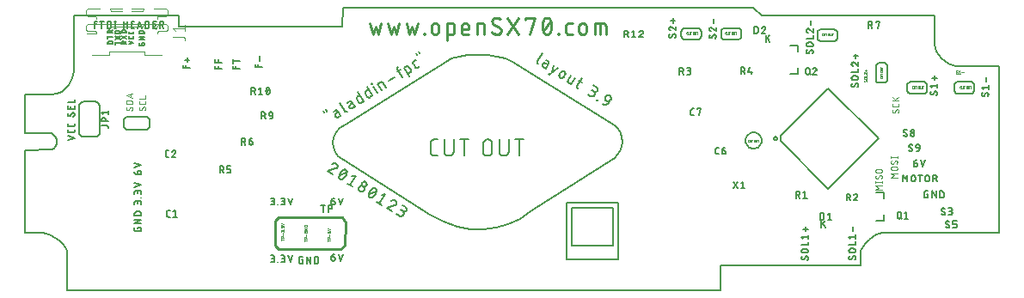
<source format=gto>
G75*
%MOIN*%
%OFA0B0*%
%FSLAX25Y25*%
%IPPOS*%
%LPD*%
%AMOC8*
5,1,8,0,0,1.08239X$1,22.5*
%
%ADD10C,0.00600*%
%ADD11C,0.00500*%
%ADD12C,0.00800*%
%ADD13C,0.00000*%
%ADD14C,0.01100*%
%ADD15C,0.01000*%
%ADD16C,0.00300*%
%ADD17C,0.00400*%
%ADD18C,0.00746*%
D10*
X0017703Y0038877D02*
X0017703Y0053068D01*
X0017473Y0054223D01*
X0016826Y0055511D01*
X0015826Y0056843D01*
X0014540Y0058131D01*
X0013031Y0059287D01*
X0011367Y0060221D01*
X0009609Y0060847D01*
X0007826Y0061075D01*
X0001300Y0061075D01*
X0001300Y0093285D01*
X0011489Y0093363D01*
X0012380Y0093845D01*
X0013016Y0094600D01*
X0013395Y0095536D01*
X0013520Y0096561D01*
X0013391Y0097585D01*
X0013008Y0098513D01*
X0012374Y0099256D01*
X0011489Y0099720D01*
X0001300Y0099735D01*
X0017797Y0100597D02*
X0017797Y0101174D01*
X0017797Y0100597D02*
X0017799Y0100549D01*
X0017805Y0100502D01*
X0017815Y0100455D01*
X0017828Y0100409D01*
X0017846Y0100365D01*
X0017867Y0100322D01*
X0017891Y0100281D01*
X0017919Y0100242D01*
X0017950Y0100206D01*
X0017984Y0100172D01*
X0018020Y0100141D01*
X0018059Y0100113D01*
X0018100Y0100089D01*
X0018143Y0100068D01*
X0018187Y0100050D01*
X0018233Y0100037D01*
X0018280Y0100027D01*
X0018327Y0100021D01*
X0018375Y0100019D01*
X0019819Y0100019D01*
X0019867Y0100021D01*
X0019914Y0100027D01*
X0019961Y0100037D01*
X0020007Y0100050D01*
X0020051Y0100068D01*
X0020094Y0100089D01*
X0020135Y0100113D01*
X0020174Y0100141D01*
X0020210Y0100172D01*
X0020244Y0100206D01*
X0020275Y0100242D01*
X0020303Y0100281D01*
X0020327Y0100322D01*
X0020348Y0100365D01*
X0020366Y0100409D01*
X0020379Y0100455D01*
X0020389Y0100502D01*
X0020395Y0100549D01*
X0020397Y0100597D01*
X0020397Y0101174D01*
X0019819Y0102419D02*
X0018375Y0102419D01*
X0018327Y0102421D01*
X0018280Y0102427D01*
X0018233Y0102437D01*
X0018187Y0102450D01*
X0018143Y0102468D01*
X0018100Y0102489D01*
X0018059Y0102513D01*
X0018020Y0102541D01*
X0017984Y0102572D01*
X0017950Y0102606D01*
X0017919Y0102642D01*
X0017891Y0102681D01*
X0017867Y0102722D01*
X0017846Y0102765D01*
X0017828Y0102809D01*
X0017815Y0102855D01*
X0017805Y0102902D01*
X0017799Y0102949D01*
X0017797Y0102997D01*
X0017797Y0103574D01*
X0019819Y0102419D02*
X0019867Y0102421D01*
X0019914Y0102427D01*
X0019961Y0102437D01*
X0020007Y0102450D01*
X0020051Y0102468D01*
X0020094Y0102489D01*
X0020135Y0102513D01*
X0020174Y0102541D01*
X0020210Y0102572D01*
X0020244Y0102606D01*
X0020275Y0102642D01*
X0020303Y0102681D01*
X0020327Y0102722D01*
X0020348Y0102765D01*
X0020366Y0102809D01*
X0020379Y0102855D01*
X0020389Y0102902D01*
X0020395Y0102949D01*
X0020397Y0102997D01*
X0020397Y0103574D01*
X0018880Y0106634D02*
X0019314Y0107428D01*
X0020397Y0107139D02*
X0020395Y0107070D01*
X0020389Y0107002D01*
X0020380Y0106933D01*
X0020366Y0106866D01*
X0020349Y0106799D01*
X0020328Y0106734D01*
X0020303Y0106669D01*
X0020275Y0106607D01*
X0020243Y0106546D01*
X0020208Y0106486D01*
X0020169Y0106429D01*
X0020128Y0106374D01*
X0020083Y0106322D01*
X0020036Y0106272D01*
X0019313Y0107428D02*
X0019339Y0107467D01*
X0019367Y0107505D01*
X0019398Y0107540D01*
X0019432Y0107572D01*
X0019469Y0107601D01*
X0019508Y0107628D01*
X0019548Y0107651D01*
X0019591Y0107671D01*
X0019635Y0107687D01*
X0019680Y0107700D01*
X0019726Y0107710D01*
X0019772Y0107715D01*
X0019819Y0107717D01*
X0019864Y0107715D01*
X0019909Y0107710D01*
X0019954Y0107701D01*
X0019998Y0107689D01*
X0020040Y0107673D01*
X0020081Y0107654D01*
X0020121Y0107632D01*
X0020159Y0107607D01*
X0020194Y0107579D01*
X0020228Y0107548D01*
X0020259Y0107514D01*
X0020287Y0107479D01*
X0020312Y0107441D01*
X0020334Y0107401D01*
X0020353Y0107360D01*
X0020369Y0107318D01*
X0020381Y0107274D01*
X0020390Y0107229D01*
X0020395Y0107184D01*
X0020397Y0107139D01*
X0018014Y0107573D02*
X0017977Y0107521D01*
X0017944Y0107467D01*
X0017913Y0107412D01*
X0017887Y0107354D01*
X0017863Y0107295D01*
X0017843Y0107235D01*
X0017827Y0107174D01*
X0017814Y0107112D01*
X0017804Y0107049D01*
X0017799Y0106986D01*
X0017797Y0106923D01*
X0017799Y0106878D01*
X0017804Y0106833D01*
X0017813Y0106788D01*
X0017825Y0106744D01*
X0017841Y0106702D01*
X0017860Y0106661D01*
X0017882Y0106621D01*
X0017907Y0106583D01*
X0017935Y0106548D01*
X0017966Y0106514D01*
X0018000Y0106483D01*
X0018035Y0106455D01*
X0018073Y0106430D01*
X0018113Y0106408D01*
X0018154Y0106389D01*
X0018196Y0106373D01*
X0018240Y0106361D01*
X0018285Y0106352D01*
X0018330Y0106347D01*
X0018375Y0106345D01*
X0018422Y0106347D01*
X0018468Y0106352D01*
X0018514Y0106362D01*
X0018559Y0106375D01*
X0018603Y0106391D01*
X0018646Y0106411D01*
X0018686Y0106434D01*
X0018725Y0106461D01*
X0018762Y0106490D01*
X0018796Y0106522D01*
X0018827Y0106557D01*
X0018855Y0106595D01*
X0018881Y0106634D01*
X0018952Y0109162D02*
X0018952Y0110029D01*
X0017797Y0110318D02*
X0017797Y0109162D01*
X0020397Y0109162D01*
X0020397Y0110318D01*
X0020397Y0111658D02*
X0020397Y0112814D01*
X0020397Y0111658D02*
X0017797Y0111658D01*
X0022197Y0110208D02*
X0022197Y0100208D01*
X0022199Y0100125D01*
X0022205Y0100042D01*
X0022214Y0099959D01*
X0022228Y0099877D01*
X0022245Y0099796D01*
X0022266Y0099715D01*
X0022290Y0099636D01*
X0022319Y0099558D01*
X0022350Y0099481D01*
X0022386Y0099406D01*
X0022424Y0099332D01*
X0022467Y0099260D01*
X0022512Y0099191D01*
X0022561Y0099123D01*
X0022612Y0099058D01*
X0022667Y0098995D01*
X0022724Y0098935D01*
X0022784Y0098878D01*
X0022847Y0098823D01*
X0022912Y0098772D01*
X0022980Y0098723D01*
X0023049Y0098678D01*
X0023121Y0098635D01*
X0023195Y0098597D01*
X0023270Y0098561D01*
X0023347Y0098530D01*
X0023425Y0098501D01*
X0023504Y0098477D01*
X0023585Y0098456D01*
X0023666Y0098439D01*
X0023748Y0098425D01*
X0023831Y0098416D01*
X0023914Y0098410D01*
X0023997Y0098408D01*
X0028397Y0098408D01*
X0028480Y0098410D01*
X0028563Y0098416D01*
X0028646Y0098425D01*
X0028728Y0098439D01*
X0028809Y0098456D01*
X0028890Y0098477D01*
X0028969Y0098501D01*
X0029047Y0098530D01*
X0029124Y0098561D01*
X0029199Y0098597D01*
X0029273Y0098635D01*
X0029345Y0098678D01*
X0029414Y0098723D01*
X0029482Y0098772D01*
X0029547Y0098823D01*
X0029610Y0098878D01*
X0029670Y0098935D01*
X0029727Y0098995D01*
X0029782Y0099058D01*
X0029833Y0099123D01*
X0029882Y0099191D01*
X0029927Y0099260D01*
X0029970Y0099332D01*
X0030008Y0099406D01*
X0030044Y0099481D01*
X0030075Y0099558D01*
X0030104Y0099636D01*
X0030128Y0099715D01*
X0030149Y0099796D01*
X0030166Y0099877D01*
X0030180Y0099959D01*
X0030189Y0100042D01*
X0030195Y0100125D01*
X0030197Y0100208D01*
X0030197Y0110208D01*
X0030195Y0110291D01*
X0030189Y0110374D01*
X0030180Y0110457D01*
X0030166Y0110539D01*
X0030149Y0110620D01*
X0030128Y0110701D01*
X0030104Y0110780D01*
X0030075Y0110858D01*
X0030044Y0110935D01*
X0030008Y0111010D01*
X0029970Y0111084D01*
X0029927Y0111156D01*
X0029882Y0111225D01*
X0029833Y0111293D01*
X0029782Y0111358D01*
X0029727Y0111421D01*
X0029670Y0111481D01*
X0029610Y0111538D01*
X0029547Y0111593D01*
X0029482Y0111644D01*
X0029414Y0111693D01*
X0029345Y0111738D01*
X0029273Y0111781D01*
X0029199Y0111819D01*
X0029124Y0111855D01*
X0029047Y0111886D01*
X0028969Y0111915D01*
X0028890Y0111939D01*
X0028809Y0111960D01*
X0028728Y0111977D01*
X0028646Y0111991D01*
X0028563Y0112000D01*
X0028480Y0112006D01*
X0028397Y0112008D01*
X0023997Y0112008D01*
X0023914Y0112006D01*
X0023831Y0112000D01*
X0023748Y0111991D01*
X0023666Y0111977D01*
X0023585Y0111960D01*
X0023504Y0111939D01*
X0023425Y0111915D01*
X0023347Y0111886D01*
X0023270Y0111855D01*
X0023195Y0111819D01*
X0023121Y0111781D01*
X0023049Y0111738D01*
X0022980Y0111693D01*
X0022912Y0111644D01*
X0022847Y0111593D01*
X0022784Y0111538D01*
X0022724Y0111481D01*
X0022667Y0111421D01*
X0022612Y0111358D01*
X0022561Y0111293D01*
X0022512Y0111225D01*
X0022467Y0111156D01*
X0022424Y0111084D01*
X0022386Y0111010D01*
X0022350Y0110935D01*
X0022319Y0110858D01*
X0022290Y0110780D01*
X0022266Y0110701D01*
X0022245Y0110620D01*
X0022228Y0110539D01*
X0022214Y0110457D01*
X0022205Y0110374D01*
X0022199Y0110291D01*
X0022197Y0110208D01*
X0030997Y0107838D02*
X0033597Y0107838D01*
X0033597Y0108560D02*
X0033597Y0107115D01*
X0031575Y0107115D02*
X0030997Y0107838D01*
X0030997Y0105125D02*
X0030997Y0104403D01*
X0033597Y0104403D01*
X0032441Y0104403D02*
X0032441Y0105125D01*
X0032439Y0105178D01*
X0032433Y0105230D01*
X0032424Y0105282D01*
X0032410Y0105333D01*
X0032393Y0105383D01*
X0032373Y0105431D01*
X0032349Y0105478D01*
X0032321Y0105523D01*
X0032290Y0105566D01*
X0032257Y0105607D01*
X0032220Y0105645D01*
X0032181Y0105680D01*
X0032139Y0105712D01*
X0032095Y0105741D01*
X0032049Y0105767D01*
X0032001Y0105789D01*
X0031952Y0105808D01*
X0031902Y0105824D01*
X0031850Y0105835D01*
X0031798Y0105843D01*
X0031745Y0105847D01*
X0031693Y0105847D01*
X0031640Y0105843D01*
X0031588Y0105835D01*
X0031536Y0105824D01*
X0031486Y0105808D01*
X0031437Y0105789D01*
X0031389Y0105767D01*
X0031343Y0105741D01*
X0031299Y0105712D01*
X0031257Y0105680D01*
X0031218Y0105645D01*
X0031181Y0105607D01*
X0031148Y0105566D01*
X0031117Y0105523D01*
X0031089Y0105478D01*
X0031065Y0105431D01*
X0031045Y0105383D01*
X0031028Y0105333D01*
X0031014Y0105282D01*
X0031005Y0105230D01*
X0030999Y0105178D01*
X0030997Y0105125D01*
X0030997Y0102723D02*
X0033019Y0102723D01*
X0033019Y0102724D02*
X0033064Y0102722D01*
X0033109Y0102717D01*
X0033154Y0102708D01*
X0033198Y0102696D01*
X0033240Y0102680D01*
X0033281Y0102661D01*
X0033321Y0102639D01*
X0033359Y0102614D01*
X0033394Y0102586D01*
X0033428Y0102555D01*
X0033459Y0102521D01*
X0033487Y0102486D01*
X0033512Y0102448D01*
X0033534Y0102408D01*
X0033553Y0102367D01*
X0033569Y0102325D01*
X0033581Y0102281D01*
X0033590Y0102236D01*
X0033595Y0102191D01*
X0033597Y0102146D01*
X0033597Y0101857D01*
X0039697Y0102208D02*
X0039697Y0105208D01*
X0040697Y0106208D01*
X0048697Y0106208D01*
X0049697Y0105208D01*
X0049697Y0102208D01*
X0048697Y0101208D01*
X0040697Y0101208D01*
X0039697Y0102208D01*
X0055847Y0092590D02*
X0055847Y0091145D01*
X0055849Y0091100D01*
X0055854Y0091055D01*
X0055863Y0091010D01*
X0055875Y0090966D01*
X0055891Y0090924D01*
X0055910Y0090883D01*
X0055932Y0090843D01*
X0055957Y0090805D01*
X0055985Y0090770D01*
X0056016Y0090736D01*
X0056050Y0090705D01*
X0056085Y0090677D01*
X0056123Y0090652D01*
X0056163Y0090630D01*
X0056204Y0090611D01*
X0056246Y0090595D01*
X0056290Y0090583D01*
X0056335Y0090574D01*
X0056380Y0090569D01*
X0056425Y0090567D01*
X0057003Y0090567D01*
X0058261Y0090567D02*
X0059706Y0090567D01*
X0058261Y0090567D02*
X0059489Y0092012D01*
X0059056Y0093167D02*
X0059001Y0093165D01*
X0058946Y0093160D01*
X0058891Y0093151D01*
X0058838Y0093138D01*
X0058785Y0093122D01*
X0058733Y0093102D01*
X0058683Y0093079D01*
X0058634Y0093053D01*
X0058587Y0093023D01*
X0058543Y0092991D01*
X0058500Y0092955D01*
X0058460Y0092917D01*
X0058423Y0092876D01*
X0058388Y0092833D01*
X0058357Y0092788D01*
X0058328Y0092741D01*
X0058303Y0092692D01*
X0058280Y0092641D01*
X0058262Y0092589D01*
X0059489Y0092012D02*
X0059525Y0092048D01*
X0059558Y0092088D01*
X0059588Y0092129D01*
X0059615Y0092173D01*
X0059639Y0092219D01*
X0059659Y0092266D01*
X0059676Y0092314D01*
X0059689Y0092364D01*
X0059698Y0092415D01*
X0059704Y0092466D01*
X0059706Y0092517D01*
X0059704Y0092566D01*
X0059699Y0092614D01*
X0059690Y0092662D01*
X0059677Y0092709D01*
X0059661Y0092754D01*
X0059642Y0092799D01*
X0059619Y0092842D01*
X0059593Y0092883D01*
X0059564Y0092922D01*
X0059532Y0092959D01*
X0059498Y0092993D01*
X0059461Y0093025D01*
X0059422Y0093054D01*
X0059381Y0093080D01*
X0059338Y0093103D01*
X0059293Y0093122D01*
X0059248Y0093138D01*
X0059201Y0093151D01*
X0059153Y0093160D01*
X0059105Y0093165D01*
X0059056Y0093167D01*
X0057003Y0093167D02*
X0056425Y0093167D01*
X0056425Y0093168D02*
X0056377Y0093166D01*
X0056330Y0093160D01*
X0056283Y0093150D01*
X0056237Y0093137D01*
X0056193Y0093119D01*
X0056150Y0093098D01*
X0056109Y0093074D01*
X0056070Y0093046D01*
X0056034Y0093015D01*
X0056000Y0092981D01*
X0055969Y0092945D01*
X0055941Y0092906D01*
X0055917Y0092865D01*
X0055896Y0092822D01*
X0055878Y0092778D01*
X0055865Y0092732D01*
X0055855Y0092685D01*
X0055849Y0092638D01*
X0055847Y0092590D01*
X0046272Y0087361D02*
X0043672Y0088227D01*
X0043672Y0086494D02*
X0046272Y0087361D01*
X0045550Y0085203D02*
X0045405Y0085203D01*
X0045360Y0085201D01*
X0045315Y0085196D01*
X0045270Y0085187D01*
X0045226Y0085175D01*
X0045184Y0085159D01*
X0045143Y0085140D01*
X0045103Y0085118D01*
X0045065Y0085093D01*
X0045030Y0085065D01*
X0044996Y0085034D01*
X0044965Y0085000D01*
X0044937Y0084965D01*
X0044912Y0084927D01*
X0044890Y0084887D01*
X0044871Y0084846D01*
X0044855Y0084804D01*
X0044843Y0084760D01*
X0044834Y0084715D01*
X0044829Y0084670D01*
X0044827Y0084625D01*
X0044827Y0083758D01*
X0045550Y0083758D01*
X0045550Y0083759D02*
X0045603Y0083761D01*
X0045655Y0083767D01*
X0045707Y0083776D01*
X0045758Y0083790D01*
X0045808Y0083807D01*
X0045856Y0083827D01*
X0045903Y0083851D01*
X0045948Y0083879D01*
X0045991Y0083910D01*
X0046032Y0083943D01*
X0046070Y0083980D01*
X0046105Y0084019D01*
X0046137Y0084061D01*
X0046166Y0084105D01*
X0046192Y0084151D01*
X0046214Y0084199D01*
X0046233Y0084248D01*
X0046249Y0084298D01*
X0046260Y0084350D01*
X0046268Y0084402D01*
X0046272Y0084455D01*
X0046272Y0084507D01*
X0046268Y0084560D01*
X0046260Y0084612D01*
X0046249Y0084664D01*
X0046233Y0084714D01*
X0046214Y0084763D01*
X0046192Y0084811D01*
X0046166Y0084857D01*
X0046137Y0084901D01*
X0046105Y0084943D01*
X0046070Y0084982D01*
X0046032Y0085019D01*
X0045991Y0085052D01*
X0045948Y0085083D01*
X0045903Y0085111D01*
X0045856Y0085135D01*
X0045808Y0085155D01*
X0045758Y0085172D01*
X0045707Y0085186D01*
X0045655Y0085195D01*
X0045603Y0085201D01*
X0045550Y0085203D01*
X0044827Y0083758D02*
X0044760Y0083760D01*
X0044693Y0083766D01*
X0044626Y0083776D01*
X0044560Y0083789D01*
X0044495Y0083807D01*
X0044432Y0083828D01*
X0044369Y0083853D01*
X0044308Y0083881D01*
X0044249Y0083913D01*
X0044192Y0083948D01*
X0044137Y0083987D01*
X0044084Y0084028D01*
X0044034Y0084073D01*
X0043986Y0084121D01*
X0043941Y0084171D01*
X0043900Y0084224D01*
X0043861Y0084279D01*
X0043826Y0084336D01*
X0043794Y0084395D01*
X0043766Y0084456D01*
X0043741Y0084519D01*
X0043720Y0084582D01*
X0043702Y0084647D01*
X0043689Y0084713D01*
X0043679Y0084780D01*
X0043673Y0084847D01*
X0043671Y0084914D01*
X0043672Y0080634D02*
X0046272Y0079768D01*
X0043672Y0078901D01*
X0043672Y0077032D02*
X0043672Y0076165D01*
X0043672Y0077032D02*
X0043674Y0077079D01*
X0043679Y0077125D01*
X0043689Y0077170D01*
X0043702Y0077215D01*
X0043718Y0077259D01*
X0043738Y0077301D01*
X0043761Y0077341D01*
X0043788Y0077379D01*
X0043817Y0077415D01*
X0043850Y0077449D01*
X0043884Y0077480D01*
X0043922Y0077508D01*
X0043961Y0077533D01*
X0044002Y0077554D01*
X0044045Y0077572D01*
X0044089Y0077587D01*
X0044134Y0077598D01*
X0044180Y0077606D01*
X0044227Y0077610D01*
X0044273Y0077610D01*
X0044320Y0077606D01*
X0044366Y0077598D01*
X0044411Y0077587D01*
X0044455Y0077572D01*
X0044498Y0077554D01*
X0044539Y0077533D01*
X0044578Y0077508D01*
X0044616Y0077480D01*
X0044650Y0077449D01*
X0044683Y0077415D01*
X0044712Y0077379D01*
X0044739Y0077341D01*
X0044762Y0077301D01*
X0044782Y0077259D01*
X0044798Y0077215D01*
X0044811Y0077170D01*
X0044821Y0077125D01*
X0044826Y0077079D01*
X0044828Y0077032D01*
X0044827Y0077032D02*
X0044827Y0076454D01*
X0044828Y0076888D02*
X0044830Y0076941D01*
X0044836Y0076993D01*
X0044845Y0077045D01*
X0044859Y0077096D01*
X0044876Y0077146D01*
X0044896Y0077194D01*
X0044920Y0077241D01*
X0044948Y0077286D01*
X0044979Y0077329D01*
X0045012Y0077370D01*
X0045049Y0077408D01*
X0045088Y0077443D01*
X0045130Y0077475D01*
X0045174Y0077504D01*
X0045220Y0077530D01*
X0045268Y0077552D01*
X0045317Y0077571D01*
X0045367Y0077587D01*
X0045419Y0077598D01*
X0045471Y0077606D01*
X0045524Y0077610D01*
X0045576Y0077610D01*
X0045629Y0077606D01*
X0045681Y0077598D01*
X0045733Y0077587D01*
X0045783Y0077571D01*
X0045832Y0077552D01*
X0045880Y0077530D01*
X0045926Y0077504D01*
X0045970Y0077475D01*
X0046012Y0077443D01*
X0046051Y0077408D01*
X0046088Y0077370D01*
X0046121Y0077329D01*
X0046152Y0077286D01*
X0046180Y0077241D01*
X0046204Y0077194D01*
X0046224Y0077146D01*
X0046241Y0077096D01*
X0046255Y0077045D01*
X0046264Y0076993D01*
X0046270Y0076941D01*
X0046272Y0076888D01*
X0046272Y0076165D01*
X0046272Y0074944D02*
X0046272Y0074799D01*
X0046127Y0074799D01*
X0046127Y0074944D01*
X0046272Y0074944D01*
X0044827Y0073000D02*
X0044827Y0072422D01*
X0044828Y0073000D02*
X0044826Y0073047D01*
X0044821Y0073093D01*
X0044811Y0073138D01*
X0044798Y0073183D01*
X0044782Y0073227D01*
X0044762Y0073269D01*
X0044739Y0073309D01*
X0044712Y0073347D01*
X0044683Y0073383D01*
X0044650Y0073417D01*
X0044616Y0073448D01*
X0044578Y0073476D01*
X0044539Y0073501D01*
X0044498Y0073522D01*
X0044455Y0073540D01*
X0044411Y0073555D01*
X0044366Y0073566D01*
X0044320Y0073574D01*
X0044273Y0073578D01*
X0044227Y0073578D01*
X0044180Y0073574D01*
X0044134Y0073566D01*
X0044089Y0073555D01*
X0044045Y0073540D01*
X0044002Y0073522D01*
X0043961Y0073501D01*
X0043922Y0073476D01*
X0043884Y0073448D01*
X0043850Y0073417D01*
X0043817Y0073383D01*
X0043788Y0073347D01*
X0043761Y0073309D01*
X0043738Y0073269D01*
X0043718Y0073227D01*
X0043702Y0073183D01*
X0043689Y0073138D01*
X0043679Y0073093D01*
X0043674Y0073047D01*
X0043672Y0073000D01*
X0043672Y0072133D01*
X0044828Y0072856D02*
X0044830Y0072909D01*
X0044836Y0072961D01*
X0044845Y0073013D01*
X0044859Y0073064D01*
X0044876Y0073114D01*
X0044896Y0073162D01*
X0044920Y0073209D01*
X0044948Y0073254D01*
X0044979Y0073297D01*
X0045012Y0073338D01*
X0045049Y0073376D01*
X0045088Y0073411D01*
X0045130Y0073443D01*
X0045174Y0073472D01*
X0045220Y0073498D01*
X0045268Y0073520D01*
X0045317Y0073539D01*
X0045367Y0073555D01*
X0045419Y0073566D01*
X0045471Y0073574D01*
X0045524Y0073578D01*
X0045576Y0073578D01*
X0045629Y0073574D01*
X0045681Y0073566D01*
X0045733Y0073555D01*
X0045783Y0073539D01*
X0045832Y0073520D01*
X0045880Y0073498D01*
X0045926Y0073472D01*
X0045970Y0073443D01*
X0046012Y0073411D01*
X0046051Y0073376D01*
X0046088Y0073338D01*
X0046121Y0073297D01*
X0046152Y0073254D01*
X0046180Y0073209D01*
X0046204Y0073162D01*
X0046224Y0073114D01*
X0046241Y0073064D01*
X0046255Y0073013D01*
X0046264Y0072961D01*
X0046270Y0072909D01*
X0046272Y0072856D01*
X0046272Y0072133D01*
X0045550Y0069347D02*
X0044394Y0069347D01*
X0044343Y0069345D01*
X0044291Y0069340D01*
X0044241Y0069331D01*
X0044191Y0069318D01*
X0044142Y0069301D01*
X0044094Y0069282D01*
X0044048Y0069259D01*
X0044004Y0069232D01*
X0043961Y0069203D01*
X0043921Y0069171D01*
X0043883Y0069136D01*
X0043848Y0069098D01*
X0043816Y0069058D01*
X0043787Y0069015D01*
X0043760Y0068971D01*
X0043737Y0068925D01*
X0043718Y0068877D01*
X0043701Y0068828D01*
X0043689Y0068778D01*
X0043679Y0068728D01*
X0043674Y0068677D01*
X0043672Y0068625D01*
X0043672Y0067902D01*
X0046272Y0067902D01*
X0046272Y0068625D01*
X0046270Y0068677D01*
X0046265Y0068728D01*
X0046256Y0068778D01*
X0046243Y0068828D01*
X0046226Y0068877D01*
X0046207Y0068925D01*
X0046184Y0068971D01*
X0046157Y0069015D01*
X0046128Y0069058D01*
X0046096Y0069098D01*
X0046061Y0069136D01*
X0046023Y0069171D01*
X0045983Y0069203D01*
X0045940Y0069232D01*
X0045896Y0069259D01*
X0045850Y0069282D01*
X0045802Y0069301D01*
X0045753Y0069318D01*
X0045703Y0069331D01*
X0045653Y0069340D01*
X0045602Y0069345D01*
X0045550Y0069347D01*
X0046272Y0066275D02*
X0043672Y0066275D01*
X0043672Y0064830D02*
X0046272Y0066275D01*
X0046272Y0064830D02*
X0043672Y0064830D01*
X0043672Y0063203D02*
X0043672Y0062336D01*
X0043674Y0062288D01*
X0043680Y0062241D01*
X0043690Y0062194D01*
X0043703Y0062148D01*
X0043721Y0062104D01*
X0043742Y0062061D01*
X0043766Y0062020D01*
X0043794Y0061981D01*
X0043825Y0061945D01*
X0043859Y0061911D01*
X0043895Y0061880D01*
X0043934Y0061852D01*
X0043975Y0061828D01*
X0044018Y0061807D01*
X0044062Y0061789D01*
X0044108Y0061776D01*
X0044155Y0061766D01*
X0044202Y0061760D01*
X0044250Y0061758D01*
X0045694Y0061758D01*
X0045742Y0061760D01*
X0045789Y0061766D01*
X0045836Y0061776D01*
X0045882Y0061789D01*
X0045926Y0061807D01*
X0045969Y0061828D01*
X0046010Y0061852D01*
X0046049Y0061880D01*
X0046085Y0061911D01*
X0046119Y0061945D01*
X0046150Y0061981D01*
X0046178Y0062020D01*
X0046202Y0062061D01*
X0046223Y0062104D01*
X0046241Y0062148D01*
X0046254Y0062194D01*
X0046264Y0062241D01*
X0046270Y0062288D01*
X0046272Y0062336D01*
X0046272Y0063203D01*
X0044827Y0063203D01*
X0044827Y0062769D01*
X0056268Y0067886D02*
X0056268Y0069331D01*
X0056267Y0069331D02*
X0056269Y0069379D01*
X0056275Y0069426D01*
X0056285Y0069473D01*
X0056298Y0069519D01*
X0056316Y0069563D01*
X0056337Y0069606D01*
X0056361Y0069647D01*
X0056389Y0069686D01*
X0056420Y0069722D01*
X0056454Y0069756D01*
X0056490Y0069787D01*
X0056529Y0069815D01*
X0056570Y0069839D01*
X0056613Y0069860D01*
X0056657Y0069878D01*
X0056703Y0069891D01*
X0056750Y0069901D01*
X0056797Y0069907D01*
X0056845Y0069909D01*
X0056845Y0069908D02*
X0057423Y0069908D01*
X0058682Y0069331D02*
X0059404Y0069908D01*
X0059404Y0067308D01*
X0058682Y0067308D02*
X0060126Y0067308D01*
X0057423Y0067308D02*
X0056845Y0067308D01*
X0056800Y0067310D01*
X0056755Y0067315D01*
X0056710Y0067324D01*
X0056666Y0067336D01*
X0056624Y0067352D01*
X0056583Y0067371D01*
X0056543Y0067393D01*
X0056505Y0067418D01*
X0056470Y0067446D01*
X0056436Y0067477D01*
X0056405Y0067511D01*
X0056377Y0067546D01*
X0056352Y0067584D01*
X0056330Y0067624D01*
X0056311Y0067665D01*
X0056295Y0067707D01*
X0056283Y0067751D01*
X0056274Y0067796D01*
X0056269Y0067841D01*
X0056267Y0067886D01*
X0076728Y0084433D02*
X0076728Y0087033D01*
X0077451Y0087033D01*
X0077504Y0087031D01*
X0077556Y0087025D01*
X0077608Y0087016D01*
X0077659Y0087002D01*
X0077709Y0086985D01*
X0077757Y0086965D01*
X0077804Y0086941D01*
X0077849Y0086913D01*
X0077892Y0086882D01*
X0077933Y0086849D01*
X0077971Y0086812D01*
X0078006Y0086773D01*
X0078038Y0086731D01*
X0078067Y0086687D01*
X0078093Y0086641D01*
X0078115Y0086593D01*
X0078134Y0086544D01*
X0078150Y0086494D01*
X0078161Y0086442D01*
X0078169Y0086390D01*
X0078173Y0086337D01*
X0078173Y0086285D01*
X0078169Y0086232D01*
X0078161Y0086180D01*
X0078150Y0086128D01*
X0078134Y0086078D01*
X0078115Y0086029D01*
X0078093Y0085981D01*
X0078067Y0085935D01*
X0078038Y0085891D01*
X0078006Y0085849D01*
X0077971Y0085810D01*
X0077933Y0085773D01*
X0077892Y0085740D01*
X0077849Y0085709D01*
X0077804Y0085681D01*
X0077757Y0085657D01*
X0077709Y0085637D01*
X0077659Y0085620D01*
X0077608Y0085606D01*
X0077556Y0085597D01*
X0077504Y0085591D01*
X0077451Y0085589D01*
X0076728Y0085589D01*
X0077595Y0085589D02*
X0078173Y0084433D01*
X0079577Y0084433D02*
X0080444Y0084433D01*
X0080492Y0084435D01*
X0080539Y0084441D01*
X0080586Y0084451D01*
X0080632Y0084464D01*
X0080676Y0084482D01*
X0080719Y0084503D01*
X0080760Y0084527D01*
X0080799Y0084555D01*
X0080835Y0084586D01*
X0080869Y0084620D01*
X0080900Y0084656D01*
X0080928Y0084695D01*
X0080952Y0084736D01*
X0080973Y0084779D01*
X0080991Y0084823D01*
X0081004Y0084869D01*
X0081014Y0084916D01*
X0081020Y0084963D01*
X0081022Y0085011D01*
X0081022Y0085300D01*
X0081020Y0085345D01*
X0081015Y0085390D01*
X0081006Y0085435D01*
X0080994Y0085479D01*
X0080978Y0085521D01*
X0080959Y0085562D01*
X0080937Y0085602D01*
X0080912Y0085640D01*
X0080884Y0085675D01*
X0080853Y0085709D01*
X0080819Y0085740D01*
X0080784Y0085768D01*
X0080746Y0085793D01*
X0080706Y0085815D01*
X0080665Y0085834D01*
X0080623Y0085850D01*
X0080579Y0085862D01*
X0080534Y0085871D01*
X0080489Y0085876D01*
X0080444Y0085878D01*
X0079577Y0085878D01*
X0079577Y0087033D01*
X0081022Y0087033D01*
X0085228Y0095308D02*
X0085228Y0097908D01*
X0085951Y0097908D01*
X0086004Y0097906D01*
X0086056Y0097900D01*
X0086108Y0097891D01*
X0086159Y0097877D01*
X0086209Y0097860D01*
X0086257Y0097840D01*
X0086304Y0097816D01*
X0086349Y0097788D01*
X0086392Y0097757D01*
X0086433Y0097724D01*
X0086471Y0097687D01*
X0086506Y0097648D01*
X0086538Y0097606D01*
X0086567Y0097562D01*
X0086593Y0097516D01*
X0086615Y0097468D01*
X0086634Y0097419D01*
X0086650Y0097369D01*
X0086661Y0097317D01*
X0086669Y0097265D01*
X0086673Y0097212D01*
X0086673Y0097160D01*
X0086669Y0097107D01*
X0086661Y0097055D01*
X0086650Y0097003D01*
X0086634Y0096953D01*
X0086615Y0096904D01*
X0086593Y0096856D01*
X0086567Y0096810D01*
X0086538Y0096766D01*
X0086506Y0096724D01*
X0086471Y0096685D01*
X0086433Y0096648D01*
X0086392Y0096615D01*
X0086349Y0096584D01*
X0086304Y0096556D01*
X0086257Y0096532D01*
X0086209Y0096512D01*
X0086159Y0096495D01*
X0086108Y0096481D01*
X0086056Y0096472D01*
X0086004Y0096466D01*
X0085951Y0096464D01*
X0085228Y0096464D01*
X0086095Y0096464D02*
X0086673Y0095308D01*
X0088077Y0096031D02*
X0088077Y0096753D01*
X0088944Y0096753D01*
X0088077Y0096753D02*
X0088079Y0096820D01*
X0088085Y0096887D01*
X0088095Y0096954D01*
X0088108Y0097020D01*
X0088126Y0097085D01*
X0088147Y0097148D01*
X0088172Y0097211D01*
X0088200Y0097272D01*
X0088232Y0097331D01*
X0088267Y0097388D01*
X0088306Y0097443D01*
X0088347Y0097496D01*
X0088392Y0097546D01*
X0088440Y0097594D01*
X0088490Y0097639D01*
X0088543Y0097680D01*
X0088598Y0097719D01*
X0088655Y0097754D01*
X0088714Y0097786D01*
X0088775Y0097814D01*
X0088838Y0097839D01*
X0088901Y0097860D01*
X0088966Y0097878D01*
X0089032Y0097891D01*
X0089099Y0097901D01*
X0089166Y0097907D01*
X0089233Y0097909D01*
X0089522Y0096175D02*
X0089522Y0096031D01*
X0089522Y0096175D02*
X0089520Y0096220D01*
X0089515Y0096265D01*
X0089506Y0096310D01*
X0089494Y0096354D01*
X0089478Y0096396D01*
X0089459Y0096437D01*
X0089437Y0096477D01*
X0089412Y0096515D01*
X0089384Y0096550D01*
X0089353Y0096584D01*
X0089319Y0096615D01*
X0089284Y0096643D01*
X0089246Y0096668D01*
X0089206Y0096690D01*
X0089165Y0096709D01*
X0089123Y0096725D01*
X0089079Y0096737D01*
X0089034Y0096746D01*
X0088989Y0096751D01*
X0088944Y0096753D01*
X0089522Y0096031D02*
X0089520Y0095978D01*
X0089514Y0095926D01*
X0089505Y0095874D01*
X0089491Y0095823D01*
X0089474Y0095773D01*
X0089454Y0095725D01*
X0089430Y0095678D01*
X0089402Y0095633D01*
X0089371Y0095590D01*
X0089338Y0095549D01*
X0089301Y0095511D01*
X0089262Y0095476D01*
X0089220Y0095444D01*
X0089176Y0095415D01*
X0089130Y0095389D01*
X0089082Y0095367D01*
X0089033Y0095348D01*
X0088983Y0095332D01*
X0088931Y0095321D01*
X0088879Y0095313D01*
X0088826Y0095309D01*
X0088774Y0095309D01*
X0088721Y0095313D01*
X0088669Y0095321D01*
X0088617Y0095332D01*
X0088567Y0095348D01*
X0088518Y0095367D01*
X0088470Y0095389D01*
X0088424Y0095415D01*
X0088380Y0095444D01*
X0088338Y0095476D01*
X0088299Y0095511D01*
X0088262Y0095549D01*
X0088229Y0095590D01*
X0088198Y0095633D01*
X0088170Y0095678D01*
X0088146Y0095725D01*
X0088126Y0095773D01*
X0088109Y0095823D01*
X0088095Y0095874D01*
X0088086Y0095926D01*
X0088080Y0095978D01*
X0088078Y0096031D01*
X0092978Y0105433D02*
X0092978Y0108033D01*
X0093701Y0108033D01*
X0093754Y0108031D01*
X0093806Y0108025D01*
X0093858Y0108016D01*
X0093909Y0108002D01*
X0093959Y0107985D01*
X0094007Y0107965D01*
X0094054Y0107941D01*
X0094099Y0107913D01*
X0094142Y0107882D01*
X0094183Y0107849D01*
X0094221Y0107812D01*
X0094256Y0107773D01*
X0094288Y0107731D01*
X0094317Y0107687D01*
X0094343Y0107641D01*
X0094365Y0107593D01*
X0094384Y0107544D01*
X0094400Y0107494D01*
X0094411Y0107442D01*
X0094419Y0107390D01*
X0094423Y0107337D01*
X0094423Y0107285D01*
X0094419Y0107232D01*
X0094411Y0107180D01*
X0094400Y0107128D01*
X0094384Y0107078D01*
X0094365Y0107029D01*
X0094343Y0106981D01*
X0094317Y0106935D01*
X0094288Y0106891D01*
X0094256Y0106849D01*
X0094221Y0106810D01*
X0094183Y0106773D01*
X0094142Y0106740D01*
X0094099Y0106709D01*
X0094054Y0106681D01*
X0094007Y0106657D01*
X0093959Y0106637D01*
X0093909Y0106620D01*
X0093858Y0106606D01*
X0093806Y0106597D01*
X0093754Y0106591D01*
X0093701Y0106589D01*
X0092978Y0106589D01*
X0093845Y0106589D02*
X0094423Y0105433D01*
X0096116Y0105433D02*
X0096183Y0105435D01*
X0096250Y0105441D01*
X0096317Y0105451D01*
X0096383Y0105464D01*
X0096448Y0105482D01*
X0096511Y0105503D01*
X0096574Y0105528D01*
X0096635Y0105556D01*
X0096694Y0105588D01*
X0096751Y0105623D01*
X0096806Y0105662D01*
X0096859Y0105703D01*
X0096909Y0105748D01*
X0096957Y0105796D01*
X0097002Y0105846D01*
X0097043Y0105899D01*
X0097082Y0105954D01*
X0097117Y0106011D01*
X0097149Y0106070D01*
X0097177Y0106131D01*
X0097202Y0106194D01*
X0097223Y0106257D01*
X0097241Y0106322D01*
X0097254Y0106388D01*
X0097264Y0106455D01*
X0097270Y0106522D01*
X0097272Y0106589D01*
X0097272Y0107311D01*
X0097272Y0106589D02*
X0096405Y0106589D01*
X0096360Y0106591D01*
X0096315Y0106596D01*
X0096270Y0106605D01*
X0096226Y0106617D01*
X0096184Y0106633D01*
X0096143Y0106652D01*
X0096103Y0106674D01*
X0096065Y0106699D01*
X0096030Y0106727D01*
X0095996Y0106758D01*
X0095965Y0106792D01*
X0095937Y0106827D01*
X0095912Y0106865D01*
X0095890Y0106905D01*
X0095871Y0106946D01*
X0095855Y0106988D01*
X0095843Y0107032D01*
X0095834Y0107077D01*
X0095829Y0107122D01*
X0095827Y0107167D01*
X0095827Y0107311D01*
X0095828Y0107311D02*
X0095830Y0107364D01*
X0095836Y0107416D01*
X0095845Y0107468D01*
X0095859Y0107519D01*
X0095876Y0107569D01*
X0095896Y0107617D01*
X0095920Y0107664D01*
X0095948Y0107709D01*
X0095979Y0107752D01*
X0096012Y0107793D01*
X0096049Y0107831D01*
X0096088Y0107866D01*
X0096130Y0107898D01*
X0096174Y0107927D01*
X0096220Y0107953D01*
X0096268Y0107975D01*
X0096317Y0107994D01*
X0096367Y0108010D01*
X0096419Y0108021D01*
X0096471Y0108029D01*
X0096524Y0108033D01*
X0096576Y0108033D01*
X0096629Y0108029D01*
X0096681Y0108021D01*
X0096733Y0108010D01*
X0096783Y0107994D01*
X0096832Y0107975D01*
X0096880Y0107953D01*
X0096926Y0107927D01*
X0096970Y0107898D01*
X0097012Y0107866D01*
X0097051Y0107831D01*
X0097088Y0107793D01*
X0097121Y0107752D01*
X0097152Y0107709D01*
X0097180Y0107664D01*
X0097204Y0107617D01*
X0097224Y0107569D01*
X0097241Y0107519D01*
X0097255Y0107468D01*
X0097264Y0107416D01*
X0097270Y0107364D01*
X0097272Y0107311D01*
X0095425Y0114934D02*
X0095469Y0114936D01*
X0095513Y0114941D01*
X0095556Y0114950D01*
X0095598Y0114963D01*
X0095640Y0114979D01*
X0095679Y0114998D01*
X0095717Y0115021D01*
X0095753Y0115047D01*
X0095787Y0115075D01*
X0095818Y0115106D01*
X0095847Y0115140D01*
X0095872Y0115176D01*
X0095895Y0115214D01*
X0095914Y0115254D01*
X0095930Y0115295D01*
X0095425Y0114934D02*
X0095381Y0114936D01*
X0095337Y0114941D01*
X0095294Y0114950D01*
X0095252Y0114963D01*
X0095210Y0114979D01*
X0095171Y0114998D01*
X0095133Y0115021D01*
X0095097Y0115047D01*
X0095063Y0115075D01*
X0095032Y0115106D01*
X0095004Y0115140D01*
X0094978Y0115176D01*
X0094955Y0115214D01*
X0094936Y0115254D01*
X0094920Y0115295D01*
X0094847Y0115511D02*
X0096002Y0116956D01*
X0095930Y0117172D02*
X0095914Y0117213D01*
X0095895Y0117253D01*
X0095872Y0117291D01*
X0095847Y0117327D01*
X0095818Y0117361D01*
X0095787Y0117392D01*
X0095753Y0117420D01*
X0095717Y0117446D01*
X0095679Y0117469D01*
X0095640Y0117488D01*
X0095598Y0117504D01*
X0095556Y0117517D01*
X0095513Y0117526D01*
X0095469Y0117531D01*
X0095425Y0117533D01*
X0095381Y0117531D01*
X0095337Y0117526D01*
X0095294Y0117517D01*
X0095252Y0117504D01*
X0095210Y0117488D01*
X0095171Y0117469D01*
X0095133Y0117446D01*
X0095097Y0117420D01*
X0095063Y0117392D01*
X0095032Y0117361D01*
X0095004Y0117327D01*
X0094978Y0117291D01*
X0094955Y0117253D01*
X0094936Y0117213D01*
X0094920Y0117172D01*
X0095930Y0117172D02*
X0095967Y0117092D01*
X0096001Y0117010D01*
X0096031Y0116927D01*
X0096058Y0116843D01*
X0096082Y0116758D01*
X0096102Y0116672D01*
X0096118Y0116585D01*
X0096131Y0116497D01*
X0096140Y0116410D01*
X0096145Y0116321D01*
X0096147Y0116233D01*
X0094702Y0116233D02*
X0094704Y0116321D01*
X0094709Y0116410D01*
X0094718Y0116497D01*
X0094731Y0116585D01*
X0094747Y0116672D01*
X0094767Y0116758D01*
X0094791Y0116843D01*
X0094818Y0116927D01*
X0094848Y0117010D01*
X0094882Y0117092D01*
X0094919Y0117172D01*
X0096147Y0116233D02*
X0096145Y0116145D01*
X0096140Y0116056D01*
X0096131Y0115969D01*
X0096118Y0115881D01*
X0096102Y0115794D01*
X0096082Y0115708D01*
X0096058Y0115623D01*
X0096031Y0115539D01*
X0096001Y0115456D01*
X0095967Y0115374D01*
X0095930Y0115294D01*
X0094919Y0115294D02*
X0094882Y0115374D01*
X0094848Y0115456D01*
X0094818Y0115539D01*
X0094791Y0115623D01*
X0094767Y0115708D01*
X0094747Y0115794D01*
X0094731Y0115881D01*
X0094718Y0115969D01*
X0094709Y0116056D01*
X0094704Y0116145D01*
X0094702Y0116233D01*
X0093267Y0114933D02*
X0091822Y0114933D01*
X0092545Y0114933D02*
X0092545Y0117533D01*
X0091822Y0116956D01*
X0089696Y0117533D02*
X0089749Y0117531D01*
X0089801Y0117525D01*
X0089853Y0117516D01*
X0089904Y0117502D01*
X0089954Y0117485D01*
X0090002Y0117465D01*
X0090049Y0117441D01*
X0090094Y0117413D01*
X0090137Y0117382D01*
X0090178Y0117349D01*
X0090216Y0117312D01*
X0090251Y0117273D01*
X0090283Y0117231D01*
X0090312Y0117187D01*
X0090338Y0117141D01*
X0090360Y0117093D01*
X0090379Y0117044D01*
X0090395Y0116994D01*
X0090406Y0116942D01*
X0090414Y0116890D01*
X0090418Y0116837D01*
X0090418Y0116785D01*
X0090414Y0116732D01*
X0090406Y0116680D01*
X0090395Y0116628D01*
X0090379Y0116578D01*
X0090360Y0116529D01*
X0090338Y0116481D01*
X0090312Y0116435D01*
X0090283Y0116391D01*
X0090251Y0116349D01*
X0090216Y0116310D01*
X0090178Y0116273D01*
X0090137Y0116240D01*
X0090094Y0116209D01*
X0090049Y0116181D01*
X0090002Y0116157D01*
X0089954Y0116137D01*
X0089904Y0116120D01*
X0089853Y0116106D01*
X0089801Y0116097D01*
X0089749Y0116091D01*
X0089696Y0116089D01*
X0088973Y0116089D01*
X0089840Y0116089D02*
X0090418Y0114933D01*
X0088973Y0114933D02*
X0088973Y0117533D01*
X0089696Y0117533D01*
X0090497Y0125487D02*
X0090497Y0126643D01*
X0091652Y0126643D02*
X0091652Y0125487D01*
X0090497Y0125487D02*
X0093097Y0125487D01*
X0092086Y0127925D02*
X0092086Y0129658D01*
X0084397Y0127679D02*
X0081797Y0127679D01*
X0081797Y0126957D02*
X0081797Y0128401D01*
X0077597Y0127253D02*
X0074997Y0127253D01*
X0074997Y0128408D01*
X0076152Y0128408D02*
X0076152Y0127253D01*
X0076152Y0125912D02*
X0076152Y0124757D01*
X0074997Y0124757D02*
X0074997Y0125912D01*
X0074997Y0124757D02*
X0077597Y0124757D01*
X0081797Y0124758D02*
X0081797Y0125914D01*
X0082952Y0125914D02*
X0082952Y0124758D01*
X0081797Y0124758D02*
X0084397Y0124758D01*
X0065097Y0124987D02*
X0062497Y0124987D01*
X0062497Y0126143D01*
X0063652Y0126143D02*
X0063652Y0124987D01*
X0064086Y0127425D02*
X0064086Y0129158D01*
X0064952Y0128292D02*
X0063219Y0128292D01*
X0060762Y0141013D02*
X0124178Y0141164D01*
X0124439Y0148568D01*
X0283611Y0148568D01*
X0286803Y0145461D01*
X0353849Y0145461D01*
X0353872Y0134183D01*
X0354104Y0132969D01*
X0354668Y0131631D01*
X0355516Y0130256D01*
X0356599Y0128933D01*
X0357869Y0127750D01*
X0359276Y0126796D01*
X0360773Y0126160D01*
X0362309Y0125929D01*
X0362585Y0125935D01*
X0378794Y0125924D01*
X0378794Y0061075D01*
X0333600Y0061075D01*
X0332610Y0060907D01*
X0331351Y0060421D01*
X0329946Y0059641D01*
X0328519Y0058595D01*
X0327194Y0057307D01*
X0326094Y0055804D01*
X0325344Y0054111D01*
X0325066Y0052254D01*
X0325066Y0048361D01*
X0270858Y0048361D01*
X0270858Y0038877D01*
X0017703Y0038877D01*
X0096497Y0049758D02*
X0097219Y0049758D01*
X0097219Y0049759D02*
X0097272Y0049761D01*
X0097324Y0049767D01*
X0097376Y0049776D01*
X0097427Y0049790D01*
X0097477Y0049807D01*
X0097525Y0049827D01*
X0097572Y0049851D01*
X0097617Y0049879D01*
X0097660Y0049910D01*
X0097701Y0049943D01*
X0097739Y0049980D01*
X0097774Y0050019D01*
X0097806Y0050061D01*
X0097835Y0050105D01*
X0097861Y0050151D01*
X0097883Y0050199D01*
X0097902Y0050248D01*
X0097918Y0050298D01*
X0097929Y0050350D01*
X0097937Y0050402D01*
X0097941Y0050455D01*
X0097941Y0050507D01*
X0097937Y0050560D01*
X0097929Y0050612D01*
X0097918Y0050664D01*
X0097902Y0050714D01*
X0097883Y0050763D01*
X0097861Y0050811D01*
X0097835Y0050857D01*
X0097806Y0050901D01*
X0097774Y0050943D01*
X0097739Y0050982D01*
X0097701Y0051019D01*
X0097660Y0051052D01*
X0097617Y0051083D01*
X0097572Y0051111D01*
X0097525Y0051135D01*
X0097477Y0051155D01*
X0097427Y0051172D01*
X0097376Y0051186D01*
X0097324Y0051195D01*
X0097272Y0051201D01*
X0097219Y0051203D01*
X0097364Y0051203D02*
X0096786Y0051203D01*
X0097364Y0051203D02*
X0097411Y0051205D01*
X0097457Y0051210D01*
X0097502Y0051220D01*
X0097547Y0051233D01*
X0097591Y0051249D01*
X0097633Y0051269D01*
X0097673Y0051292D01*
X0097711Y0051319D01*
X0097747Y0051348D01*
X0097781Y0051381D01*
X0097812Y0051415D01*
X0097840Y0051453D01*
X0097865Y0051492D01*
X0097886Y0051533D01*
X0097904Y0051576D01*
X0097919Y0051620D01*
X0097930Y0051665D01*
X0097938Y0051711D01*
X0097942Y0051758D01*
X0097942Y0051804D01*
X0097938Y0051851D01*
X0097930Y0051897D01*
X0097919Y0051942D01*
X0097904Y0051986D01*
X0097886Y0052029D01*
X0097865Y0052070D01*
X0097840Y0052109D01*
X0097812Y0052147D01*
X0097781Y0052181D01*
X0097747Y0052214D01*
X0097711Y0052243D01*
X0097673Y0052270D01*
X0097633Y0052293D01*
X0097591Y0052313D01*
X0097547Y0052329D01*
X0097502Y0052342D01*
X0097457Y0052352D01*
X0097411Y0052357D01*
X0097364Y0052359D01*
X0097364Y0052358D02*
X0096497Y0052358D01*
X0099163Y0049903D02*
X0099307Y0049903D01*
X0099307Y0049758D01*
X0099163Y0049758D01*
X0099163Y0049903D01*
X0100529Y0049758D02*
X0101251Y0049758D01*
X0101251Y0049759D02*
X0101304Y0049761D01*
X0101356Y0049767D01*
X0101408Y0049776D01*
X0101459Y0049790D01*
X0101509Y0049807D01*
X0101557Y0049827D01*
X0101604Y0049851D01*
X0101649Y0049879D01*
X0101692Y0049910D01*
X0101733Y0049943D01*
X0101771Y0049980D01*
X0101806Y0050019D01*
X0101838Y0050061D01*
X0101867Y0050105D01*
X0101893Y0050151D01*
X0101915Y0050199D01*
X0101934Y0050248D01*
X0101950Y0050298D01*
X0101961Y0050350D01*
X0101969Y0050402D01*
X0101973Y0050455D01*
X0101973Y0050507D01*
X0101969Y0050560D01*
X0101961Y0050612D01*
X0101950Y0050664D01*
X0101934Y0050714D01*
X0101915Y0050763D01*
X0101893Y0050811D01*
X0101867Y0050857D01*
X0101838Y0050901D01*
X0101806Y0050943D01*
X0101771Y0050982D01*
X0101733Y0051019D01*
X0101692Y0051052D01*
X0101649Y0051083D01*
X0101604Y0051111D01*
X0101557Y0051135D01*
X0101509Y0051155D01*
X0101459Y0051172D01*
X0101408Y0051186D01*
X0101356Y0051195D01*
X0101304Y0051201D01*
X0101251Y0051203D01*
X0101395Y0051203D02*
X0100818Y0051203D01*
X0101395Y0051203D02*
X0101442Y0051205D01*
X0101488Y0051210D01*
X0101533Y0051220D01*
X0101578Y0051233D01*
X0101622Y0051249D01*
X0101664Y0051269D01*
X0101704Y0051292D01*
X0101742Y0051319D01*
X0101778Y0051348D01*
X0101812Y0051381D01*
X0101843Y0051415D01*
X0101871Y0051453D01*
X0101896Y0051492D01*
X0101917Y0051533D01*
X0101935Y0051576D01*
X0101950Y0051620D01*
X0101961Y0051665D01*
X0101969Y0051711D01*
X0101973Y0051758D01*
X0101973Y0051804D01*
X0101969Y0051851D01*
X0101961Y0051897D01*
X0101950Y0051942D01*
X0101935Y0051986D01*
X0101917Y0052029D01*
X0101896Y0052070D01*
X0101871Y0052109D01*
X0101843Y0052147D01*
X0101812Y0052181D01*
X0101778Y0052214D01*
X0101742Y0052243D01*
X0101704Y0052270D01*
X0101664Y0052293D01*
X0101622Y0052313D01*
X0101578Y0052329D01*
X0101533Y0052342D01*
X0101488Y0052352D01*
X0101442Y0052357D01*
X0101395Y0052359D01*
X0101395Y0052358D02*
X0100529Y0052358D01*
X0103264Y0052358D02*
X0104131Y0049758D01*
X0104998Y0052358D01*
X0107433Y0051331D02*
X0107433Y0049886D01*
X0107435Y0049841D01*
X0107440Y0049796D01*
X0107449Y0049751D01*
X0107461Y0049707D01*
X0107477Y0049665D01*
X0107496Y0049624D01*
X0107518Y0049584D01*
X0107543Y0049546D01*
X0107571Y0049511D01*
X0107602Y0049477D01*
X0107636Y0049446D01*
X0107671Y0049418D01*
X0107709Y0049393D01*
X0107749Y0049371D01*
X0107790Y0049352D01*
X0107832Y0049336D01*
X0107876Y0049324D01*
X0107921Y0049315D01*
X0107966Y0049310D01*
X0108011Y0049308D01*
X0108878Y0049308D01*
X0108878Y0050753D01*
X0108445Y0050753D01*
X0107433Y0051331D02*
X0107435Y0051379D01*
X0107441Y0051426D01*
X0107451Y0051473D01*
X0107464Y0051519D01*
X0107482Y0051563D01*
X0107503Y0051606D01*
X0107527Y0051647D01*
X0107555Y0051686D01*
X0107586Y0051722D01*
X0107620Y0051756D01*
X0107656Y0051787D01*
X0107695Y0051815D01*
X0107736Y0051839D01*
X0107779Y0051860D01*
X0107823Y0051878D01*
X0107869Y0051891D01*
X0107916Y0051901D01*
X0107963Y0051907D01*
X0108011Y0051909D01*
X0108011Y0051908D02*
X0108878Y0051908D01*
X0110505Y0051908D02*
X0111950Y0049308D01*
X0111950Y0051908D01*
X0110505Y0051908D02*
X0110505Y0049308D01*
X0113577Y0049308D02*
X0114300Y0049308D01*
X0114300Y0049309D02*
X0114352Y0049311D01*
X0114403Y0049316D01*
X0114453Y0049325D01*
X0114503Y0049338D01*
X0114552Y0049355D01*
X0114600Y0049374D01*
X0114646Y0049397D01*
X0114690Y0049424D01*
X0114733Y0049453D01*
X0114773Y0049485D01*
X0114811Y0049520D01*
X0114846Y0049558D01*
X0114878Y0049598D01*
X0114907Y0049641D01*
X0114934Y0049685D01*
X0114957Y0049731D01*
X0114976Y0049779D01*
X0114993Y0049828D01*
X0115006Y0049878D01*
X0115015Y0049928D01*
X0115020Y0049979D01*
X0115022Y0050031D01*
X0115022Y0051186D01*
X0115020Y0051238D01*
X0115015Y0051289D01*
X0115006Y0051339D01*
X0114993Y0051389D01*
X0114976Y0051438D01*
X0114957Y0051486D01*
X0114934Y0051532D01*
X0114907Y0051576D01*
X0114878Y0051619D01*
X0114846Y0051659D01*
X0114811Y0051697D01*
X0114773Y0051732D01*
X0114733Y0051764D01*
X0114690Y0051793D01*
X0114646Y0051820D01*
X0114600Y0051843D01*
X0114552Y0051862D01*
X0114503Y0051879D01*
X0114453Y0051892D01*
X0114403Y0051901D01*
X0114352Y0051906D01*
X0114300Y0051908D01*
X0113577Y0051908D01*
X0113577Y0049308D01*
X0119997Y0050981D02*
X0119997Y0051703D01*
X0120864Y0051703D01*
X0119996Y0051703D02*
X0119998Y0051770D01*
X0120004Y0051837D01*
X0120014Y0051904D01*
X0120027Y0051970D01*
X0120045Y0052035D01*
X0120066Y0052098D01*
X0120091Y0052161D01*
X0120119Y0052222D01*
X0120151Y0052281D01*
X0120186Y0052338D01*
X0120225Y0052393D01*
X0120266Y0052446D01*
X0120311Y0052496D01*
X0120359Y0052544D01*
X0120409Y0052589D01*
X0120462Y0052630D01*
X0120517Y0052669D01*
X0120574Y0052704D01*
X0120633Y0052736D01*
X0120694Y0052764D01*
X0120757Y0052789D01*
X0120820Y0052810D01*
X0120885Y0052828D01*
X0120951Y0052841D01*
X0121018Y0052851D01*
X0121085Y0052857D01*
X0121152Y0052859D01*
X0122732Y0052858D02*
X0123599Y0050258D01*
X0124466Y0052858D01*
X0121441Y0051125D02*
X0121441Y0050981D01*
X0121442Y0051125D02*
X0121440Y0051170D01*
X0121435Y0051215D01*
X0121426Y0051260D01*
X0121414Y0051304D01*
X0121398Y0051346D01*
X0121379Y0051387D01*
X0121357Y0051427D01*
X0121332Y0051465D01*
X0121304Y0051500D01*
X0121273Y0051534D01*
X0121239Y0051565D01*
X0121204Y0051593D01*
X0121166Y0051618D01*
X0121126Y0051640D01*
X0121085Y0051659D01*
X0121043Y0051675D01*
X0120999Y0051687D01*
X0120954Y0051696D01*
X0120909Y0051701D01*
X0120864Y0051703D01*
X0121441Y0050981D02*
X0121439Y0050928D01*
X0121433Y0050876D01*
X0121424Y0050824D01*
X0121410Y0050773D01*
X0121393Y0050723D01*
X0121373Y0050675D01*
X0121349Y0050628D01*
X0121321Y0050583D01*
X0121290Y0050540D01*
X0121257Y0050499D01*
X0121220Y0050461D01*
X0121181Y0050426D01*
X0121139Y0050394D01*
X0121095Y0050365D01*
X0121049Y0050339D01*
X0121001Y0050317D01*
X0120952Y0050298D01*
X0120902Y0050282D01*
X0120850Y0050271D01*
X0120798Y0050263D01*
X0120745Y0050259D01*
X0120693Y0050259D01*
X0120640Y0050263D01*
X0120588Y0050271D01*
X0120536Y0050282D01*
X0120486Y0050298D01*
X0120437Y0050317D01*
X0120389Y0050339D01*
X0120343Y0050365D01*
X0120299Y0050394D01*
X0120257Y0050426D01*
X0120218Y0050461D01*
X0120181Y0050499D01*
X0120148Y0050540D01*
X0120117Y0050583D01*
X0120089Y0050628D01*
X0120065Y0050675D01*
X0120045Y0050723D01*
X0120028Y0050773D01*
X0120014Y0050824D01*
X0120005Y0050876D01*
X0119999Y0050928D01*
X0119997Y0050981D01*
X0118852Y0069258D02*
X0118852Y0071858D01*
X0119574Y0071858D01*
X0119627Y0071856D01*
X0119679Y0071850D01*
X0119731Y0071841D01*
X0119782Y0071827D01*
X0119832Y0071810D01*
X0119880Y0071790D01*
X0119927Y0071766D01*
X0119972Y0071738D01*
X0120015Y0071707D01*
X0120056Y0071674D01*
X0120094Y0071637D01*
X0120129Y0071598D01*
X0120161Y0071556D01*
X0120190Y0071512D01*
X0120216Y0071466D01*
X0120238Y0071418D01*
X0120257Y0071369D01*
X0120273Y0071319D01*
X0120284Y0071267D01*
X0120292Y0071215D01*
X0120296Y0071162D01*
X0120296Y0071110D01*
X0120292Y0071057D01*
X0120284Y0071005D01*
X0120273Y0070953D01*
X0120257Y0070903D01*
X0120238Y0070854D01*
X0120216Y0070806D01*
X0120190Y0070760D01*
X0120161Y0070716D01*
X0120129Y0070674D01*
X0120094Y0070635D01*
X0120056Y0070598D01*
X0120015Y0070565D01*
X0119972Y0070534D01*
X0119927Y0070506D01*
X0119880Y0070482D01*
X0119832Y0070462D01*
X0119782Y0070445D01*
X0119731Y0070431D01*
X0119679Y0070422D01*
X0119627Y0070416D01*
X0119574Y0070414D01*
X0118852Y0070414D01*
X0117441Y0071858D02*
X0115997Y0071858D01*
X0116719Y0071858D02*
X0116719Y0069258D01*
X0119997Y0072731D02*
X0119997Y0073453D01*
X0120864Y0073453D01*
X0119996Y0073453D02*
X0119998Y0073520D01*
X0120004Y0073587D01*
X0120014Y0073654D01*
X0120027Y0073720D01*
X0120045Y0073785D01*
X0120066Y0073848D01*
X0120091Y0073911D01*
X0120119Y0073972D01*
X0120151Y0074031D01*
X0120186Y0074088D01*
X0120225Y0074143D01*
X0120266Y0074196D01*
X0120311Y0074246D01*
X0120359Y0074294D01*
X0120409Y0074339D01*
X0120462Y0074380D01*
X0120517Y0074419D01*
X0120574Y0074454D01*
X0120633Y0074486D01*
X0120694Y0074514D01*
X0120757Y0074539D01*
X0120820Y0074560D01*
X0120885Y0074578D01*
X0120951Y0074591D01*
X0121018Y0074601D01*
X0121085Y0074607D01*
X0121152Y0074609D01*
X0122732Y0074608D02*
X0123599Y0072008D01*
X0124466Y0074608D01*
X0121441Y0072875D02*
X0121441Y0072731D01*
X0121442Y0072875D02*
X0121440Y0072920D01*
X0121435Y0072965D01*
X0121426Y0073010D01*
X0121414Y0073054D01*
X0121398Y0073096D01*
X0121379Y0073137D01*
X0121357Y0073177D01*
X0121332Y0073215D01*
X0121304Y0073250D01*
X0121273Y0073284D01*
X0121239Y0073315D01*
X0121204Y0073343D01*
X0121166Y0073368D01*
X0121126Y0073390D01*
X0121085Y0073409D01*
X0121043Y0073425D01*
X0120999Y0073437D01*
X0120954Y0073446D01*
X0120909Y0073451D01*
X0120864Y0073453D01*
X0121441Y0072731D02*
X0121439Y0072678D01*
X0121433Y0072626D01*
X0121424Y0072574D01*
X0121410Y0072523D01*
X0121393Y0072473D01*
X0121373Y0072425D01*
X0121349Y0072378D01*
X0121321Y0072333D01*
X0121290Y0072290D01*
X0121257Y0072249D01*
X0121220Y0072211D01*
X0121181Y0072176D01*
X0121139Y0072144D01*
X0121095Y0072115D01*
X0121049Y0072089D01*
X0121001Y0072067D01*
X0120952Y0072048D01*
X0120902Y0072032D01*
X0120850Y0072021D01*
X0120798Y0072013D01*
X0120745Y0072009D01*
X0120693Y0072009D01*
X0120640Y0072013D01*
X0120588Y0072021D01*
X0120536Y0072032D01*
X0120486Y0072048D01*
X0120437Y0072067D01*
X0120389Y0072089D01*
X0120343Y0072115D01*
X0120299Y0072144D01*
X0120257Y0072176D01*
X0120218Y0072211D01*
X0120181Y0072249D01*
X0120148Y0072290D01*
X0120117Y0072333D01*
X0120089Y0072378D01*
X0120065Y0072425D01*
X0120045Y0072473D01*
X0120028Y0072523D01*
X0120014Y0072574D01*
X0120005Y0072626D01*
X0119999Y0072678D01*
X0119997Y0072731D01*
X0104998Y0074608D02*
X0104131Y0072008D01*
X0103264Y0074608D01*
X0101395Y0074608D02*
X0100529Y0074608D01*
X0101395Y0074609D02*
X0101442Y0074607D01*
X0101488Y0074602D01*
X0101533Y0074592D01*
X0101578Y0074579D01*
X0101622Y0074563D01*
X0101664Y0074543D01*
X0101704Y0074520D01*
X0101742Y0074493D01*
X0101778Y0074464D01*
X0101812Y0074431D01*
X0101843Y0074397D01*
X0101871Y0074359D01*
X0101896Y0074320D01*
X0101917Y0074279D01*
X0101935Y0074236D01*
X0101950Y0074192D01*
X0101961Y0074147D01*
X0101969Y0074101D01*
X0101973Y0074054D01*
X0101973Y0074008D01*
X0101969Y0073961D01*
X0101961Y0073915D01*
X0101950Y0073870D01*
X0101935Y0073826D01*
X0101917Y0073783D01*
X0101896Y0073742D01*
X0101871Y0073703D01*
X0101843Y0073665D01*
X0101812Y0073631D01*
X0101778Y0073598D01*
X0101742Y0073569D01*
X0101704Y0073542D01*
X0101664Y0073519D01*
X0101622Y0073499D01*
X0101578Y0073483D01*
X0101533Y0073470D01*
X0101488Y0073460D01*
X0101442Y0073455D01*
X0101395Y0073453D01*
X0100818Y0073453D01*
X0101251Y0073453D02*
X0101304Y0073451D01*
X0101356Y0073445D01*
X0101408Y0073436D01*
X0101459Y0073422D01*
X0101509Y0073405D01*
X0101557Y0073385D01*
X0101604Y0073361D01*
X0101649Y0073333D01*
X0101692Y0073302D01*
X0101733Y0073269D01*
X0101771Y0073232D01*
X0101806Y0073193D01*
X0101838Y0073151D01*
X0101867Y0073107D01*
X0101893Y0073061D01*
X0101915Y0073013D01*
X0101934Y0072964D01*
X0101950Y0072914D01*
X0101961Y0072862D01*
X0101969Y0072810D01*
X0101973Y0072757D01*
X0101973Y0072705D01*
X0101969Y0072652D01*
X0101961Y0072600D01*
X0101950Y0072548D01*
X0101934Y0072498D01*
X0101915Y0072449D01*
X0101893Y0072401D01*
X0101867Y0072355D01*
X0101838Y0072311D01*
X0101806Y0072269D01*
X0101771Y0072230D01*
X0101733Y0072193D01*
X0101692Y0072160D01*
X0101649Y0072129D01*
X0101604Y0072101D01*
X0101557Y0072077D01*
X0101509Y0072057D01*
X0101459Y0072040D01*
X0101408Y0072026D01*
X0101356Y0072017D01*
X0101304Y0072011D01*
X0101251Y0072009D01*
X0101251Y0072008D02*
X0100529Y0072008D01*
X0099307Y0072008D02*
X0099163Y0072008D01*
X0099163Y0072153D01*
X0099307Y0072153D01*
X0099307Y0072008D01*
X0097219Y0072008D02*
X0096497Y0072008D01*
X0097219Y0072009D02*
X0097272Y0072011D01*
X0097324Y0072017D01*
X0097376Y0072026D01*
X0097427Y0072040D01*
X0097477Y0072057D01*
X0097525Y0072077D01*
X0097572Y0072101D01*
X0097617Y0072129D01*
X0097660Y0072160D01*
X0097701Y0072193D01*
X0097739Y0072230D01*
X0097774Y0072269D01*
X0097806Y0072311D01*
X0097835Y0072355D01*
X0097861Y0072401D01*
X0097883Y0072449D01*
X0097902Y0072498D01*
X0097918Y0072548D01*
X0097929Y0072600D01*
X0097937Y0072652D01*
X0097941Y0072705D01*
X0097941Y0072757D01*
X0097937Y0072810D01*
X0097929Y0072862D01*
X0097918Y0072914D01*
X0097902Y0072964D01*
X0097883Y0073013D01*
X0097861Y0073061D01*
X0097835Y0073107D01*
X0097806Y0073151D01*
X0097774Y0073193D01*
X0097739Y0073232D01*
X0097701Y0073269D01*
X0097660Y0073302D01*
X0097617Y0073333D01*
X0097572Y0073361D01*
X0097525Y0073385D01*
X0097477Y0073405D01*
X0097427Y0073422D01*
X0097376Y0073436D01*
X0097324Y0073445D01*
X0097272Y0073451D01*
X0097219Y0073453D01*
X0097364Y0073453D02*
X0096786Y0073453D01*
X0097364Y0073453D02*
X0097411Y0073455D01*
X0097457Y0073460D01*
X0097502Y0073470D01*
X0097547Y0073483D01*
X0097591Y0073499D01*
X0097633Y0073519D01*
X0097673Y0073542D01*
X0097711Y0073569D01*
X0097747Y0073598D01*
X0097781Y0073631D01*
X0097812Y0073665D01*
X0097840Y0073703D01*
X0097865Y0073742D01*
X0097886Y0073783D01*
X0097904Y0073826D01*
X0097919Y0073870D01*
X0097930Y0073915D01*
X0097938Y0073961D01*
X0097942Y0074008D01*
X0097942Y0074054D01*
X0097938Y0074101D01*
X0097930Y0074147D01*
X0097919Y0074192D01*
X0097904Y0074236D01*
X0097886Y0074279D01*
X0097865Y0074320D01*
X0097840Y0074359D01*
X0097812Y0074397D01*
X0097781Y0074431D01*
X0097747Y0074464D01*
X0097711Y0074493D01*
X0097673Y0074520D01*
X0097633Y0074543D01*
X0097591Y0074563D01*
X0097547Y0074579D01*
X0097502Y0074592D01*
X0097457Y0074602D01*
X0097411Y0074607D01*
X0097364Y0074609D01*
X0097364Y0074608D02*
X0096497Y0074608D01*
X0122690Y0090966D02*
X0124225Y0089783D01*
X0158265Y0068189D01*
X0163523Y0065449D01*
X0168754Y0063607D01*
X0173919Y0062628D01*
X0178974Y0062478D01*
X0183880Y0063119D01*
X0188596Y0064518D01*
X0193079Y0066639D01*
X0197289Y0069447D01*
X0229895Y0090159D01*
X0230978Y0091402D01*
X0231843Y0092915D01*
X0232442Y0094612D01*
X0232729Y0096404D01*
X0232659Y0098204D01*
X0232183Y0099923D01*
X0231257Y0101475D01*
X0229833Y0102771D01*
X0190100Y0127595D01*
X0187592Y0128804D01*
X0184372Y0129643D01*
X0180700Y0130126D01*
X0176836Y0130263D01*
X0173041Y0130067D01*
X0169574Y0129549D01*
X0166698Y0128721D01*
X0164671Y0127595D01*
X0125405Y0103236D01*
X0123317Y0101738D01*
X0121857Y0099993D01*
X0120989Y0098097D01*
X0120674Y0096150D01*
X0120878Y0094247D01*
X0121562Y0092486D01*
X0122690Y0090966D01*
X0158497Y0092431D02*
X0158497Y0095986D01*
X0158499Y0096060D01*
X0158505Y0096135D01*
X0158515Y0096208D01*
X0158528Y0096282D01*
X0158545Y0096354D01*
X0158567Y0096425D01*
X0158591Y0096496D01*
X0158620Y0096564D01*
X0158652Y0096632D01*
X0158688Y0096697D01*
X0158726Y0096760D01*
X0158769Y0096822D01*
X0158814Y0096881D01*
X0158862Y0096937D01*
X0158913Y0096992D01*
X0158967Y0097043D01*
X0159024Y0097091D01*
X0159083Y0097136D01*
X0159145Y0097179D01*
X0159208Y0097217D01*
X0159273Y0097253D01*
X0159341Y0097285D01*
X0159409Y0097314D01*
X0159480Y0097338D01*
X0159551Y0097360D01*
X0159623Y0097377D01*
X0159697Y0097390D01*
X0159770Y0097400D01*
X0159845Y0097406D01*
X0159919Y0097408D01*
X0161341Y0097408D01*
X0163846Y0097408D02*
X0163846Y0092786D01*
X0163848Y0092703D01*
X0163854Y0092620D01*
X0163864Y0092537D01*
X0163877Y0092454D01*
X0163895Y0092373D01*
X0163916Y0092292D01*
X0163941Y0092213D01*
X0163970Y0092135D01*
X0164002Y0092058D01*
X0164038Y0091983D01*
X0164077Y0091909D01*
X0164120Y0091838D01*
X0164166Y0091768D01*
X0164216Y0091701D01*
X0164268Y0091636D01*
X0164323Y0091574D01*
X0164382Y0091514D01*
X0164443Y0091457D01*
X0164506Y0091403D01*
X0164572Y0091352D01*
X0164641Y0091305D01*
X0164711Y0091260D01*
X0164784Y0091219D01*
X0164858Y0091182D01*
X0164934Y0091147D01*
X0165012Y0091117D01*
X0165090Y0091090D01*
X0165171Y0091067D01*
X0165252Y0091047D01*
X0165334Y0091032D01*
X0165416Y0091020D01*
X0165499Y0091012D01*
X0165582Y0091008D01*
X0165666Y0091008D01*
X0165749Y0091012D01*
X0165832Y0091020D01*
X0165914Y0091032D01*
X0165996Y0091047D01*
X0166077Y0091067D01*
X0166158Y0091090D01*
X0166236Y0091117D01*
X0166314Y0091147D01*
X0166390Y0091182D01*
X0166464Y0091219D01*
X0166537Y0091260D01*
X0166607Y0091305D01*
X0166676Y0091352D01*
X0166742Y0091403D01*
X0166805Y0091457D01*
X0166866Y0091514D01*
X0166925Y0091574D01*
X0166980Y0091636D01*
X0167032Y0091701D01*
X0167082Y0091768D01*
X0167128Y0091838D01*
X0167171Y0091909D01*
X0167210Y0091983D01*
X0167246Y0092058D01*
X0167278Y0092135D01*
X0167307Y0092213D01*
X0167332Y0092292D01*
X0167353Y0092373D01*
X0167371Y0092454D01*
X0167384Y0092537D01*
X0167394Y0092620D01*
X0167400Y0092703D01*
X0167402Y0092786D01*
X0167401Y0092786D02*
X0167401Y0097408D01*
X0169795Y0097408D02*
X0173350Y0097408D01*
X0171573Y0097408D02*
X0171573Y0091008D01*
X0178821Y0092786D02*
X0178821Y0095631D01*
X0178820Y0095631D02*
X0178822Y0095714D01*
X0178828Y0095797D01*
X0178838Y0095880D01*
X0178851Y0095963D01*
X0178869Y0096044D01*
X0178890Y0096125D01*
X0178915Y0096204D01*
X0178944Y0096282D01*
X0178976Y0096359D01*
X0179012Y0096434D01*
X0179051Y0096508D01*
X0179094Y0096579D01*
X0179140Y0096649D01*
X0179190Y0096716D01*
X0179242Y0096781D01*
X0179297Y0096843D01*
X0179356Y0096903D01*
X0179417Y0096960D01*
X0179480Y0097014D01*
X0179546Y0097065D01*
X0179615Y0097112D01*
X0179685Y0097157D01*
X0179758Y0097198D01*
X0179832Y0097235D01*
X0179908Y0097270D01*
X0179986Y0097300D01*
X0180064Y0097327D01*
X0180145Y0097350D01*
X0180226Y0097370D01*
X0180308Y0097385D01*
X0180390Y0097397D01*
X0180473Y0097405D01*
X0180556Y0097409D01*
X0180640Y0097409D01*
X0180723Y0097405D01*
X0180806Y0097397D01*
X0180888Y0097385D01*
X0180970Y0097370D01*
X0181051Y0097350D01*
X0181132Y0097327D01*
X0181210Y0097300D01*
X0181288Y0097270D01*
X0181364Y0097235D01*
X0181438Y0097198D01*
X0181511Y0097157D01*
X0181581Y0097112D01*
X0181650Y0097065D01*
X0181716Y0097014D01*
X0181779Y0096960D01*
X0181840Y0096903D01*
X0181899Y0096843D01*
X0181954Y0096781D01*
X0182006Y0096716D01*
X0182056Y0096649D01*
X0182102Y0096579D01*
X0182145Y0096508D01*
X0182184Y0096434D01*
X0182220Y0096359D01*
X0182252Y0096282D01*
X0182281Y0096204D01*
X0182306Y0096125D01*
X0182327Y0096044D01*
X0182345Y0095963D01*
X0182358Y0095880D01*
X0182368Y0095797D01*
X0182374Y0095714D01*
X0182376Y0095631D01*
X0182376Y0092786D01*
X0182374Y0092703D01*
X0182368Y0092620D01*
X0182358Y0092537D01*
X0182345Y0092454D01*
X0182327Y0092373D01*
X0182306Y0092292D01*
X0182281Y0092213D01*
X0182252Y0092135D01*
X0182220Y0092058D01*
X0182184Y0091983D01*
X0182145Y0091909D01*
X0182102Y0091838D01*
X0182056Y0091768D01*
X0182006Y0091701D01*
X0181954Y0091636D01*
X0181899Y0091574D01*
X0181840Y0091514D01*
X0181779Y0091457D01*
X0181716Y0091403D01*
X0181650Y0091352D01*
X0181581Y0091305D01*
X0181511Y0091260D01*
X0181438Y0091219D01*
X0181364Y0091182D01*
X0181288Y0091147D01*
X0181210Y0091117D01*
X0181132Y0091090D01*
X0181051Y0091067D01*
X0180970Y0091047D01*
X0180888Y0091032D01*
X0180806Y0091020D01*
X0180723Y0091012D01*
X0180640Y0091008D01*
X0180556Y0091008D01*
X0180473Y0091012D01*
X0180390Y0091020D01*
X0180308Y0091032D01*
X0180226Y0091047D01*
X0180145Y0091067D01*
X0180064Y0091090D01*
X0179986Y0091117D01*
X0179908Y0091147D01*
X0179832Y0091182D01*
X0179758Y0091219D01*
X0179685Y0091260D01*
X0179615Y0091305D01*
X0179546Y0091352D01*
X0179480Y0091403D01*
X0179417Y0091457D01*
X0179356Y0091514D01*
X0179297Y0091574D01*
X0179242Y0091636D01*
X0179190Y0091701D01*
X0179140Y0091768D01*
X0179094Y0091838D01*
X0179051Y0091909D01*
X0179012Y0091983D01*
X0178976Y0092058D01*
X0178944Y0092135D01*
X0178915Y0092213D01*
X0178890Y0092292D01*
X0178869Y0092373D01*
X0178851Y0092454D01*
X0178838Y0092537D01*
X0178828Y0092620D01*
X0178822Y0092703D01*
X0178820Y0092786D01*
X0185180Y0092786D02*
X0185180Y0097408D01*
X0188735Y0097408D02*
X0188735Y0092786D01*
X0188736Y0092786D02*
X0188734Y0092703D01*
X0188728Y0092620D01*
X0188718Y0092537D01*
X0188705Y0092454D01*
X0188687Y0092373D01*
X0188666Y0092292D01*
X0188641Y0092213D01*
X0188612Y0092135D01*
X0188580Y0092058D01*
X0188544Y0091983D01*
X0188505Y0091909D01*
X0188462Y0091838D01*
X0188416Y0091768D01*
X0188366Y0091701D01*
X0188314Y0091636D01*
X0188259Y0091574D01*
X0188200Y0091514D01*
X0188139Y0091457D01*
X0188076Y0091403D01*
X0188010Y0091352D01*
X0187941Y0091305D01*
X0187871Y0091260D01*
X0187798Y0091219D01*
X0187724Y0091182D01*
X0187648Y0091147D01*
X0187570Y0091117D01*
X0187492Y0091090D01*
X0187411Y0091067D01*
X0187330Y0091047D01*
X0187248Y0091032D01*
X0187166Y0091020D01*
X0187083Y0091012D01*
X0187000Y0091008D01*
X0186916Y0091008D01*
X0186833Y0091012D01*
X0186750Y0091020D01*
X0186668Y0091032D01*
X0186586Y0091047D01*
X0186505Y0091067D01*
X0186424Y0091090D01*
X0186346Y0091117D01*
X0186268Y0091147D01*
X0186192Y0091182D01*
X0186118Y0091219D01*
X0186045Y0091260D01*
X0185975Y0091305D01*
X0185906Y0091352D01*
X0185840Y0091403D01*
X0185777Y0091457D01*
X0185716Y0091514D01*
X0185657Y0091574D01*
X0185602Y0091636D01*
X0185550Y0091701D01*
X0185500Y0091768D01*
X0185454Y0091838D01*
X0185411Y0091909D01*
X0185372Y0091983D01*
X0185336Y0092058D01*
X0185304Y0092135D01*
X0185275Y0092213D01*
X0185250Y0092292D01*
X0185229Y0092373D01*
X0185211Y0092454D01*
X0185198Y0092537D01*
X0185188Y0092620D01*
X0185182Y0092703D01*
X0185180Y0092786D01*
X0191129Y0097408D02*
X0194684Y0097408D01*
X0192907Y0097408D02*
X0192907Y0091008D01*
X0161341Y0091008D02*
X0159919Y0091008D01*
X0159919Y0091009D02*
X0159845Y0091011D01*
X0159770Y0091017D01*
X0159697Y0091027D01*
X0159623Y0091040D01*
X0159551Y0091057D01*
X0159480Y0091079D01*
X0159409Y0091103D01*
X0159341Y0091132D01*
X0159273Y0091164D01*
X0159208Y0091200D01*
X0159145Y0091238D01*
X0159083Y0091281D01*
X0159024Y0091326D01*
X0158967Y0091374D01*
X0158913Y0091425D01*
X0158862Y0091479D01*
X0158814Y0091536D01*
X0158769Y0091595D01*
X0158726Y0091657D01*
X0158688Y0091720D01*
X0158652Y0091785D01*
X0158620Y0091853D01*
X0158591Y0091921D01*
X0158567Y0091992D01*
X0158545Y0092063D01*
X0158528Y0092135D01*
X0158515Y0092209D01*
X0158505Y0092282D01*
X0158499Y0092357D01*
X0158497Y0092431D01*
X0211197Y0072708D02*
X0231197Y0072708D01*
X0231197Y0050708D01*
X0211197Y0050708D01*
X0211197Y0072708D01*
X0213197Y0070708D02*
X0213197Y0056208D01*
X0229197Y0056208D01*
X0229197Y0070708D01*
X0213197Y0070708D01*
X0269036Y0092255D02*
X0269036Y0093699D01*
X0269038Y0093747D01*
X0269044Y0093794D01*
X0269054Y0093841D01*
X0269067Y0093887D01*
X0269085Y0093931D01*
X0269106Y0093974D01*
X0269130Y0094015D01*
X0269158Y0094054D01*
X0269189Y0094090D01*
X0269223Y0094124D01*
X0269259Y0094155D01*
X0269298Y0094183D01*
X0269339Y0094207D01*
X0269382Y0094228D01*
X0269426Y0094246D01*
X0269472Y0094259D01*
X0269519Y0094269D01*
X0269566Y0094275D01*
X0269614Y0094277D01*
X0270192Y0094277D01*
X0271450Y0093121D02*
X0271450Y0092399D01*
X0271450Y0093121D02*
X0272317Y0093121D01*
X0271450Y0093121D02*
X0271452Y0093188D01*
X0271458Y0093255D01*
X0271468Y0093322D01*
X0271481Y0093388D01*
X0271499Y0093453D01*
X0271520Y0093516D01*
X0271545Y0093579D01*
X0271573Y0093640D01*
X0271605Y0093699D01*
X0271640Y0093756D01*
X0271679Y0093811D01*
X0271720Y0093864D01*
X0271765Y0093914D01*
X0271813Y0093962D01*
X0271863Y0094007D01*
X0271916Y0094048D01*
X0271971Y0094087D01*
X0272028Y0094122D01*
X0272087Y0094154D01*
X0272148Y0094182D01*
X0272211Y0094207D01*
X0272274Y0094228D01*
X0272339Y0094246D01*
X0272405Y0094259D01*
X0272472Y0094269D01*
X0272539Y0094275D01*
X0272606Y0094277D01*
X0272895Y0092543D02*
X0272895Y0092399D01*
X0272895Y0092543D02*
X0272893Y0092588D01*
X0272888Y0092633D01*
X0272879Y0092678D01*
X0272867Y0092722D01*
X0272851Y0092764D01*
X0272832Y0092805D01*
X0272810Y0092845D01*
X0272785Y0092883D01*
X0272757Y0092918D01*
X0272726Y0092952D01*
X0272692Y0092983D01*
X0272657Y0093011D01*
X0272619Y0093036D01*
X0272579Y0093058D01*
X0272538Y0093077D01*
X0272496Y0093093D01*
X0272452Y0093105D01*
X0272407Y0093114D01*
X0272362Y0093119D01*
X0272317Y0093121D01*
X0272895Y0092399D02*
X0272893Y0092346D01*
X0272887Y0092294D01*
X0272878Y0092242D01*
X0272864Y0092191D01*
X0272847Y0092141D01*
X0272827Y0092093D01*
X0272803Y0092046D01*
X0272775Y0092001D01*
X0272744Y0091958D01*
X0272711Y0091917D01*
X0272674Y0091879D01*
X0272635Y0091844D01*
X0272593Y0091812D01*
X0272549Y0091783D01*
X0272503Y0091757D01*
X0272455Y0091735D01*
X0272406Y0091716D01*
X0272356Y0091700D01*
X0272304Y0091689D01*
X0272252Y0091681D01*
X0272199Y0091677D01*
X0272147Y0091677D01*
X0272094Y0091681D01*
X0272042Y0091689D01*
X0271990Y0091700D01*
X0271940Y0091716D01*
X0271891Y0091735D01*
X0271843Y0091757D01*
X0271797Y0091783D01*
X0271753Y0091812D01*
X0271711Y0091844D01*
X0271672Y0091879D01*
X0271635Y0091917D01*
X0271602Y0091958D01*
X0271571Y0092001D01*
X0271543Y0092046D01*
X0271519Y0092093D01*
X0271499Y0092141D01*
X0271482Y0092191D01*
X0271468Y0092242D01*
X0271459Y0092294D01*
X0271453Y0092346D01*
X0271451Y0092399D01*
X0270192Y0091677D02*
X0269614Y0091677D01*
X0269569Y0091679D01*
X0269524Y0091684D01*
X0269479Y0091693D01*
X0269435Y0091705D01*
X0269393Y0091721D01*
X0269352Y0091740D01*
X0269312Y0091762D01*
X0269274Y0091787D01*
X0269239Y0091815D01*
X0269205Y0091846D01*
X0269174Y0091880D01*
X0269146Y0091915D01*
X0269121Y0091953D01*
X0269099Y0091993D01*
X0269080Y0092034D01*
X0269064Y0092076D01*
X0269052Y0092120D01*
X0269043Y0092165D01*
X0269038Y0092210D01*
X0269036Y0092255D01*
X0280765Y0095719D02*
X0280586Y0096310D01*
X0280525Y0096924D01*
X0280586Y0097539D01*
X0280765Y0098129D01*
X0281056Y0098674D01*
X0281448Y0099151D01*
X0281925Y0099543D01*
X0282469Y0099834D01*
X0283060Y0100013D01*
X0283675Y0100074D01*
X0284289Y0100013D01*
X0284880Y0099834D01*
X0285425Y0099543D01*
X0285902Y0099151D01*
X0286294Y0098674D01*
X0286585Y0098129D01*
X0286764Y0097539D01*
X0286824Y0096924D01*
X0286764Y0096310D01*
X0286585Y0095719D01*
X0286294Y0095174D01*
X0285902Y0094697D01*
X0285425Y0094305D01*
X0284880Y0094014D01*
X0284289Y0093835D01*
X0283675Y0093774D01*
X0283060Y0093835D01*
X0282469Y0094014D01*
X0281925Y0094305D01*
X0281448Y0094697D01*
X0281056Y0095174D01*
X0280765Y0095719D01*
X0280773Y0095698D02*
X0280589Y0096289D01*
X0280525Y0096924D01*
X0280589Y0097559D01*
X0280773Y0098150D01*
X0281063Y0098685D01*
X0281448Y0099151D01*
X0281914Y0099536D01*
X0282449Y0099826D01*
X0283040Y0100010D01*
X0283675Y0100074D01*
X0284309Y0100010D01*
X0284901Y0099826D01*
X0285436Y0099536D01*
X0285902Y0099151D01*
X0286287Y0098685D01*
X0286577Y0098150D01*
X0286760Y0097559D01*
X0286824Y0096924D01*
X0286760Y0096289D01*
X0286577Y0095698D01*
X0286287Y0095163D01*
X0285902Y0094697D01*
X0285436Y0094312D01*
X0284901Y0094022D01*
X0284309Y0093839D01*
X0283675Y0093774D01*
X0283040Y0093839D01*
X0282449Y0094022D01*
X0281914Y0094312D01*
X0281448Y0094697D01*
X0281063Y0095163D01*
X0280773Y0095698D01*
X0262489Y0106732D02*
X0263211Y0109332D01*
X0261766Y0109332D01*
X0261766Y0109043D01*
X0260508Y0109332D02*
X0259930Y0109332D01*
X0259882Y0109330D01*
X0259835Y0109324D01*
X0259788Y0109314D01*
X0259742Y0109301D01*
X0259698Y0109283D01*
X0259655Y0109262D01*
X0259614Y0109238D01*
X0259575Y0109210D01*
X0259539Y0109179D01*
X0259505Y0109145D01*
X0259474Y0109109D01*
X0259446Y0109070D01*
X0259422Y0109029D01*
X0259401Y0108986D01*
X0259383Y0108942D01*
X0259370Y0108896D01*
X0259360Y0108849D01*
X0259354Y0108802D01*
X0259352Y0108754D01*
X0259352Y0107309D01*
X0259354Y0107264D01*
X0259359Y0107219D01*
X0259368Y0107174D01*
X0259380Y0107130D01*
X0259396Y0107088D01*
X0259415Y0107047D01*
X0259437Y0107007D01*
X0259462Y0106969D01*
X0259490Y0106934D01*
X0259521Y0106900D01*
X0259555Y0106869D01*
X0259590Y0106841D01*
X0259628Y0106816D01*
X0259668Y0106794D01*
X0259709Y0106775D01*
X0259751Y0106759D01*
X0259795Y0106747D01*
X0259840Y0106738D01*
X0259885Y0106733D01*
X0259930Y0106731D01*
X0259930Y0106732D02*
X0260508Y0106732D01*
X0258550Y0122558D02*
X0257827Y0122558D01*
X0258550Y0122559D02*
X0258603Y0122561D01*
X0258655Y0122567D01*
X0258707Y0122576D01*
X0258758Y0122590D01*
X0258808Y0122607D01*
X0258856Y0122627D01*
X0258903Y0122651D01*
X0258948Y0122679D01*
X0258991Y0122710D01*
X0259032Y0122743D01*
X0259070Y0122780D01*
X0259105Y0122819D01*
X0259137Y0122861D01*
X0259166Y0122905D01*
X0259192Y0122951D01*
X0259214Y0122999D01*
X0259233Y0123048D01*
X0259249Y0123098D01*
X0259260Y0123150D01*
X0259268Y0123202D01*
X0259272Y0123255D01*
X0259272Y0123307D01*
X0259268Y0123360D01*
X0259260Y0123412D01*
X0259249Y0123464D01*
X0259233Y0123514D01*
X0259214Y0123563D01*
X0259192Y0123611D01*
X0259166Y0123657D01*
X0259137Y0123701D01*
X0259105Y0123743D01*
X0259070Y0123782D01*
X0259032Y0123819D01*
X0258991Y0123852D01*
X0258948Y0123883D01*
X0258903Y0123911D01*
X0258856Y0123935D01*
X0258808Y0123955D01*
X0258758Y0123972D01*
X0258707Y0123986D01*
X0258655Y0123995D01*
X0258603Y0124001D01*
X0258550Y0124003D01*
X0258694Y0124003D02*
X0258116Y0124003D01*
X0258694Y0124003D02*
X0258741Y0124005D01*
X0258787Y0124010D01*
X0258832Y0124020D01*
X0258877Y0124033D01*
X0258921Y0124049D01*
X0258963Y0124069D01*
X0259003Y0124092D01*
X0259041Y0124119D01*
X0259077Y0124148D01*
X0259111Y0124181D01*
X0259142Y0124215D01*
X0259170Y0124253D01*
X0259195Y0124292D01*
X0259216Y0124333D01*
X0259234Y0124376D01*
X0259249Y0124420D01*
X0259260Y0124465D01*
X0259268Y0124511D01*
X0259272Y0124558D01*
X0259272Y0124604D01*
X0259268Y0124651D01*
X0259260Y0124697D01*
X0259249Y0124742D01*
X0259234Y0124786D01*
X0259216Y0124829D01*
X0259195Y0124870D01*
X0259170Y0124909D01*
X0259142Y0124947D01*
X0259111Y0124981D01*
X0259077Y0125014D01*
X0259041Y0125043D01*
X0259003Y0125070D01*
X0258963Y0125093D01*
X0258921Y0125113D01*
X0258877Y0125129D01*
X0258832Y0125142D01*
X0258787Y0125152D01*
X0258741Y0125157D01*
X0258694Y0125159D01*
X0258694Y0125158D02*
X0257827Y0125158D01*
X0255701Y0125158D02*
X0254978Y0125158D01*
X0254978Y0122558D01*
X0254978Y0123714D02*
X0255701Y0123714D01*
X0255845Y0123714D02*
X0256423Y0122558D01*
X0255701Y0123714D02*
X0255754Y0123716D01*
X0255806Y0123722D01*
X0255858Y0123731D01*
X0255909Y0123745D01*
X0255959Y0123762D01*
X0256007Y0123782D01*
X0256054Y0123806D01*
X0256099Y0123834D01*
X0256142Y0123865D01*
X0256183Y0123898D01*
X0256221Y0123935D01*
X0256256Y0123974D01*
X0256288Y0124016D01*
X0256317Y0124060D01*
X0256343Y0124106D01*
X0256365Y0124154D01*
X0256384Y0124203D01*
X0256400Y0124253D01*
X0256411Y0124305D01*
X0256419Y0124357D01*
X0256423Y0124410D01*
X0256423Y0124462D01*
X0256419Y0124515D01*
X0256411Y0124567D01*
X0256400Y0124619D01*
X0256384Y0124669D01*
X0256365Y0124718D01*
X0256343Y0124766D01*
X0256317Y0124812D01*
X0256288Y0124856D01*
X0256256Y0124898D01*
X0256221Y0124937D01*
X0256183Y0124974D01*
X0256142Y0125007D01*
X0256099Y0125038D01*
X0256054Y0125066D01*
X0256007Y0125090D01*
X0255959Y0125110D01*
X0255909Y0125127D01*
X0255858Y0125141D01*
X0255806Y0125150D01*
X0255754Y0125156D01*
X0255701Y0125158D01*
X0278853Y0125408D02*
X0278853Y0122808D01*
X0278853Y0123964D02*
X0279576Y0123964D01*
X0279720Y0123964D02*
X0280298Y0122808D01*
X0281702Y0123386D02*
X0283147Y0123386D01*
X0282714Y0123964D02*
X0282714Y0122808D01*
X0281702Y0123386D02*
X0282280Y0125408D01*
X0279576Y0125408D02*
X0278853Y0125408D01*
X0279576Y0125408D02*
X0279629Y0125406D01*
X0279681Y0125400D01*
X0279733Y0125391D01*
X0279784Y0125377D01*
X0279834Y0125360D01*
X0279882Y0125340D01*
X0279929Y0125316D01*
X0279974Y0125288D01*
X0280017Y0125257D01*
X0280058Y0125224D01*
X0280096Y0125187D01*
X0280131Y0125148D01*
X0280163Y0125106D01*
X0280192Y0125062D01*
X0280218Y0125016D01*
X0280240Y0124968D01*
X0280259Y0124919D01*
X0280275Y0124869D01*
X0280286Y0124817D01*
X0280294Y0124765D01*
X0280298Y0124712D01*
X0280298Y0124660D01*
X0280294Y0124607D01*
X0280286Y0124555D01*
X0280275Y0124503D01*
X0280259Y0124453D01*
X0280240Y0124404D01*
X0280218Y0124356D01*
X0280192Y0124310D01*
X0280163Y0124266D01*
X0280131Y0124224D01*
X0280096Y0124185D01*
X0280058Y0124148D01*
X0280017Y0124115D01*
X0279974Y0124084D01*
X0279929Y0124056D01*
X0279882Y0124032D01*
X0279834Y0124012D01*
X0279784Y0123995D01*
X0279733Y0123981D01*
X0279681Y0123972D01*
X0279629Y0123966D01*
X0279576Y0123964D01*
X0288497Y0135133D02*
X0288497Y0137733D01*
X0288374Y0138579D02*
X0286930Y0138579D01*
X0288157Y0140024D01*
X0287724Y0141179D02*
X0287669Y0141177D01*
X0287614Y0141172D01*
X0287559Y0141163D01*
X0287506Y0141150D01*
X0287453Y0141134D01*
X0287401Y0141114D01*
X0287351Y0141091D01*
X0287302Y0141065D01*
X0287255Y0141035D01*
X0287211Y0141003D01*
X0287168Y0140967D01*
X0287128Y0140929D01*
X0287091Y0140888D01*
X0287056Y0140845D01*
X0287025Y0140800D01*
X0286996Y0140753D01*
X0286971Y0140704D01*
X0286948Y0140653D01*
X0286930Y0140601D01*
X0288157Y0140024D02*
X0288193Y0140060D01*
X0288226Y0140100D01*
X0288256Y0140141D01*
X0288283Y0140185D01*
X0288307Y0140231D01*
X0288327Y0140278D01*
X0288344Y0140326D01*
X0288357Y0140376D01*
X0288366Y0140427D01*
X0288372Y0140478D01*
X0288374Y0140529D01*
X0288372Y0140578D01*
X0288367Y0140626D01*
X0288358Y0140674D01*
X0288345Y0140721D01*
X0288329Y0140766D01*
X0288310Y0140811D01*
X0288287Y0140854D01*
X0288261Y0140895D01*
X0288232Y0140934D01*
X0288200Y0140971D01*
X0288166Y0141005D01*
X0288129Y0141037D01*
X0288090Y0141066D01*
X0288049Y0141092D01*
X0288006Y0141115D01*
X0287961Y0141134D01*
X0287916Y0141150D01*
X0287869Y0141163D01*
X0287821Y0141172D01*
X0287773Y0141177D01*
X0287724Y0141179D01*
X0285398Y0140457D02*
X0285398Y0139301D01*
X0285396Y0139249D01*
X0285391Y0139198D01*
X0285382Y0139148D01*
X0285369Y0139098D01*
X0285352Y0139049D01*
X0285333Y0139001D01*
X0285310Y0138955D01*
X0285283Y0138911D01*
X0285254Y0138868D01*
X0285222Y0138828D01*
X0285187Y0138790D01*
X0285149Y0138755D01*
X0285109Y0138723D01*
X0285066Y0138694D01*
X0285022Y0138667D01*
X0284976Y0138644D01*
X0284928Y0138625D01*
X0284879Y0138608D01*
X0284829Y0138595D01*
X0284779Y0138586D01*
X0284728Y0138581D01*
X0284676Y0138579D01*
X0283954Y0138579D01*
X0283954Y0141179D01*
X0284676Y0141179D01*
X0284728Y0141177D01*
X0284779Y0141172D01*
X0284829Y0141163D01*
X0284879Y0141150D01*
X0284928Y0141133D01*
X0284976Y0141114D01*
X0285022Y0141091D01*
X0285066Y0141064D01*
X0285109Y0141035D01*
X0285149Y0141003D01*
X0285187Y0140968D01*
X0285222Y0140930D01*
X0285254Y0140890D01*
X0285283Y0140847D01*
X0285310Y0140803D01*
X0285333Y0140757D01*
X0285352Y0140709D01*
X0285369Y0140660D01*
X0285382Y0140610D01*
X0285391Y0140560D01*
X0285396Y0140509D01*
X0285398Y0140457D01*
X0289941Y0137733D02*
X0288497Y0136144D01*
X0289075Y0136722D02*
X0289941Y0135133D01*
X0278802Y0137142D02*
X0278725Y0136897D01*
X0278604Y0136675D01*
X0278444Y0136481D01*
X0278250Y0136321D01*
X0278028Y0136200D01*
X0277783Y0136123D01*
X0277520Y0136097D01*
X0272443Y0136097D01*
X0272181Y0136123D01*
X0271935Y0136200D01*
X0271713Y0136321D01*
X0271520Y0136481D01*
X0271359Y0136675D01*
X0271239Y0136897D01*
X0271162Y0137142D01*
X0271135Y0137405D01*
X0271135Y0139289D01*
X0271162Y0139552D01*
X0271239Y0139797D01*
X0271359Y0140020D01*
X0271520Y0140213D01*
X0271713Y0140374D01*
X0271935Y0140495D01*
X0272181Y0140571D01*
X0272443Y0140598D01*
X0277520Y0140598D01*
X0277783Y0140571D01*
X0278028Y0140495D01*
X0278250Y0140374D01*
X0278444Y0140213D01*
X0278604Y0140020D01*
X0278725Y0139797D01*
X0278802Y0139552D01*
X0278828Y0139289D01*
X0278828Y0137405D01*
X0278802Y0137142D01*
X0269147Y0139417D02*
X0269147Y0140862D01*
X0269147Y0139417D02*
X0267702Y0140645D01*
X0266547Y0140212D02*
X0266549Y0140157D01*
X0266554Y0140102D01*
X0266563Y0140047D01*
X0266576Y0139994D01*
X0266592Y0139941D01*
X0266612Y0139889D01*
X0266635Y0139839D01*
X0266661Y0139790D01*
X0266691Y0139743D01*
X0266723Y0139699D01*
X0266759Y0139656D01*
X0266797Y0139616D01*
X0266838Y0139579D01*
X0266881Y0139544D01*
X0266926Y0139513D01*
X0266973Y0139484D01*
X0267022Y0139459D01*
X0267073Y0139436D01*
X0267125Y0139418D01*
X0267702Y0140645D02*
X0267666Y0140681D01*
X0267626Y0140714D01*
X0267585Y0140744D01*
X0267541Y0140771D01*
X0267495Y0140795D01*
X0267448Y0140815D01*
X0267400Y0140832D01*
X0267350Y0140845D01*
X0267299Y0140854D01*
X0267248Y0140860D01*
X0267197Y0140862D01*
X0267148Y0140860D01*
X0267100Y0140855D01*
X0267052Y0140846D01*
X0267005Y0140833D01*
X0266960Y0140817D01*
X0266915Y0140798D01*
X0266872Y0140775D01*
X0266831Y0140749D01*
X0266792Y0140720D01*
X0266755Y0140688D01*
X0266721Y0140654D01*
X0266689Y0140617D01*
X0266660Y0140578D01*
X0266634Y0140537D01*
X0266611Y0140494D01*
X0266592Y0140449D01*
X0266576Y0140404D01*
X0266563Y0140357D01*
X0266554Y0140309D01*
X0266549Y0140261D01*
X0266547Y0140212D01*
X0268064Y0137789D02*
X0267630Y0136994D01*
X0266547Y0137283D02*
X0266549Y0137346D01*
X0266554Y0137409D01*
X0266564Y0137472D01*
X0266577Y0137534D01*
X0266593Y0137595D01*
X0266613Y0137655D01*
X0266637Y0137714D01*
X0266663Y0137772D01*
X0266694Y0137827D01*
X0266727Y0137881D01*
X0266764Y0137933D01*
X0267631Y0136994D02*
X0267605Y0136955D01*
X0267577Y0136917D01*
X0267546Y0136882D01*
X0267512Y0136850D01*
X0267475Y0136821D01*
X0267436Y0136794D01*
X0267396Y0136771D01*
X0267353Y0136751D01*
X0267309Y0136735D01*
X0267264Y0136722D01*
X0267218Y0136712D01*
X0267172Y0136707D01*
X0267125Y0136705D01*
X0267080Y0136707D01*
X0267035Y0136712D01*
X0266990Y0136721D01*
X0266946Y0136733D01*
X0266904Y0136749D01*
X0266863Y0136768D01*
X0266823Y0136790D01*
X0266785Y0136815D01*
X0266750Y0136843D01*
X0266716Y0136874D01*
X0266685Y0136908D01*
X0266657Y0136943D01*
X0266632Y0136981D01*
X0266610Y0137021D01*
X0266591Y0137062D01*
X0266575Y0137104D01*
X0266563Y0137148D01*
X0266554Y0137193D01*
X0266549Y0137238D01*
X0266547Y0137283D01*
X0268786Y0136633D02*
X0268833Y0136683D01*
X0268878Y0136735D01*
X0268919Y0136790D01*
X0268958Y0136847D01*
X0268993Y0136907D01*
X0269025Y0136968D01*
X0269053Y0137030D01*
X0269078Y0137095D01*
X0269099Y0137160D01*
X0269116Y0137227D01*
X0269130Y0137294D01*
X0269139Y0137363D01*
X0269145Y0137431D01*
X0269147Y0137500D01*
X0269145Y0137545D01*
X0269140Y0137590D01*
X0269131Y0137635D01*
X0269119Y0137679D01*
X0269103Y0137721D01*
X0269084Y0137762D01*
X0269062Y0137802D01*
X0269037Y0137840D01*
X0269009Y0137875D01*
X0268978Y0137909D01*
X0268944Y0137940D01*
X0268909Y0137968D01*
X0268871Y0137993D01*
X0268831Y0138015D01*
X0268790Y0138034D01*
X0268748Y0138050D01*
X0268704Y0138062D01*
X0268659Y0138071D01*
X0268614Y0138076D01*
X0268569Y0138078D01*
X0268522Y0138076D01*
X0268476Y0138071D01*
X0268430Y0138061D01*
X0268385Y0138048D01*
X0268341Y0138032D01*
X0268298Y0138012D01*
X0268258Y0137989D01*
X0268219Y0137962D01*
X0268182Y0137933D01*
X0268148Y0137901D01*
X0268117Y0137866D01*
X0268089Y0137828D01*
X0268063Y0137789D01*
X0263400Y0137405D02*
X0263400Y0139289D01*
X0263374Y0139552D01*
X0263297Y0139797D01*
X0263176Y0140020D01*
X0263016Y0140213D01*
X0262822Y0140374D01*
X0262600Y0140495D01*
X0262355Y0140571D01*
X0262092Y0140598D01*
X0257016Y0140598D01*
X0256753Y0140571D01*
X0256508Y0140495D01*
X0256285Y0140374D01*
X0256092Y0140213D01*
X0255931Y0140020D01*
X0255811Y0139797D01*
X0255734Y0139552D01*
X0255707Y0139289D01*
X0255707Y0137405D01*
X0255734Y0137142D01*
X0255811Y0136897D01*
X0255931Y0136675D01*
X0256092Y0136481D01*
X0256285Y0136321D01*
X0256508Y0136200D01*
X0256753Y0136123D01*
X0257016Y0136097D01*
X0262092Y0136097D01*
X0262355Y0136123D01*
X0262600Y0136200D01*
X0262822Y0136321D01*
X0263016Y0136481D01*
X0263176Y0136675D01*
X0263297Y0136897D01*
X0263374Y0137142D01*
X0263400Y0137405D01*
X0268136Y0142345D02*
X0268136Y0144078D01*
X0253377Y0143462D02*
X0251644Y0143462D01*
X0252511Y0144328D02*
X0252511Y0142595D01*
X0252077Y0140895D02*
X0253522Y0139667D01*
X0253522Y0141112D01*
X0251500Y0139668D02*
X0251448Y0139686D01*
X0251397Y0139709D01*
X0251348Y0139734D01*
X0251301Y0139763D01*
X0251256Y0139794D01*
X0251213Y0139829D01*
X0251172Y0139866D01*
X0251134Y0139906D01*
X0251098Y0139949D01*
X0251066Y0139993D01*
X0251036Y0140040D01*
X0251010Y0140089D01*
X0250987Y0140139D01*
X0250967Y0140191D01*
X0250951Y0140244D01*
X0250938Y0140297D01*
X0250929Y0140352D01*
X0250924Y0140407D01*
X0250922Y0140462D01*
X0250924Y0140511D01*
X0250929Y0140559D01*
X0250938Y0140607D01*
X0250951Y0140654D01*
X0250967Y0140699D01*
X0250986Y0140744D01*
X0251009Y0140787D01*
X0251035Y0140828D01*
X0251064Y0140867D01*
X0251096Y0140904D01*
X0251130Y0140938D01*
X0251167Y0140970D01*
X0251206Y0140999D01*
X0251247Y0141025D01*
X0251290Y0141048D01*
X0251335Y0141067D01*
X0251380Y0141083D01*
X0251427Y0141096D01*
X0251475Y0141105D01*
X0251523Y0141110D01*
X0251572Y0141112D01*
X0251623Y0141110D01*
X0251674Y0141104D01*
X0251725Y0141095D01*
X0251775Y0141082D01*
X0251823Y0141065D01*
X0251870Y0141045D01*
X0251916Y0141021D01*
X0251960Y0140994D01*
X0252001Y0140964D01*
X0252041Y0140931D01*
X0252077Y0140895D01*
X0252439Y0138039D02*
X0252005Y0137244D01*
X0250922Y0137533D02*
X0250924Y0137596D01*
X0250929Y0137659D01*
X0250939Y0137722D01*
X0250952Y0137784D01*
X0250968Y0137845D01*
X0250988Y0137905D01*
X0251012Y0137964D01*
X0251038Y0138022D01*
X0251069Y0138077D01*
X0251102Y0138131D01*
X0251139Y0138183D01*
X0252006Y0137244D02*
X0251980Y0137205D01*
X0251952Y0137167D01*
X0251921Y0137132D01*
X0251887Y0137100D01*
X0251850Y0137071D01*
X0251811Y0137044D01*
X0251771Y0137021D01*
X0251728Y0137001D01*
X0251684Y0136985D01*
X0251639Y0136972D01*
X0251593Y0136962D01*
X0251547Y0136957D01*
X0251500Y0136955D01*
X0251455Y0136957D01*
X0251410Y0136962D01*
X0251365Y0136971D01*
X0251321Y0136983D01*
X0251279Y0136999D01*
X0251238Y0137018D01*
X0251198Y0137040D01*
X0251160Y0137065D01*
X0251125Y0137093D01*
X0251091Y0137124D01*
X0251060Y0137158D01*
X0251032Y0137193D01*
X0251007Y0137231D01*
X0250985Y0137271D01*
X0250966Y0137312D01*
X0250950Y0137354D01*
X0250938Y0137398D01*
X0250929Y0137443D01*
X0250924Y0137488D01*
X0250922Y0137533D01*
X0253161Y0136883D02*
X0253208Y0136933D01*
X0253253Y0136985D01*
X0253294Y0137040D01*
X0253333Y0137097D01*
X0253368Y0137157D01*
X0253400Y0137218D01*
X0253428Y0137280D01*
X0253453Y0137345D01*
X0253474Y0137410D01*
X0253491Y0137477D01*
X0253505Y0137544D01*
X0253514Y0137613D01*
X0253520Y0137681D01*
X0253522Y0137750D01*
X0253520Y0137795D01*
X0253515Y0137840D01*
X0253506Y0137885D01*
X0253494Y0137929D01*
X0253478Y0137971D01*
X0253459Y0138012D01*
X0253437Y0138052D01*
X0253412Y0138090D01*
X0253384Y0138125D01*
X0253353Y0138159D01*
X0253319Y0138190D01*
X0253284Y0138218D01*
X0253246Y0138243D01*
X0253206Y0138265D01*
X0253165Y0138284D01*
X0253123Y0138300D01*
X0253079Y0138312D01*
X0253034Y0138321D01*
X0252989Y0138326D01*
X0252944Y0138328D01*
X0252897Y0138326D01*
X0252851Y0138321D01*
X0252805Y0138311D01*
X0252760Y0138298D01*
X0252716Y0138282D01*
X0252673Y0138262D01*
X0252633Y0138239D01*
X0252594Y0138212D01*
X0252557Y0138183D01*
X0252523Y0138151D01*
X0252492Y0138116D01*
X0252464Y0138078D01*
X0252438Y0138039D01*
X0240819Y0137036D02*
X0239374Y0137036D01*
X0240602Y0138481D01*
X0240169Y0139636D02*
X0240114Y0139634D01*
X0240059Y0139629D01*
X0240004Y0139620D01*
X0239951Y0139607D01*
X0239898Y0139591D01*
X0239846Y0139571D01*
X0239796Y0139548D01*
X0239747Y0139522D01*
X0239700Y0139492D01*
X0239656Y0139460D01*
X0239613Y0139424D01*
X0239573Y0139386D01*
X0239536Y0139345D01*
X0239501Y0139302D01*
X0239470Y0139257D01*
X0239441Y0139210D01*
X0239416Y0139161D01*
X0239393Y0139110D01*
X0239375Y0139058D01*
X0240601Y0138481D02*
X0240637Y0138517D01*
X0240670Y0138557D01*
X0240700Y0138598D01*
X0240727Y0138642D01*
X0240751Y0138688D01*
X0240771Y0138735D01*
X0240788Y0138783D01*
X0240801Y0138833D01*
X0240810Y0138884D01*
X0240816Y0138935D01*
X0240818Y0138986D01*
X0240819Y0138986D02*
X0240817Y0139035D01*
X0240812Y0139083D01*
X0240803Y0139131D01*
X0240790Y0139178D01*
X0240774Y0139223D01*
X0240755Y0139268D01*
X0240732Y0139311D01*
X0240706Y0139352D01*
X0240677Y0139391D01*
X0240645Y0139428D01*
X0240611Y0139462D01*
X0240574Y0139494D01*
X0240535Y0139523D01*
X0240494Y0139549D01*
X0240451Y0139572D01*
X0240406Y0139591D01*
X0240361Y0139607D01*
X0240314Y0139620D01*
X0240266Y0139629D01*
X0240218Y0139634D01*
X0240169Y0139636D01*
X0237216Y0139636D02*
X0237216Y0137036D01*
X0236494Y0137036D02*
X0237939Y0137036D01*
X0236494Y0139059D02*
X0237216Y0139636D01*
X0234367Y0139636D02*
X0233645Y0139636D01*
X0233645Y0137036D01*
X0233645Y0138192D02*
X0234367Y0138192D01*
X0234512Y0138192D02*
X0235090Y0137036D01*
X0234367Y0138192D02*
X0234420Y0138194D01*
X0234472Y0138200D01*
X0234524Y0138209D01*
X0234575Y0138223D01*
X0234625Y0138240D01*
X0234673Y0138260D01*
X0234720Y0138284D01*
X0234765Y0138312D01*
X0234808Y0138343D01*
X0234849Y0138376D01*
X0234887Y0138413D01*
X0234922Y0138452D01*
X0234954Y0138494D01*
X0234983Y0138538D01*
X0235009Y0138584D01*
X0235031Y0138632D01*
X0235050Y0138681D01*
X0235066Y0138731D01*
X0235077Y0138783D01*
X0235085Y0138835D01*
X0235089Y0138888D01*
X0235089Y0138940D01*
X0235085Y0138993D01*
X0235077Y0139045D01*
X0235066Y0139097D01*
X0235050Y0139147D01*
X0235031Y0139196D01*
X0235009Y0139244D01*
X0234983Y0139290D01*
X0234954Y0139334D01*
X0234922Y0139376D01*
X0234887Y0139415D01*
X0234849Y0139452D01*
X0234808Y0139485D01*
X0234765Y0139516D01*
X0234720Y0139544D01*
X0234673Y0139568D01*
X0234625Y0139588D01*
X0234575Y0139605D01*
X0234524Y0139619D01*
X0234472Y0139628D01*
X0234420Y0139634D01*
X0234367Y0139636D01*
X0304172Y0136528D02*
X0306772Y0136528D01*
X0306772Y0137683D01*
X0306772Y0138918D02*
X0305327Y0140146D01*
X0304172Y0139713D02*
X0304174Y0139658D01*
X0304179Y0139603D01*
X0304188Y0139548D01*
X0304201Y0139495D01*
X0304217Y0139442D01*
X0304237Y0139390D01*
X0304260Y0139340D01*
X0304286Y0139291D01*
X0304316Y0139244D01*
X0304348Y0139200D01*
X0304384Y0139157D01*
X0304422Y0139117D01*
X0304463Y0139080D01*
X0304506Y0139045D01*
X0304551Y0139014D01*
X0304598Y0138985D01*
X0304647Y0138960D01*
X0304698Y0138937D01*
X0304750Y0138919D01*
X0305327Y0140146D02*
X0305291Y0140182D01*
X0305251Y0140215D01*
X0305210Y0140245D01*
X0305166Y0140272D01*
X0305120Y0140296D01*
X0305073Y0140316D01*
X0305025Y0140333D01*
X0304975Y0140346D01*
X0304924Y0140355D01*
X0304873Y0140361D01*
X0304822Y0140363D01*
X0304773Y0140361D01*
X0304725Y0140356D01*
X0304677Y0140347D01*
X0304630Y0140334D01*
X0304585Y0140318D01*
X0304540Y0140299D01*
X0304497Y0140276D01*
X0304456Y0140250D01*
X0304417Y0140221D01*
X0304380Y0140189D01*
X0304346Y0140155D01*
X0304314Y0140118D01*
X0304285Y0140079D01*
X0304259Y0140038D01*
X0304236Y0139995D01*
X0304217Y0139950D01*
X0304201Y0139905D01*
X0304188Y0139858D01*
X0304179Y0139810D01*
X0304174Y0139762D01*
X0304172Y0139713D01*
X0305761Y0141846D02*
X0305761Y0143579D01*
X0306772Y0140363D02*
X0306772Y0138918D01*
X0308483Y0138774D02*
X0308510Y0139037D01*
X0308587Y0139282D01*
X0308707Y0139504D01*
X0308868Y0139698D01*
X0309061Y0139858D01*
X0309283Y0139979D01*
X0309529Y0140056D01*
X0309791Y0140082D01*
X0314868Y0140082D01*
X0315131Y0140056D01*
X0315376Y0139979D01*
X0315598Y0139858D01*
X0315792Y0139698D01*
X0315952Y0139504D01*
X0316073Y0139282D01*
X0316150Y0139037D01*
X0316176Y0138774D01*
X0316176Y0136890D01*
X0316150Y0136627D01*
X0316073Y0136382D01*
X0315952Y0136160D01*
X0315792Y0135966D01*
X0315598Y0135806D01*
X0315376Y0135685D01*
X0315131Y0135608D01*
X0314868Y0135582D01*
X0309791Y0135582D01*
X0309529Y0135608D01*
X0309283Y0135685D01*
X0309061Y0135806D01*
X0308868Y0135966D01*
X0308707Y0136160D01*
X0308587Y0136382D01*
X0308510Y0136627D01*
X0308483Y0136890D01*
X0308483Y0138774D01*
X0306050Y0134987D02*
X0304894Y0134987D01*
X0304841Y0134985D01*
X0304789Y0134979D01*
X0304737Y0134970D01*
X0304686Y0134956D01*
X0304636Y0134939D01*
X0304588Y0134919D01*
X0304541Y0134895D01*
X0304496Y0134867D01*
X0304453Y0134836D01*
X0304412Y0134803D01*
X0304374Y0134766D01*
X0304339Y0134727D01*
X0304307Y0134685D01*
X0304278Y0134641D01*
X0304252Y0134595D01*
X0304230Y0134547D01*
X0304211Y0134498D01*
X0304195Y0134448D01*
X0304184Y0134396D01*
X0304176Y0134344D01*
X0304172Y0134291D01*
X0304172Y0134239D01*
X0304176Y0134186D01*
X0304184Y0134134D01*
X0304195Y0134082D01*
X0304211Y0134032D01*
X0304230Y0133983D01*
X0304252Y0133935D01*
X0304278Y0133889D01*
X0304307Y0133845D01*
X0304339Y0133803D01*
X0304374Y0133764D01*
X0304412Y0133727D01*
X0304453Y0133694D01*
X0304496Y0133663D01*
X0304541Y0133635D01*
X0304588Y0133611D01*
X0304636Y0133591D01*
X0304686Y0133574D01*
X0304737Y0133560D01*
X0304789Y0133551D01*
X0304841Y0133545D01*
X0304894Y0133543D01*
X0304894Y0133542D02*
X0306050Y0133542D01*
X0306050Y0133543D02*
X0306103Y0133545D01*
X0306155Y0133551D01*
X0306207Y0133560D01*
X0306258Y0133574D01*
X0306308Y0133591D01*
X0306356Y0133611D01*
X0306403Y0133635D01*
X0306448Y0133663D01*
X0306491Y0133694D01*
X0306532Y0133727D01*
X0306570Y0133764D01*
X0306605Y0133803D01*
X0306637Y0133845D01*
X0306666Y0133889D01*
X0306692Y0133935D01*
X0306714Y0133983D01*
X0306733Y0134032D01*
X0306749Y0134082D01*
X0306760Y0134134D01*
X0306768Y0134186D01*
X0306772Y0134239D01*
X0306772Y0134291D01*
X0306768Y0134344D01*
X0306760Y0134396D01*
X0306749Y0134448D01*
X0306733Y0134498D01*
X0306714Y0134547D01*
X0306692Y0134595D01*
X0306666Y0134641D01*
X0306637Y0134685D01*
X0306605Y0134727D01*
X0306570Y0134766D01*
X0306532Y0134803D01*
X0306491Y0134836D01*
X0306448Y0134867D01*
X0306403Y0134895D01*
X0306356Y0134919D01*
X0306308Y0134939D01*
X0306258Y0134956D01*
X0306207Y0134970D01*
X0306155Y0134979D01*
X0306103Y0134985D01*
X0306050Y0134987D01*
X0305689Y0131914D02*
X0305255Y0131119D01*
X0304172Y0131408D02*
X0304174Y0131471D01*
X0304179Y0131534D01*
X0304189Y0131597D01*
X0304202Y0131659D01*
X0304218Y0131720D01*
X0304238Y0131780D01*
X0304262Y0131839D01*
X0304288Y0131897D01*
X0304319Y0131952D01*
X0304352Y0132006D01*
X0304389Y0132058D01*
X0305256Y0131119D02*
X0305230Y0131080D01*
X0305202Y0131042D01*
X0305171Y0131007D01*
X0305137Y0130975D01*
X0305100Y0130946D01*
X0305061Y0130919D01*
X0305021Y0130896D01*
X0304978Y0130876D01*
X0304934Y0130860D01*
X0304889Y0130847D01*
X0304843Y0130837D01*
X0304797Y0130832D01*
X0304750Y0130830D01*
X0304705Y0130832D01*
X0304660Y0130837D01*
X0304615Y0130846D01*
X0304571Y0130858D01*
X0304529Y0130874D01*
X0304488Y0130893D01*
X0304448Y0130915D01*
X0304410Y0130940D01*
X0304375Y0130968D01*
X0304341Y0130999D01*
X0304310Y0131033D01*
X0304282Y0131068D01*
X0304257Y0131106D01*
X0304235Y0131146D01*
X0304216Y0131187D01*
X0304200Y0131229D01*
X0304188Y0131273D01*
X0304179Y0131318D01*
X0304174Y0131363D01*
X0304172Y0131408D01*
X0306411Y0130758D02*
X0306458Y0130808D01*
X0306503Y0130860D01*
X0306544Y0130915D01*
X0306583Y0130972D01*
X0306618Y0131032D01*
X0306650Y0131093D01*
X0306678Y0131155D01*
X0306703Y0131220D01*
X0306724Y0131285D01*
X0306741Y0131352D01*
X0306755Y0131419D01*
X0306764Y0131488D01*
X0306770Y0131556D01*
X0306772Y0131625D01*
X0306770Y0131670D01*
X0306765Y0131715D01*
X0306756Y0131760D01*
X0306744Y0131804D01*
X0306728Y0131846D01*
X0306709Y0131887D01*
X0306687Y0131927D01*
X0306662Y0131965D01*
X0306634Y0132000D01*
X0306603Y0132034D01*
X0306569Y0132065D01*
X0306534Y0132093D01*
X0306496Y0132118D01*
X0306456Y0132140D01*
X0306415Y0132159D01*
X0306373Y0132175D01*
X0306329Y0132187D01*
X0306284Y0132196D01*
X0306239Y0132201D01*
X0306194Y0132203D01*
X0306147Y0132201D01*
X0306101Y0132196D01*
X0306055Y0132186D01*
X0306010Y0132173D01*
X0305966Y0132157D01*
X0305923Y0132137D01*
X0305883Y0132114D01*
X0305844Y0132087D01*
X0305807Y0132058D01*
X0305773Y0132026D01*
X0305742Y0131991D01*
X0305714Y0131953D01*
X0305688Y0131914D01*
X0308136Y0124583D02*
X0308134Y0124532D01*
X0308128Y0124481D01*
X0308119Y0124430D01*
X0308106Y0124380D01*
X0308089Y0124332D01*
X0308069Y0124285D01*
X0308045Y0124239D01*
X0308018Y0124195D01*
X0307988Y0124154D01*
X0307955Y0124114D01*
X0307919Y0124078D01*
X0307920Y0124078D02*
X0306692Y0122633D01*
X0308136Y0122633D01*
X0306692Y0124655D02*
X0306710Y0124707D01*
X0306733Y0124758D01*
X0306758Y0124807D01*
X0306787Y0124854D01*
X0306818Y0124899D01*
X0306853Y0124942D01*
X0306890Y0124983D01*
X0306930Y0125021D01*
X0306973Y0125057D01*
X0307017Y0125089D01*
X0307064Y0125119D01*
X0307113Y0125145D01*
X0307163Y0125168D01*
X0307215Y0125188D01*
X0307268Y0125204D01*
X0307321Y0125217D01*
X0307376Y0125226D01*
X0307431Y0125231D01*
X0307486Y0125233D01*
X0307535Y0125231D01*
X0307583Y0125226D01*
X0307631Y0125217D01*
X0307678Y0125204D01*
X0307723Y0125188D01*
X0307768Y0125169D01*
X0307811Y0125146D01*
X0307852Y0125120D01*
X0307891Y0125091D01*
X0307928Y0125059D01*
X0307962Y0125025D01*
X0307994Y0124988D01*
X0308023Y0124949D01*
X0308049Y0124908D01*
X0308072Y0124865D01*
X0308091Y0124820D01*
X0308107Y0124775D01*
X0308120Y0124728D01*
X0308129Y0124680D01*
X0308134Y0124632D01*
X0308136Y0124583D01*
X0305441Y0124511D02*
X0305441Y0123356D01*
X0305152Y0123211D02*
X0305730Y0122633D01*
X0305441Y0123356D02*
X0305439Y0123303D01*
X0305433Y0123251D01*
X0305424Y0123199D01*
X0305410Y0123148D01*
X0305393Y0123098D01*
X0305373Y0123050D01*
X0305349Y0123003D01*
X0305321Y0122958D01*
X0305290Y0122915D01*
X0305257Y0122874D01*
X0305220Y0122836D01*
X0305181Y0122801D01*
X0305139Y0122769D01*
X0305095Y0122740D01*
X0305049Y0122714D01*
X0305001Y0122692D01*
X0304952Y0122673D01*
X0304902Y0122657D01*
X0304850Y0122646D01*
X0304798Y0122638D01*
X0304745Y0122634D01*
X0304693Y0122634D01*
X0304640Y0122638D01*
X0304588Y0122646D01*
X0304536Y0122657D01*
X0304486Y0122673D01*
X0304437Y0122692D01*
X0304389Y0122714D01*
X0304343Y0122740D01*
X0304299Y0122769D01*
X0304257Y0122801D01*
X0304218Y0122836D01*
X0304181Y0122874D01*
X0304148Y0122915D01*
X0304117Y0122958D01*
X0304089Y0123003D01*
X0304065Y0123050D01*
X0304045Y0123098D01*
X0304028Y0123148D01*
X0304014Y0123199D01*
X0304005Y0123251D01*
X0303999Y0123303D01*
X0303997Y0123356D01*
X0303997Y0124511D01*
X0303999Y0124564D01*
X0304005Y0124616D01*
X0304014Y0124668D01*
X0304028Y0124719D01*
X0304045Y0124769D01*
X0304065Y0124817D01*
X0304089Y0124864D01*
X0304117Y0124909D01*
X0304148Y0124952D01*
X0304181Y0124993D01*
X0304218Y0125031D01*
X0304257Y0125066D01*
X0304299Y0125098D01*
X0304343Y0125127D01*
X0304389Y0125153D01*
X0304437Y0125175D01*
X0304486Y0125194D01*
X0304536Y0125210D01*
X0304588Y0125221D01*
X0304640Y0125229D01*
X0304693Y0125233D01*
X0304745Y0125233D01*
X0304798Y0125229D01*
X0304850Y0125221D01*
X0304902Y0125210D01*
X0304952Y0125194D01*
X0305001Y0125175D01*
X0305049Y0125153D01*
X0305095Y0125127D01*
X0305139Y0125098D01*
X0305181Y0125066D01*
X0305220Y0125031D01*
X0305257Y0124993D01*
X0305290Y0124952D01*
X0305321Y0124909D01*
X0305349Y0124864D01*
X0305373Y0124817D01*
X0305393Y0124769D01*
X0305410Y0124719D01*
X0305424Y0124668D01*
X0305433Y0124616D01*
X0305439Y0124564D01*
X0305441Y0124511D01*
X0321672Y0123528D02*
X0324272Y0123528D01*
X0324272Y0124683D01*
X0324272Y0125918D02*
X0324272Y0127363D01*
X0324272Y0125918D02*
X0322827Y0127146D01*
X0321672Y0126713D02*
X0321674Y0126658D01*
X0321679Y0126603D01*
X0321688Y0126548D01*
X0321701Y0126495D01*
X0321717Y0126442D01*
X0321737Y0126390D01*
X0321760Y0126340D01*
X0321786Y0126291D01*
X0321816Y0126244D01*
X0321848Y0126200D01*
X0321884Y0126157D01*
X0321922Y0126117D01*
X0321963Y0126080D01*
X0322006Y0126045D01*
X0322051Y0126014D01*
X0322098Y0125985D01*
X0322147Y0125960D01*
X0322198Y0125937D01*
X0322250Y0125919D01*
X0322827Y0127146D02*
X0322791Y0127182D01*
X0322751Y0127215D01*
X0322710Y0127245D01*
X0322666Y0127272D01*
X0322620Y0127296D01*
X0322573Y0127316D01*
X0322525Y0127333D01*
X0322475Y0127346D01*
X0322424Y0127355D01*
X0322373Y0127361D01*
X0322322Y0127363D01*
X0322273Y0127361D01*
X0322225Y0127356D01*
X0322177Y0127347D01*
X0322130Y0127334D01*
X0322085Y0127318D01*
X0322040Y0127299D01*
X0321997Y0127276D01*
X0321956Y0127250D01*
X0321917Y0127221D01*
X0321880Y0127189D01*
X0321846Y0127155D01*
X0321814Y0127118D01*
X0321785Y0127079D01*
X0321759Y0127038D01*
X0321736Y0126995D01*
X0321717Y0126950D01*
X0321701Y0126905D01*
X0321688Y0126858D01*
X0321679Y0126810D01*
X0321674Y0126762D01*
X0321672Y0126713D01*
X0323261Y0128846D02*
X0323261Y0130579D01*
X0324127Y0129713D02*
X0322394Y0129713D01*
X0331167Y0126223D02*
X0331288Y0126445D01*
X0331448Y0126639D01*
X0331642Y0126799D01*
X0331865Y0126920D01*
X0332109Y0126996D01*
X0332372Y0127023D01*
X0334256Y0127023D01*
X0334519Y0126996D01*
X0334765Y0126920D01*
X0334987Y0126799D01*
X0335181Y0126639D01*
X0335341Y0126445D01*
X0335462Y0126223D01*
X0335538Y0125978D01*
X0335565Y0125715D01*
X0335565Y0120638D01*
X0335538Y0120375D01*
X0335462Y0120130D01*
X0335341Y0119908D01*
X0335181Y0119714D01*
X0334987Y0119554D01*
X0334765Y0119433D01*
X0334519Y0119357D01*
X0334256Y0119330D01*
X0332372Y0119330D01*
X0332109Y0119357D01*
X0331865Y0119433D01*
X0331642Y0119554D01*
X0331448Y0119714D01*
X0331288Y0119908D01*
X0331167Y0120130D01*
X0331091Y0120375D01*
X0331064Y0120638D01*
X0331064Y0125715D01*
X0331091Y0125978D01*
X0331167Y0126223D01*
X0323550Y0121987D02*
X0322394Y0121987D01*
X0322341Y0121985D01*
X0322289Y0121979D01*
X0322237Y0121970D01*
X0322186Y0121956D01*
X0322136Y0121939D01*
X0322088Y0121919D01*
X0322041Y0121895D01*
X0321996Y0121867D01*
X0321953Y0121836D01*
X0321912Y0121803D01*
X0321874Y0121766D01*
X0321839Y0121727D01*
X0321807Y0121685D01*
X0321778Y0121641D01*
X0321752Y0121595D01*
X0321730Y0121547D01*
X0321711Y0121498D01*
X0321695Y0121448D01*
X0321684Y0121396D01*
X0321676Y0121344D01*
X0321672Y0121291D01*
X0321672Y0121239D01*
X0321676Y0121186D01*
X0321684Y0121134D01*
X0321695Y0121082D01*
X0321711Y0121032D01*
X0321730Y0120983D01*
X0321752Y0120935D01*
X0321778Y0120889D01*
X0321807Y0120845D01*
X0321839Y0120803D01*
X0321874Y0120764D01*
X0321912Y0120727D01*
X0321953Y0120694D01*
X0321996Y0120663D01*
X0322041Y0120635D01*
X0322088Y0120611D01*
X0322136Y0120591D01*
X0322186Y0120574D01*
X0322237Y0120560D01*
X0322289Y0120551D01*
X0322341Y0120545D01*
X0322394Y0120543D01*
X0322394Y0120542D02*
X0323550Y0120542D01*
X0323550Y0120543D02*
X0323603Y0120545D01*
X0323655Y0120551D01*
X0323707Y0120560D01*
X0323758Y0120574D01*
X0323808Y0120591D01*
X0323856Y0120611D01*
X0323903Y0120635D01*
X0323948Y0120663D01*
X0323991Y0120694D01*
X0324032Y0120727D01*
X0324070Y0120764D01*
X0324105Y0120803D01*
X0324137Y0120845D01*
X0324166Y0120889D01*
X0324192Y0120935D01*
X0324214Y0120983D01*
X0324233Y0121032D01*
X0324249Y0121082D01*
X0324260Y0121134D01*
X0324268Y0121186D01*
X0324272Y0121239D01*
X0324272Y0121291D01*
X0324268Y0121344D01*
X0324260Y0121396D01*
X0324249Y0121448D01*
X0324233Y0121498D01*
X0324214Y0121547D01*
X0324192Y0121595D01*
X0324166Y0121641D01*
X0324137Y0121685D01*
X0324105Y0121727D01*
X0324070Y0121766D01*
X0324032Y0121803D01*
X0323991Y0121836D01*
X0323948Y0121867D01*
X0323903Y0121895D01*
X0323856Y0121919D01*
X0323808Y0121939D01*
X0323758Y0121956D01*
X0323707Y0121970D01*
X0323655Y0121979D01*
X0323603Y0121985D01*
X0323550Y0121987D01*
X0323189Y0118914D02*
X0322755Y0118119D01*
X0321672Y0118408D02*
X0321674Y0118471D01*
X0321679Y0118534D01*
X0321689Y0118597D01*
X0321702Y0118659D01*
X0321718Y0118720D01*
X0321738Y0118780D01*
X0321762Y0118839D01*
X0321788Y0118897D01*
X0321819Y0118952D01*
X0321852Y0119006D01*
X0321889Y0119058D01*
X0322756Y0118119D02*
X0322730Y0118080D01*
X0322702Y0118042D01*
X0322671Y0118007D01*
X0322637Y0117975D01*
X0322600Y0117946D01*
X0322561Y0117919D01*
X0322521Y0117896D01*
X0322478Y0117876D01*
X0322434Y0117860D01*
X0322389Y0117847D01*
X0322343Y0117837D01*
X0322297Y0117832D01*
X0322250Y0117830D01*
X0322205Y0117832D01*
X0322160Y0117837D01*
X0322115Y0117846D01*
X0322071Y0117858D01*
X0322029Y0117874D01*
X0321988Y0117893D01*
X0321948Y0117915D01*
X0321910Y0117940D01*
X0321875Y0117968D01*
X0321841Y0117999D01*
X0321810Y0118033D01*
X0321782Y0118068D01*
X0321757Y0118106D01*
X0321735Y0118146D01*
X0321716Y0118187D01*
X0321700Y0118229D01*
X0321688Y0118273D01*
X0321679Y0118318D01*
X0321674Y0118363D01*
X0321672Y0118408D01*
X0323911Y0117758D02*
X0323958Y0117808D01*
X0324003Y0117860D01*
X0324044Y0117915D01*
X0324083Y0117972D01*
X0324118Y0118032D01*
X0324150Y0118093D01*
X0324178Y0118155D01*
X0324203Y0118220D01*
X0324224Y0118285D01*
X0324241Y0118352D01*
X0324255Y0118419D01*
X0324264Y0118488D01*
X0324270Y0118556D01*
X0324272Y0118625D01*
X0324270Y0118670D01*
X0324265Y0118715D01*
X0324256Y0118760D01*
X0324244Y0118804D01*
X0324228Y0118846D01*
X0324209Y0118887D01*
X0324187Y0118927D01*
X0324162Y0118965D01*
X0324134Y0119000D01*
X0324103Y0119034D01*
X0324069Y0119065D01*
X0324034Y0119093D01*
X0323996Y0119118D01*
X0323956Y0119140D01*
X0323915Y0119159D01*
X0323873Y0119175D01*
X0323829Y0119187D01*
X0323784Y0119196D01*
X0323739Y0119201D01*
X0323694Y0119203D01*
X0323647Y0119201D01*
X0323601Y0119196D01*
X0323555Y0119186D01*
X0323510Y0119173D01*
X0323466Y0119157D01*
X0323423Y0119137D01*
X0323383Y0119114D01*
X0323344Y0119087D01*
X0323307Y0119058D01*
X0323273Y0119026D01*
X0323242Y0118991D01*
X0323214Y0118953D01*
X0323188Y0118914D01*
X0343253Y0118376D02*
X0343253Y0116492D01*
X0343280Y0116229D01*
X0343356Y0115984D01*
X0343477Y0115761D01*
X0343637Y0115567D01*
X0343831Y0115407D01*
X0344053Y0115286D01*
X0344298Y0115210D01*
X0344561Y0115183D01*
X0349637Y0115183D01*
X0349900Y0115210D01*
X0350145Y0115286D01*
X0350368Y0115407D01*
X0350561Y0115567D01*
X0350722Y0115761D01*
X0350843Y0115984D01*
X0350919Y0116229D01*
X0350946Y0116492D01*
X0350946Y0118376D01*
X0350919Y0118639D01*
X0350843Y0118884D01*
X0350722Y0119106D01*
X0350561Y0119300D01*
X0350368Y0119460D01*
X0350145Y0119581D01*
X0349900Y0119658D01*
X0349637Y0119684D01*
X0344561Y0119684D01*
X0344298Y0119658D01*
X0344053Y0119581D01*
X0343831Y0119460D01*
X0343637Y0119300D01*
X0343477Y0119106D01*
X0343356Y0118884D01*
X0343280Y0118639D01*
X0343253Y0118376D01*
X0352297Y0118140D02*
X0352875Y0117417D01*
X0352297Y0118140D02*
X0354897Y0118140D01*
X0354897Y0118862D02*
X0354897Y0117417D01*
X0353814Y0115789D02*
X0353380Y0114994D01*
X0352297Y0115283D02*
X0352299Y0115346D01*
X0352304Y0115409D01*
X0352314Y0115472D01*
X0352327Y0115534D01*
X0352343Y0115595D01*
X0352363Y0115655D01*
X0352387Y0115714D01*
X0352413Y0115772D01*
X0352444Y0115827D01*
X0352477Y0115881D01*
X0352514Y0115933D01*
X0353381Y0114994D02*
X0353355Y0114955D01*
X0353327Y0114917D01*
X0353296Y0114882D01*
X0353262Y0114850D01*
X0353225Y0114821D01*
X0353186Y0114794D01*
X0353146Y0114771D01*
X0353103Y0114751D01*
X0353059Y0114735D01*
X0353014Y0114722D01*
X0352968Y0114712D01*
X0352922Y0114707D01*
X0352875Y0114705D01*
X0352830Y0114707D01*
X0352785Y0114712D01*
X0352740Y0114721D01*
X0352696Y0114733D01*
X0352654Y0114749D01*
X0352613Y0114768D01*
X0352573Y0114790D01*
X0352535Y0114815D01*
X0352500Y0114843D01*
X0352466Y0114874D01*
X0352435Y0114908D01*
X0352407Y0114943D01*
X0352382Y0114981D01*
X0352360Y0115021D01*
X0352341Y0115062D01*
X0352325Y0115104D01*
X0352313Y0115148D01*
X0352304Y0115193D01*
X0352299Y0115238D01*
X0352297Y0115283D01*
X0354536Y0114633D02*
X0354583Y0114683D01*
X0354628Y0114735D01*
X0354669Y0114790D01*
X0354708Y0114847D01*
X0354743Y0114907D01*
X0354775Y0114968D01*
X0354803Y0115030D01*
X0354828Y0115095D01*
X0354849Y0115160D01*
X0354866Y0115227D01*
X0354880Y0115294D01*
X0354889Y0115363D01*
X0354895Y0115431D01*
X0354897Y0115500D01*
X0354895Y0115545D01*
X0354890Y0115590D01*
X0354881Y0115635D01*
X0354869Y0115679D01*
X0354853Y0115721D01*
X0354834Y0115762D01*
X0354812Y0115802D01*
X0354787Y0115840D01*
X0354759Y0115875D01*
X0354728Y0115909D01*
X0354694Y0115940D01*
X0354659Y0115968D01*
X0354621Y0115993D01*
X0354581Y0116015D01*
X0354540Y0116034D01*
X0354498Y0116050D01*
X0354454Y0116062D01*
X0354409Y0116071D01*
X0354364Y0116076D01*
X0354319Y0116078D01*
X0354272Y0116076D01*
X0354226Y0116071D01*
X0354180Y0116061D01*
X0354135Y0116048D01*
X0354091Y0116032D01*
X0354048Y0116012D01*
X0354008Y0115989D01*
X0353969Y0115962D01*
X0353932Y0115933D01*
X0353898Y0115901D01*
X0353867Y0115866D01*
X0353839Y0115828D01*
X0353813Y0115789D01*
X0361576Y0116492D02*
X0361576Y0118376D01*
X0361603Y0118639D01*
X0361680Y0118884D01*
X0361800Y0119106D01*
X0361961Y0119300D01*
X0362154Y0119460D01*
X0362377Y0119581D01*
X0362622Y0119658D01*
X0362885Y0119684D01*
X0367961Y0119684D01*
X0368224Y0119658D01*
X0368469Y0119581D01*
X0368691Y0119460D01*
X0368885Y0119300D01*
X0369045Y0119106D01*
X0369166Y0118884D01*
X0369243Y0118639D01*
X0369269Y0118376D01*
X0369269Y0116492D01*
X0369243Y0116229D01*
X0369166Y0115984D01*
X0369045Y0115761D01*
X0368885Y0115567D01*
X0368691Y0115407D01*
X0368469Y0115286D01*
X0368224Y0115210D01*
X0367961Y0115183D01*
X0362885Y0115183D01*
X0362622Y0115210D01*
X0362377Y0115286D01*
X0362154Y0115407D01*
X0361961Y0115567D01*
X0361800Y0115761D01*
X0361680Y0115984D01*
X0361603Y0116229D01*
X0361576Y0116492D01*
X0353886Y0120345D02*
X0353886Y0122078D01*
X0354752Y0121212D02*
X0353019Y0121212D01*
X0372172Y0117640D02*
X0372750Y0116917D01*
X0372172Y0117640D02*
X0374772Y0117640D01*
X0374772Y0118362D02*
X0374772Y0116917D01*
X0373689Y0115289D02*
X0373255Y0114494D01*
X0372172Y0114783D02*
X0372174Y0114846D01*
X0372179Y0114909D01*
X0372189Y0114972D01*
X0372202Y0115034D01*
X0372218Y0115095D01*
X0372238Y0115155D01*
X0372262Y0115214D01*
X0372288Y0115272D01*
X0372319Y0115327D01*
X0372352Y0115381D01*
X0372389Y0115433D01*
X0373256Y0114494D02*
X0373230Y0114455D01*
X0373202Y0114417D01*
X0373171Y0114382D01*
X0373137Y0114350D01*
X0373100Y0114321D01*
X0373061Y0114294D01*
X0373021Y0114271D01*
X0372978Y0114251D01*
X0372934Y0114235D01*
X0372889Y0114222D01*
X0372843Y0114212D01*
X0372797Y0114207D01*
X0372750Y0114205D01*
X0372705Y0114207D01*
X0372660Y0114212D01*
X0372615Y0114221D01*
X0372571Y0114233D01*
X0372529Y0114249D01*
X0372488Y0114268D01*
X0372448Y0114290D01*
X0372410Y0114315D01*
X0372375Y0114343D01*
X0372341Y0114374D01*
X0372310Y0114408D01*
X0372282Y0114443D01*
X0372257Y0114481D01*
X0372235Y0114521D01*
X0372216Y0114562D01*
X0372200Y0114604D01*
X0372188Y0114648D01*
X0372179Y0114693D01*
X0372174Y0114738D01*
X0372172Y0114783D01*
X0374411Y0114133D02*
X0374458Y0114183D01*
X0374503Y0114235D01*
X0374544Y0114290D01*
X0374583Y0114347D01*
X0374618Y0114407D01*
X0374650Y0114468D01*
X0374678Y0114530D01*
X0374703Y0114595D01*
X0374724Y0114660D01*
X0374741Y0114727D01*
X0374755Y0114794D01*
X0374764Y0114863D01*
X0374770Y0114931D01*
X0374772Y0115000D01*
X0374770Y0115045D01*
X0374765Y0115090D01*
X0374756Y0115135D01*
X0374744Y0115179D01*
X0374728Y0115221D01*
X0374709Y0115262D01*
X0374687Y0115302D01*
X0374662Y0115340D01*
X0374634Y0115375D01*
X0374603Y0115409D01*
X0374569Y0115440D01*
X0374534Y0115468D01*
X0374496Y0115493D01*
X0374456Y0115515D01*
X0374415Y0115534D01*
X0374373Y0115550D01*
X0374329Y0115562D01*
X0374284Y0115571D01*
X0374239Y0115576D01*
X0374194Y0115578D01*
X0374147Y0115576D01*
X0374101Y0115571D01*
X0374055Y0115561D01*
X0374010Y0115548D01*
X0373966Y0115532D01*
X0373923Y0115512D01*
X0373883Y0115489D01*
X0373844Y0115462D01*
X0373807Y0115433D01*
X0373773Y0115401D01*
X0373742Y0115366D01*
X0373714Y0115328D01*
X0373688Y0115289D01*
X0373761Y0119845D02*
X0373761Y0121578D01*
X0331818Y0140633D02*
X0332540Y0143233D01*
X0331096Y0143233D01*
X0331096Y0142944D01*
X0328969Y0143233D02*
X0328247Y0143233D01*
X0328247Y0140633D01*
X0328247Y0141789D02*
X0328969Y0141789D01*
X0329114Y0141789D02*
X0329691Y0140633D01*
X0328969Y0141789D02*
X0329022Y0141791D01*
X0329074Y0141797D01*
X0329126Y0141806D01*
X0329177Y0141820D01*
X0329227Y0141837D01*
X0329275Y0141857D01*
X0329322Y0141881D01*
X0329367Y0141909D01*
X0329410Y0141940D01*
X0329451Y0141973D01*
X0329489Y0142010D01*
X0329524Y0142049D01*
X0329556Y0142091D01*
X0329585Y0142135D01*
X0329611Y0142181D01*
X0329633Y0142229D01*
X0329652Y0142278D01*
X0329668Y0142328D01*
X0329679Y0142380D01*
X0329687Y0142432D01*
X0329691Y0142485D01*
X0329691Y0142537D01*
X0329687Y0142590D01*
X0329679Y0142642D01*
X0329668Y0142694D01*
X0329652Y0142744D01*
X0329633Y0142793D01*
X0329611Y0142841D01*
X0329585Y0142887D01*
X0329556Y0142931D01*
X0329524Y0142973D01*
X0329489Y0143012D01*
X0329451Y0143049D01*
X0329410Y0143082D01*
X0329367Y0143113D01*
X0329322Y0143141D01*
X0329275Y0143165D01*
X0329227Y0143185D01*
X0329177Y0143202D01*
X0329126Y0143216D01*
X0329074Y0143225D01*
X0329022Y0143231D01*
X0328969Y0143233D01*
X0342397Y0101234D02*
X0342352Y0101232D01*
X0342307Y0101227D01*
X0342262Y0101218D01*
X0342218Y0101206D01*
X0342176Y0101190D01*
X0342135Y0101171D01*
X0342095Y0101149D01*
X0342057Y0101124D01*
X0342022Y0101096D01*
X0341988Y0101065D01*
X0341957Y0101031D01*
X0341929Y0100996D01*
X0341904Y0100958D01*
X0341882Y0100918D01*
X0341863Y0100877D01*
X0341847Y0100835D01*
X0341835Y0100791D01*
X0341826Y0100746D01*
X0341821Y0100701D01*
X0341819Y0100656D01*
X0342108Y0100150D02*
X0342902Y0099717D01*
X0342614Y0098633D02*
X0342545Y0098635D01*
X0342477Y0098641D01*
X0342408Y0098650D01*
X0342341Y0098664D01*
X0342274Y0098681D01*
X0342209Y0098702D01*
X0342144Y0098727D01*
X0342082Y0098755D01*
X0342021Y0098787D01*
X0341961Y0098822D01*
X0341904Y0098861D01*
X0341849Y0098902D01*
X0341797Y0098947D01*
X0341747Y0098994D01*
X0342902Y0099717D02*
X0342941Y0099691D01*
X0342979Y0099663D01*
X0343014Y0099632D01*
X0343046Y0099598D01*
X0343075Y0099561D01*
X0343102Y0099522D01*
X0343125Y0099482D01*
X0343145Y0099439D01*
X0343161Y0099395D01*
X0343174Y0099350D01*
X0343184Y0099304D01*
X0343189Y0099258D01*
X0343191Y0099211D01*
X0343192Y0099211D02*
X0343190Y0099166D01*
X0343185Y0099121D01*
X0343176Y0099076D01*
X0343164Y0099032D01*
X0343148Y0098990D01*
X0343129Y0098949D01*
X0343107Y0098909D01*
X0343082Y0098871D01*
X0343054Y0098836D01*
X0343023Y0098802D01*
X0342989Y0098771D01*
X0342954Y0098743D01*
X0342916Y0098718D01*
X0342876Y0098696D01*
X0342835Y0098677D01*
X0342793Y0098661D01*
X0342749Y0098649D01*
X0342704Y0098640D01*
X0342659Y0098635D01*
X0342614Y0098633D01*
X0343047Y0101016D02*
X0342995Y0101053D01*
X0342941Y0101086D01*
X0342886Y0101117D01*
X0342828Y0101143D01*
X0342769Y0101167D01*
X0342709Y0101187D01*
X0342648Y0101203D01*
X0342586Y0101216D01*
X0342523Y0101226D01*
X0342460Y0101231D01*
X0342397Y0101233D01*
X0341819Y0100656D02*
X0341821Y0100609D01*
X0341826Y0100563D01*
X0341836Y0100517D01*
X0341849Y0100472D01*
X0341865Y0100428D01*
X0341885Y0100385D01*
X0341908Y0100345D01*
X0341935Y0100306D01*
X0341964Y0100269D01*
X0341996Y0100235D01*
X0342031Y0100204D01*
X0342069Y0100176D01*
X0342108Y0100150D01*
X0344675Y0100656D02*
X0344677Y0100609D01*
X0344682Y0100563D01*
X0344692Y0100518D01*
X0344705Y0100473D01*
X0344721Y0100429D01*
X0344741Y0100387D01*
X0344764Y0100347D01*
X0344791Y0100309D01*
X0344820Y0100273D01*
X0344853Y0100239D01*
X0344887Y0100208D01*
X0344925Y0100180D01*
X0344964Y0100155D01*
X0345005Y0100134D01*
X0345048Y0100116D01*
X0345092Y0100101D01*
X0345137Y0100090D01*
X0345183Y0100082D01*
X0345230Y0100078D01*
X0345276Y0100078D01*
X0345323Y0100082D01*
X0345369Y0100090D01*
X0345414Y0100101D01*
X0345458Y0100116D01*
X0345501Y0100134D01*
X0345542Y0100155D01*
X0345581Y0100180D01*
X0345619Y0100208D01*
X0345653Y0100239D01*
X0345686Y0100273D01*
X0345715Y0100309D01*
X0345742Y0100347D01*
X0345765Y0100387D01*
X0345785Y0100429D01*
X0345801Y0100473D01*
X0345814Y0100518D01*
X0345824Y0100563D01*
X0345829Y0100609D01*
X0345831Y0100656D01*
X0345829Y0100703D01*
X0345824Y0100749D01*
X0345814Y0100794D01*
X0345801Y0100839D01*
X0345785Y0100883D01*
X0345765Y0100925D01*
X0345742Y0100965D01*
X0345715Y0101003D01*
X0345686Y0101039D01*
X0345653Y0101073D01*
X0345619Y0101104D01*
X0345581Y0101132D01*
X0345542Y0101157D01*
X0345501Y0101178D01*
X0345458Y0101196D01*
X0345414Y0101211D01*
X0345369Y0101222D01*
X0345323Y0101230D01*
X0345276Y0101234D01*
X0345230Y0101234D01*
X0345183Y0101230D01*
X0345137Y0101222D01*
X0345092Y0101211D01*
X0345048Y0101196D01*
X0345005Y0101178D01*
X0344964Y0101157D01*
X0344925Y0101132D01*
X0344887Y0101104D01*
X0344853Y0101073D01*
X0344820Y0101039D01*
X0344791Y0101003D01*
X0344764Y0100965D01*
X0344741Y0100925D01*
X0344721Y0100883D01*
X0344705Y0100839D01*
X0344692Y0100794D01*
X0344682Y0100749D01*
X0344677Y0100703D01*
X0344675Y0100656D01*
X0344531Y0099356D02*
X0344533Y0099303D01*
X0344539Y0099251D01*
X0344548Y0099199D01*
X0344562Y0099148D01*
X0344579Y0099098D01*
X0344599Y0099050D01*
X0344623Y0099003D01*
X0344651Y0098958D01*
X0344682Y0098915D01*
X0344715Y0098874D01*
X0344752Y0098836D01*
X0344791Y0098801D01*
X0344833Y0098769D01*
X0344877Y0098740D01*
X0344923Y0098714D01*
X0344971Y0098692D01*
X0345020Y0098673D01*
X0345070Y0098657D01*
X0345122Y0098646D01*
X0345174Y0098638D01*
X0345227Y0098634D01*
X0345279Y0098634D01*
X0345332Y0098638D01*
X0345384Y0098646D01*
X0345436Y0098657D01*
X0345486Y0098673D01*
X0345535Y0098692D01*
X0345583Y0098714D01*
X0345629Y0098740D01*
X0345673Y0098769D01*
X0345715Y0098801D01*
X0345754Y0098836D01*
X0345791Y0098874D01*
X0345824Y0098915D01*
X0345855Y0098958D01*
X0345883Y0099003D01*
X0345907Y0099050D01*
X0345927Y0099098D01*
X0345944Y0099148D01*
X0345958Y0099199D01*
X0345967Y0099251D01*
X0345973Y0099303D01*
X0345975Y0099356D01*
X0345973Y0099409D01*
X0345967Y0099461D01*
X0345958Y0099513D01*
X0345944Y0099564D01*
X0345927Y0099614D01*
X0345907Y0099662D01*
X0345883Y0099709D01*
X0345855Y0099754D01*
X0345824Y0099797D01*
X0345791Y0099838D01*
X0345754Y0099876D01*
X0345715Y0099911D01*
X0345673Y0099943D01*
X0345629Y0099972D01*
X0345583Y0099998D01*
X0345535Y0100020D01*
X0345486Y0100039D01*
X0345436Y0100055D01*
X0345384Y0100066D01*
X0345332Y0100074D01*
X0345279Y0100078D01*
X0345227Y0100078D01*
X0345174Y0100074D01*
X0345122Y0100066D01*
X0345070Y0100055D01*
X0345020Y0100039D01*
X0344971Y0100020D01*
X0344923Y0099998D01*
X0344877Y0099972D01*
X0344833Y0099943D01*
X0344791Y0099911D01*
X0344752Y0099876D01*
X0344715Y0099838D01*
X0344682Y0099797D01*
X0344651Y0099754D01*
X0344623Y0099709D01*
X0344599Y0099662D01*
X0344579Y0099614D01*
X0344562Y0099564D01*
X0344548Y0099513D01*
X0344539Y0099461D01*
X0344533Y0099409D01*
X0344531Y0099356D01*
X0343944Y0094906D02*
X0343946Y0094859D01*
X0343951Y0094813D01*
X0343961Y0094767D01*
X0343974Y0094722D01*
X0343990Y0094678D01*
X0344010Y0094635D01*
X0344033Y0094595D01*
X0344060Y0094556D01*
X0344089Y0094519D01*
X0344121Y0094485D01*
X0344156Y0094454D01*
X0344194Y0094426D01*
X0344233Y0094400D01*
X0345027Y0093967D01*
X0344739Y0092883D02*
X0344670Y0092885D01*
X0344602Y0092891D01*
X0344533Y0092900D01*
X0344466Y0092914D01*
X0344399Y0092931D01*
X0344334Y0092952D01*
X0344269Y0092977D01*
X0344207Y0093005D01*
X0344146Y0093037D01*
X0344086Y0093072D01*
X0344029Y0093111D01*
X0343974Y0093152D01*
X0343922Y0093197D01*
X0343872Y0093244D01*
X0345027Y0093967D02*
X0345066Y0093941D01*
X0345104Y0093913D01*
X0345139Y0093882D01*
X0345171Y0093848D01*
X0345200Y0093811D01*
X0345227Y0093772D01*
X0345250Y0093732D01*
X0345270Y0093689D01*
X0345286Y0093645D01*
X0345299Y0093600D01*
X0345309Y0093554D01*
X0345314Y0093508D01*
X0345316Y0093461D01*
X0345317Y0093461D02*
X0345315Y0093416D01*
X0345310Y0093371D01*
X0345301Y0093326D01*
X0345289Y0093282D01*
X0345273Y0093240D01*
X0345254Y0093199D01*
X0345232Y0093159D01*
X0345207Y0093121D01*
X0345179Y0093086D01*
X0345148Y0093052D01*
X0345114Y0093021D01*
X0345079Y0092993D01*
X0345041Y0092968D01*
X0345001Y0092946D01*
X0344960Y0092927D01*
X0344918Y0092911D01*
X0344874Y0092899D01*
X0344829Y0092890D01*
X0344784Y0092885D01*
X0344739Y0092883D01*
X0345172Y0095266D02*
X0345120Y0095303D01*
X0345066Y0095336D01*
X0345011Y0095367D01*
X0344953Y0095393D01*
X0344894Y0095417D01*
X0344834Y0095437D01*
X0344773Y0095453D01*
X0344711Y0095466D01*
X0344648Y0095476D01*
X0344585Y0095481D01*
X0344522Y0095483D01*
X0344522Y0095484D02*
X0344477Y0095482D01*
X0344432Y0095477D01*
X0344387Y0095468D01*
X0344343Y0095456D01*
X0344301Y0095440D01*
X0344260Y0095421D01*
X0344220Y0095399D01*
X0344182Y0095374D01*
X0344147Y0095346D01*
X0344113Y0095315D01*
X0344082Y0095281D01*
X0344054Y0095246D01*
X0344029Y0095208D01*
X0344007Y0095168D01*
X0343988Y0095127D01*
X0343972Y0095085D01*
X0343960Y0095041D01*
X0343951Y0094996D01*
X0343946Y0094951D01*
X0343944Y0094906D01*
X0346656Y0094761D02*
X0346656Y0094617D01*
X0346658Y0094572D01*
X0346663Y0094527D01*
X0346672Y0094482D01*
X0346684Y0094438D01*
X0346700Y0094396D01*
X0346719Y0094355D01*
X0346741Y0094315D01*
X0346766Y0094277D01*
X0346794Y0094242D01*
X0346825Y0094208D01*
X0346859Y0094177D01*
X0346894Y0094149D01*
X0346932Y0094124D01*
X0346972Y0094102D01*
X0347013Y0094083D01*
X0347055Y0094067D01*
X0347099Y0094055D01*
X0347144Y0094046D01*
X0347189Y0094041D01*
X0347234Y0094039D01*
X0348100Y0094039D01*
X0348100Y0094761D01*
X0348098Y0094814D01*
X0348092Y0094866D01*
X0348083Y0094918D01*
X0348069Y0094969D01*
X0348052Y0095019D01*
X0348032Y0095067D01*
X0348008Y0095114D01*
X0347980Y0095159D01*
X0347949Y0095202D01*
X0347916Y0095243D01*
X0347879Y0095281D01*
X0347840Y0095316D01*
X0347798Y0095348D01*
X0347754Y0095377D01*
X0347708Y0095403D01*
X0347660Y0095425D01*
X0347611Y0095444D01*
X0347561Y0095460D01*
X0347509Y0095471D01*
X0347457Y0095479D01*
X0347404Y0095483D01*
X0347352Y0095483D01*
X0347299Y0095479D01*
X0347247Y0095471D01*
X0347195Y0095460D01*
X0347145Y0095444D01*
X0347096Y0095425D01*
X0347048Y0095403D01*
X0347002Y0095377D01*
X0346958Y0095348D01*
X0346916Y0095316D01*
X0346877Y0095281D01*
X0346840Y0095243D01*
X0346807Y0095202D01*
X0346776Y0095159D01*
X0346748Y0095114D01*
X0346724Y0095067D01*
X0346704Y0095019D01*
X0346687Y0094969D01*
X0346673Y0094918D01*
X0346664Y0094866D01*
X0346658Y0094814D01*
X0346656Y0094761D01*
X0348101Y0094039D02*
X0348099Y0093972D01*
X0348093Y0093905D01*
X0348083Y0093838D01*
X0348070Y0093772D01*
X0348052Y0093707D01*
X0348031Y0093644D01*
X0348006Y0093581D01*
X0347978Y0093520D01*
X0347946Y0093461D01*
X0347911Y0093404D01*
X0347872Y0093349D01*
X0347831Y0093296D01*
X0347786Y0093246D01*
X0347738Y0093198D01*
X0347688Y0093153D01*
X0347635Y0093112D01*
X0347580Y0093073D01*
X0347523Y0093038D01*
X0347464Y0093006D01*
X0347403Y0092978D01*
X0347340Y0092953D01*
X0347277Y0092932D01*
X0347212Y0092914D01*
X0347146Y0092901D01*
X0347079Y0092891D01*
X0347012Y0092885D01*
X0346945Y0092883D01*
X0348482Y0089358D02*
X0349349Y0086758D01*
X0350216Y0089358D01*
X0347191Y0087625D02*
X0347191Y0087481D01*
X0347192Y0087625D02*
X0347190Y0087670D01*
X0347185Y0087715D01*
X0347176Y0087760D01*
X0347164Y0087804D01*
X0347148Y0087846D01*
X0347129Y0087887D01*
X0347107Y0087927D01*
X0347082Y0087965D01*
X0347054Y0088000D01*
X0347023Y0088034D01*
X0346989Y0088065D01*
X0346954Y0088093D01*
X0346916Y0088118D01*
X0346876Y0088140D01*
X0346835Y0088159D01*
X0346793Y0088175D01*
X0346749Y0088187D01*
X0346704Y0088196D01*
X0346659Y0088201D01*
X0346614Y0088203D01*
X0345747Y0088203D01*
X0345747Y0087481D01*
X0345749Y0087428D01*
X0345755Y0087376D01*
X0345764Y0087324D01*
X0345778Y0087273D01*
X0345795Y0087223D01*
X0345815Y0087175D01*
X0345839Y0087128D01*
X0345867Y0087083D01*
X0345898Y0087040D01*
X0345931Y0086999D01*
X0345968Y0086961D01*
X0346007Y0086926D01*
X0346049Y0086894D01*
X0346093Y0086865D01*
X0346139Y0086839D01*
X0346187Y0086817D01*
X0346236Y0086798D01*
X0346286Y0086782D01*
X0346338Y0086771D01*
X0346390Y0086763D01*
X0346443Y0086759D01*
X0346495Y0086759D01*
X0346548Y0086763D01*
X0346600Y0086771D01*
X0346652Y0086782D01*
X0346702Y0086798D01*
X0346751Y0086817D01*
X0346799Y0086839D01*
X0346845Y0086865D01*
X0346889Y0086894D01*
X0346931Y0086926D01*
X0346970Y0086961D01*
X0347007Y0086999D01*
X0347040Y0087040D01*
X0347071Y0087083D01*
X0347099Y0087128D01*
X0347123Y0087175D01*
X0347143Y0087223D01*
X0347160Y0087273D01*
X0347174Y0087324D01*
X0347183Y0087376D01*
X0347189Y0087428D01*
X0347191Y0087481D01*
X0345746Y0088203D02*
X0345748Y0088270D01*
X0345754Y0088337D01*
X0345764Y0088404D01*
X0345777Y0088470D01*
X0345795Y0088535D01*
X0345816Y0088598D01*
X0345841Y0088661D01*
X0345869Y0088722D01*
X0345901Y0088781D01*
X0345936Y0088838D01*
X0345975Y0088893D01*
X0346016Y0088946D01*
X0346061Y0088996D01*
X0346109Y0089044D01*
X0346159Y0089089D01*
X0346212Y0089130D01*
X0346267Y0089169D01*
X0346324Y0089204D01*
X0346383Y0089236D01*
X0346444Y0089264D01*
X0346507Y0089289D01*
X0346570Y0089310D01*
X0346635Y0089328D01*
X0346701Y0089341D01*
X0346768Y0089351D01*
X0346835Y0089357D01*
X0346902Y0089359D01*
X0347622Y0083608D02*
X0349067Y0083608D01*
X0348345Y0083608D02*
X0348345Y0081008D01*
X0350310Y0081731D02*
X0350310Y0082886D01*
X0350312Y0082939D01*
X0350318Y0082991D01*
X0350327Y0083043D01*
X0350341Y0083094D01*
X0350358Y0083144D01*
X0350378Y0083192D01*
X0350402Y0083239D01*
X0350430Y0083284D01*
X0350461Y0083327D01*
X0350494Y0083368D01*
X0350531Y0083406D01*
X0350570Y0083441D01*
X0350612Y0083473D01*
X0350656Y0083502D01*
X0350702Y0083528D01*
X0350750Y0083550D01*
X0350799Y0083569D01*
X0350849Y0083585D01*
X0350901Y0083596D01*
X0350953Y0083604D01*
X0351006Y0083608D01*
X0351058Y0083608D01*
X0351111Y0083604D01*
X0351163Y0083596D01*
X0351215Y0083585D01*
X0351265Y0083569D01*
X0351314Y0083550D01*
X0351362Y0083528D01*
X0351408Y0083502D01*
X0351452Y0083473D01*
X0351494Y0083441D01*
X0351533Y0083406D01*
X0351570Y0083368D01*
X0351603Y0083327D01*
X0351634Y0083284D01*
X0351662Y0083239D01*
X0351686Y0083192D01*
X0351706Y0083144D01*
X0351723Y0083094D01*
X0351737Y0083043D01*
X0351746Y0082991D01*
X0351752Y0082939D01*
X0351754Y0082886D01*
X0351755Y0082886D02*
X0351755Y0081731D01*
X0351754Y0081731D02*
X0351752Y0081678D01*
X0351746Y0081626D01*
X0351737Y0081574D01*
X0351723Y0081523D01*
X0351706Y0081473D01*
X0351686Y0081425D01*
X0351662Y0081378D01*
X0351634Y0081333D01*
X0351603Y0081290D01*
X0351570Y0081249D01*
X0351533Y0081211D01*
X0351494Y0081176D01*
X0351452Y0081144D01*
X0351408Y0081115D01*
X0351362Y0081089D01*
X0351314Y0081067D01*
X0351265Y0081048D01*
X0351215Y0081032D01*
X0351163Y0081021D01*
X0351111Y0081013D01*
X0351058Y0081009D01*
X0351006Y0081009D01*
X0350953Y0081013D01*
X0350901Y0081021D01*
X0350849Y0081032D01*
X0350799Y0081048D01*
X0350750Y0081067D01*
X0350702Y0081089D01*
X0350656Y0081115D01*
X0350612Y0081144D01*
X0350570Y0081176D01*
X0350531Y0081211D01*
X0350494Y0081249D01*
X0350461Y0081290D01*
X0350430Y0081333D01*
X0350402Y0081378D01*
X0350378Y0081425D01*
X0350358Y0081473D01*
X0350341Y0081523D01*
X0350327Y0081574D01*
X0350318Y0081626D01*
X0350312Y0081678D01*
X0350310Y0081731D01*
X0353317Y0082164D02*
X0354040Y0082164D01*
X0354184Y0082164D02*
X0354762Y0081008D01*
X0353317Y0081008D02*
X0353317Y0083608D01*
X0354040Y0083608D01*
X0354093Y0083606D01*
X0354145Y0083600D01*
X0354197Y0083591D01*
X0354248Y0083577D01*
X0354298Y0083560D01*
X0354346Y0083540D01*
X0354393Y0083516D01*
X0354438Y0083488D01*
X0354481Y0083457D01*
X0354522Y0083424D01*
X0354560Y0083387D01*
X0354595Y0083348D01*
X0354627Y0083306D01*
X0354656Y0083262D01*
X0354682Y0083216D01*
X0354704Y0083168D01*
X0354723Y0083119D01*
X0354739Y0083069D01*
X0354750Y0083017D01*
X0354758Y0082965D01*
X0354762Y0082912D01*
X0354762Y0082860D01*
X0354758Y0082807D01*
X0354750Y0082755D01*
X0354739Y0082703D01*
X0354723Y0082653D01*
X0354704Y0082604D01*
X0354682Y0082556D01*
X0354656Y0082510D01*
X0354627Y0082466D01*
X0354595Y0082424D01*
X0354560Y0082385D01*
X0354522Y0082348D01*
X0354481Y0082315D01*
X0354438Y0082284D01*
X0354393Y0082256D01*
X0354346Y0082232D01*
X0354298Y0082212D01*
X0354248Y0082195D01*
X0354197Y0082181D01*
X0354145Y0082172D01*
X0354093Y0082166D01*
X0354040Y0082164D01*
X0346379Y0081731D02*
X0346379Y0082886D01*
X0346377Y0082939D01*
X0346371Y0082991D01*
X0346362Y0083043D01*
X0346348Y0083094D01*
X0346331Y0083144D01*
X0346311Y0083192D01*
X0346287Y0083239D01*
X0346259Y0083284D01*
X0346228Y0083327D01*
X0346195Y0083368D01*
X0346158Y0083406D01*
X0346119Y0083441D01*
X0346077Y0083473D01*
X0346033Y0083502D01*
X0345987Y0083528D01*
X0345939Y0083550D01*
X0345890Y0083569D01*
X0345840Y0083585D01*
X0345788Y0083596D01*
X0345736Y0083604D01*
X0345683Y0083608D01*
X0345631Y0083608D01*
X0345578Y0083604D01*
X0345526Y0083596D01*
X0345474Y0083585D01*
X0345424Y0083569D01*
X0345375Y0083550D01*
X0345327Y0083528D01*
X0345281Y0083502D01*
X0345237Y0083473D01*
X0345195Y0083441D01*
X0345156Y0083406D01*
X0345119Y0083368D01*
X0345086Y0083327D01*
X0345055Y0083284D01*
X0345027Y0083239D01*
X0345003Y0083192D01*
X0344983Y0083144D01*
X0344966Y0083094D01*
X0344952Y0083043D01*
X0344943Y0082991D01*
X0344937Y0082939D01*
X0344935Y0082886D01*
X0344934Y0082886D02*
X0344934Y0081731D01*
X0344935Y0081731D02*
X0344937Y0081678D01*
X0344943Y0081626D01*
X0344952Y0081574D01*
X0344966Y0081523D01*
X0344983Y0081473D01*
X0345003Y0081425D01*
X0345027Y0081378D01*
X0345055Y0081333D01*
X0345086Y0081290D01*
X0345119Y0081249D01*
X0345156Y0081211D01*
X0345195Y0081176D01*
X0345237Y0081144D01*
X0345281Y0081115D01*
X0345327Y0081089D01*
X0345375Y0081067D01*
X0345424Y0081048D01*
X0345474Y0081032D01*
X0345526Y0081021D01*
X0345578Y0081013D01*
X0345631Y0081009D01*
X0345683Y0081009D01*
X0345736Y0081013D01*
X0345788Y0081021D01*
X0345840Y0081032D01*
X0345890Y0081048D01*
X0345939Y0081067D01*
X0345987Y0081089D01*
X0346033Y0081115D01*
X0346077Y0081144D01*
X0346119Y0081176D01*
X0346158Y0081211D01*
X0346195Y0081249D01*
X0346228Y0081290D01*
X0346259Y0081333D01*
X0346287Y0081378D01*
X0346311Y0081425D01*
X0346331Y0081473D01*
X0346348Y0081523D01*
X0346362Y0081574D01*
X0346371Y0081626D01*
X0346377Y0081678D01*
X0346379Y0081731D01*
X0343355Y0081008D02*
X0343355Y0083608D01*
X0342489Y0082164D01*
X0341622Y0083608D01*
X0341622Y0081008D01*
X0349872Y0076781D02*
X0349872Y0075336D01*
X0349874Y0075291D01*
X0349879Y0075246D01*
X0349888Y0075201D01*
X0349900Y0075157D01*
X0349916Y0075115D01*
X0349935Y0075074D01*
X0349957Y0075034D01*
X0349982Y0074996D01*
X0350010Y0074961D01*
X0350041Y0074927D01*
X0350075Y0074896D01*
X0350110Y0074868D01*
X0350148Y0074843D01*
X0350188Y0074821D01*
X0350229Y0074802D01*
X0350271Y0074786D01*
X0350315Y0074774D01*
X0350360Y0074765D01*
X0350405Y0074760D01*
X0350450Y0074758D01*
X0351316Y0074758D01*
X0351316Y0076203D01*
X0350883Y0076203D01*
X0349872Y0076781D02*
X0349874Y0076829D01*
X0349880Y0076876D01*
X0349890Y0076923D01*
X0349903Y0076969D01*
X0349921Y0077013D01*
X0349942Y0077056D01*
X0349966Y0077097D01*
X0349994Y0077136D01*
X0350025Y0077172D01*
X0350059Y0077206D01*
X0350095Y0077237D01*
X0350134Y0077265D01*
X0350175Y0077289D01*
X0350218Y0077310D01*
X0350262Y0077328D01*
X0350308Y0077341D01*
X0350355Y0077351D01*
X0350402Y0077357D01*
X0350450Y0077359D01*
X0350450Y0077358D02*
X0351316Y0077358D01*
X0352944Y0077358D02*
X0354388Y0074758D01*
X0354388Y0077358D01*
X0352944Y0077358D02*
X0352944Y0074758D01*
X0356016Y0074758D02*
X0356016Y0077358D01*
X0356738Y0077358D01*
X0356790Y0077356D01*
X0356841Y0077351D01*
X0356891Y0077342D01*
X0356941Y0077329D01*
X0356990Y0077312D01*
X0357038Y0077293D01*
X0357084Y0077270D01*
X0357128Y0077243D01*
X0357171Y0077214D01*
X0357211Y0077182D01*
X0357249Y0077147D01*
X0357284Y0077109D01*
X0357316Y0077069D01*
X0357345Y0077026D01*
X0357372Y0076982D01*
X0357395Y0076936D01*
X0357414Y0076888D01*
X0357431Y0076839D01*
X0357444Y0076789D01*
X0357453Y0076739D01*
X0357458Y0076688D01*
X0357460Y0076636D01*
X0357460Y0075481D01*
X0357458Y0075429D01*
X0357453Y0075378D01*
X0357444Y0075328D01*
X0357431Y0075278D01*
X0357414Y0075229D01*
X0357395Y0075181D01*
X0357372Y0075135D01*
X0357345Y0075091D01*
X0357316Y0075048D01*
X0357284Y0075008D01*
X0357249Y0074970D01*
X0357211Y0074935D01*
X0357171Y0074903D01*
X0357128Y0074874D01*
X0357084Y0074847D01*
X0357038Y0074824D01*
X0356990Y0074805D01*
X0356941Y0074788D01*
X0356891Y0074775D01*
X0356841Y0074766D01*
X0356790Y0074761D01*
X0356738Y0074759D01*
X0356738Y0074758D02*
X0356016Y0074758D01*
X0357147Y0070734D02*
X0357102Y0070732D01*
X0357057Y0070727D01*
X0357012Y0070718D01*
X0356968Y0070706D01*
X0356926Y0070690D01*
X0356885Y0070671D01*
X0356845Y0070649D01*
X0356807Y0070624D01*
X0356772Y0070596D01*
X0356738Y0070565D01*
X0356707Y0070531D01*
X0356679Y0070496D01*
X0356654Y0070458D01*
X0356632Y0070418D01*
X0356613Y0070377D01*
X0356597Y0070335D01*
X0356585Y0070291D01*
X0356576Y0070246D01*
X0356571Y0070201D01*
X0356569Y0070156D01*
X0356571Y0070201D01*
X0356576Y0070246D01*
X0356585Y0070291D01*
X0356597Y0070335D01*
X0356613Y0070377D01*
X0356632Y0070418D01*
X0356654Y0070458D01*
X0356679Y0070496D01*
X0356707Y0070531D01*
X0356738Y0070565D01*
X0356772Y0070596D01*
X0356807Y0070624D01*
X0356845Y0070649D01*
X0356885Y0070671D01*
X0356926Y0070690D01*
X0356968Y0070706D01*
X0357012Y0070718D01*
X0357057Y0070727D01*
X0357102Y0070732D01*
X0357147Y0070734D01*
X0356569Y0070156D02*
X0356571Y0070109D01*
X0356576Y0070063D01*
X0356586Y0070017D01*
X0356599Y0069972D01*
X0356615Y0069928D01*
X0356635Y0069885D01*
X0356658Y0069845D01*
X0356685Y0069806D01*
X0356714Y0069769D01*
X0356746Y0069735D01*
X0356781Y0069704D01*
X0356819Y0069676D01*
X0356858Y0069650D01*
X0357652Y0069217D01*
X0356858Y0069650D01*
X0357147Y0070733D02*
X0357210Y0070731D01*
X0357273Y0070726D01*
X0357336Y0070716D01*
X0357398Y0070703D01*
X0357459Y0070687D01*
X0357519Y0070667D01*
X0357578Y0070643D01*
X0357636Y0070617D01*
X0357691Y0070586D01*
X0357745Y0070553D01*
X0357797Y0070516D01*
X0356858Y0069650D02*
X0356819Y0069676D01*
X0356781Y0069704D01*
X0356746Y0069735D01*
X0356714Y0069769D01*
X0356685Y0069806D01*
X0356658Y0069845D01*
X0356635Y0069885D01*
X0356615Y0069928D01*
X0356599Y0069972D01*
X0356586Y0070017D01*
X0356576Y0070063D01*
X0356571Y0070109D01*
X0356569Y0070156D01*
X0357147Y0070733D02*
X0357210Y0070731D01*
X0357273Y0070726D01*
X0357336Y0070716D01*
X0357398Y0070703D01*
X0357459Y0070687D01*
X0357519Y0070667D01*
X0357578Y0070643D01*
X0357636Y0070617D01*
X0357691Y0070586D01*
X0357745Y0070553D01*
X0357797Y0070516D01*
X0356497Y0068494D02*
X0356547Y0068447D01*
X0356599Y0068402D01*
X0356654Y0068361D01*
X0356711Y0068322D01*
X0356771Y0068287D01*
X0356832Y0068255D01*
X0356894Y0068227D01*
X0356959Y0068202D01*
X0357024Y0068181D01*
X0357091Y0068164D01*
X0357158Y0068150D01*
X0357227Y0068141D01*
X0357295Y0068135D01*
X0357364Y0068133D01*
X0357409Y0068135D01*
X0357454Y0068140D01*
X0357499Y0068149D01*
X0357543Y0068161D01*
X0357585Y0068177D01*
X0357626Y0068196D01*
X0357666Y0068218D01*
X0357704Y0068243D01*
X0357739Y0068271D01*
X0357773Y0068302D01*
X0357804Y0068336D01*
X0357832Y0068371D01*
X0357857Y0068409D01*
X0357879Y0068449D01*
X0357898Y0068490D01*
X0357914Y0068532D01*
X0357926Y0068576D01*
X0357935Y0068621D01*
X0357940Y0068666D01*
X0357942Y0068711D01*
X0357940Y0068666D01*
X0357935Y0068621D01*
X0357926Y0068576D01*
X0357914Y0068532D01*
X0357898Y0068490D01*
X0357879Y0068449D01*
X0357857Y0068409D01*
X0357832Y0068371D01*
X0357804Y0068336D01*
X0357773Y0068302D01*
X0357739Y0068271D01*
X0357704Y0068243D01*
X0357666Y0068218D01*
X0357626Y0068196D01*
X0357585Y0068177D01*
X0357543Y0068161D01*
X0357499Y0068149D01*
X0357454Y0068140D01*
X0357409Y0068135D01*
X0357364Y0068133D01*
X0357941Y0068711D02*
X0357939Y0068758D01*
X0357934Y0068804D01*
X0357924Y0068850D01*
X0357911Y0068895D01*
X0357895Y0068939D01*
X0357875Y0068982D01*
X0357852Y0069022D01*
X0357825Y0069061D01*
X0357796Y0069098D01*
X0357764Y0069132D01*
X0357729Y0069163D01*
X0357691Y0069191D01*
X0357652Y0069217D01*
X0357364Y0068133D02*
X0357295Y0068135D01*
X0357227Y0068141D01*
X0357158Y0068150D01*
X0357091Y0068164D01*
X0357024Y0068181D01*
X0356959Y0068202D01*
X0356894Y0068227D01*
X0356832Y0068255D01*
X0356771Y0068287D01*
X0356711Y0068322D01*
X0356654Y0068361D01*
X0356599Y0068402D01*
X0356547Y0068447D01*
X0356497Y0068494D01*
X0357652Y0069217D02*
X0357691Y0069191D01*
X0357729Y0069163D01*
X0357764Y0069132D01*
X0357796Y0069098D01*
X0357825Y0069061D01*
X0357852Y0069022D01*
X0357875Y0068982D01*
X0357895Y0068939D01*
X0357911Y0068895D01*
X0357924Y0068850D01*
X0357934Y0068804D01*
X0357939Y0068758D01*
X0357941Y0068711D01*
X0359281Y0068133D02*
X0360003Y0068133D01*
X0359281Y0068133D01*
X0360003Y0068134D02*
X0360056Y0068136D01*
X0360108Y0068142D01*
X0360160Y0068151D01*
X0360211Y0068165D01*
X0360261Y0068182D01*
X0360309Y0068202D01*
X0360356Y0068226D01*
X0360401Y0068254D01*
X0360444Y0068285D01*
X0360485Y0068318D01*
X0360523Y0068355D01*
X0360558Y0068394D01*
X0360590Y0068436D01*
X0360619Y0068480D01*
X0360645Y0068526D01*
X0360667Y0068574D01*
X0360686Y0068623D01*
X0360702Y0068673D01*
X0360713Y0068725D01*
X0360721Y0068777D01*
X0360725Y0068830D01*
X0360725Y0068882D01*
X0360721Y0068935D01*
X0360713Y0068987D01*
X0360702Y0069039D01*
X0360686Y0069089D01*
X0360667Y0069138D01*
X0360645Y0069186D01*
X0360619Y0069232D01*
X0360590Y0069276D01*
X0360558Y0069318D01*
X0360523Y0069357D01*
X0360485Y0069394D01*
X0360444Y0069427D01*
X0360401Y0069458D01*
X0360356Y0069486D01*
X0360309Y0069510D01*
X0360261Y0069530D01*
X0360211Y0069547D01*
X0360160Y0069561D01*
X0360108Y0069570D01*
X0360056Y0069576D01*
X0360003Y0069578D01*
X0360148Y0069578D02*
X0359570Y0069578D01*
X0360148Y0069578D01*
X0360195Y0069580D01*
X0360241Y0069585D01*
X0360286Y0069595D01*
X0360331Y0069608D01*
X0360375Y0069624D01*
X0360417Y0069644D01*
X0360457Y0069667D01*
X0360495Y0069694D01*
X0360531Y0069723D01*
X0360565Y0069756D01*
X0360596Y0069790D01*
X0360624Y0069828D01*
X0360649Y0069867D01*
X0360670Y0069908D01*
X0360688Y0069951D01*
X0360703Y0069995D01*
X0360714Y0070040D01*
X0360722Y0070086D01*
X0360726Y0070133D01*
X0360726Y0070179D01*
X0360722Y0070226D01*
X0360714Y0070272D01*
X0360703Y0070317D01*
X0360688Y0070361D01*
X0360670Y0070404D01*
X0360649Y0070445D01*
X0360624Y0070484D01*
X0360596Y0070522D01*
X0360565Y0070556D01*
X0360531Y0070589D01*
X0360495Y0070618D01*
X0360457Y0070645D01*
X0360417Y0070668D01*
X0360375Y0070688D01*
X0360331Y0070704D01*
X0360286Y0070717D01*
X0360241Y0070727D01*
X0360195Y0070732D01*
X0360148Y0070734D01*
X0360148Y0070733D02*
X0359281Y0070733D01*
X0360148Y0070733D01*
X0360148Y0070734D02*
X0360195Y0070732D01*
X0360241Y0070727D01*
X0360286Y0070717D01*
X0360331Y0070704D01*
X0360375Y0070688D01*
X0360417Y0070668D01*
X0360457Y0070645D01*
X0360495Y0070618D01*
X0360531Y0070589D01*
X0360565Y0070556D01*
X0360596Y0070522D01*
X0360624Y0070484D01*
X0360649Y0070445D01*
X0360670Y0070404D01*
X0360688Y0070361D01*
X0360703Y0070317D01*
X0360714Y0070272D01*
X0360722Y0070226D01*
X0360726Y0070179D01*
X0360726Y0070133D01*
X0360722Y0070086D01*
X0360714Y0070040D01*
X0360703Y0069995D01*
X0360688Y0069951D01*
X0360670Y0069908D01*
X0360649Y0069867D01*
X0360624Y0069828D01*
X0360596Y0069790D01*
X0360565Y0069756D01*
X0360531Y0069723D01*
X0360495Y0069694D01*
X0360457Y0069667D01*
X0360417Y0069644D01*
X0360375Y0069624D01*
X0360331Y0069608D01*
X0360286Y0069595D01*
X0360241Y0069585D01*
X0360195Y0069580D01*
X0360148Y0069578D01*
X0360003Y0069578D02*
X0360056Y0069576D01*
X0360108Y0069570D01*
X0360160Y0069561D01*
X0360211Y0069547D01*
X0360261Y0069530D01*
X0360309Y0069510D01*
X0360356Y0069486D01*
X0360401Y0069458D01*
X0360444Y0069427D01*
X0360485Y0069394D01*
X0360523Y0069357D01*
X0360558Y0069318D01*
X0360590Y0069276D01*
X0360619Y0069232D01*
X0360645Y0069186D01*
X0360667Y0069138D01*
X0360686Y0069089D01*
X0360702Y0069039D01*
X0360713Y0068987D01*
X0360721Y0068935D01*
X0360725Y0068882D01*
X0360725Y0068830D01*
X0360721Y0068777D01*
X0360713Y0068725D01*
X0360702Y0068673D01*
X0360686Y0068623D01*
X0360667Y0068574D01*
X0360645Y0068526D01*
X0360619Y0068480D01*
X0360590Y0068436D01*
X0360558Y0068394D01*
X0360523Y0068355D01*
X0360485Y0068318D01*
X0360444Y0068285D01*
X0360401Y0068254D01*
X0360356Y0068226D01*
X0360309Y0068202D01*
X0360261Y0068182D01*
X0360211Y0068165D01*
X0360160Y0068151D01*
X0360108Y0068142D01*
X0360056Y0068136D01*
X0360003Y0068134D01*
X0361031Y0065733D02*
X0362475Y0065733D01*
X0361898Y0064578D02*
X0361031Y0064578D01*
X0361031Y0065733D01*
X0361898Y0064578D02*
X0361943Y0064576D01*
X0361988Y0064571D01*
X0362033Y0064562D01*
X0362077Y0064550D01*
X0362119Y0064534D01*
X0362160Y0064515D01*
X0362200Y0064493D01*
X0362238Y0064468D01*
X0362273Y0064440D01*
X0362307Y0064409D01*
X0362338Y0064375D01*
X0362366Y0064340D01*
X0362391Y0064302D01*
X0362413Y0064262D01*
X0362432Y0064221D01*
X0362448Y0064179D01*
X0362460Y0064135D01*
X0362469Y0064090D01*
X0362474Y0064045D01*
X0362476Y0064000D01*
X0362475Y0064000D02*
X0362475Y0063711D01*
X0362476Y0063711D02*
X0362474Y0063663D01*
X0362468Y0063616D01*
X0362458Y0063569D01*
X0362445Y0063523D01*
X0362427Y0063479D01*
X0362406Y0063436D01*
X0362382Y0063395D01*
X0362354Y0063356D01*
X0362323Y0063320D01*
X0362289Y0063286D01*
X0362253Y0063255D01*
X0362214Y0063227D01*
X0362173Y0063203D01*
X0362130Y0063182D01*
X0362086Y0063164D01*
X0362040Y0063151D01*
X0361993Y0063141D01*
X0361946Y0063135D01*
X0361898Y0063133D01*
X0361031Y0063133D01*
X0359402Y0064217D02*
X0358608Y0064650D01*
X0358897Y0065733D02*
X0358960Y0065731D01*
X0359023Y0065726D01*
X0359086Y0065716D01*
X0359148Y0065703D01*
X0359209Y0065687D01*
X0359269Y0065667D01*
X0359328Y0065643D01*
X0359386Y0065617D01*
X0359441Y0065586D01*
X0359495Y0065553D01*
X0359547Y0065516D01*
X0358608Y0064650D02*
X0358569Y0064676D01*
X0358531Y0064704D01*
X0358496Y0064735D01*
X0358464Y0064769D01*
X0358435Y0064806D01*
X0358408Y0064845D01*
X0358385Y0064885D01*
X0358365Y0064928D01*
X0358349Y0064972D01*
X0358336Y0065017D01*
X0358326Y0065063D01*
X0358321Y0065109D01*
X0358319Y0065156D01*
X0358321Y0065201D01*
X0358326Y0065246D01*
X0358335Y0065291D01*
X0358347Y0065335D01*
X0358363Y0065377D01*
X0358382Y0065418D01*
X0358404Y0065458D01*
X0358429Y0065496D01*
X0358457Y0065531D01*
X0358488Y0065565D01*
X0358522Y0065596D01*
X0358557Y0065624D01*
X0358595Y0065649D01*
X0358635Y0065671D01*
X0358676Y0065690D01*
X0358718Y0065706D01*
X0358762Y0065718D01*
X0358807Y0065727D01*
X0358852Y0065732D01*
X0358897Y0065734D01*
X0358247Y0063494D02*
X0358297Y0063447D01*
X0358349Y0063402D01*
X0358404Y0063361D01*
X0358461Y0063322D01*
X0358521Y0063287D01*
X0358582Y0063255D01*
X0358644Y0063227D01*
X0358709Y0063202D01*
X0358774Y0063181D01*
X0358841Y0063164D01*
X0358908Y0063150D01*
X0358977Y0063141D01*
X0359045Y0063135D01*
X0359114Y0063133D01*
X0359159Y0063135D01*
X0359204Y0063140D01*
X0359249Y0063149D01*
X0359293Y0063161D01*
X0359335Y0063177D01*
X0359376Y0063196D01*
X0359416Y0063218D01*
X0359454Y0063243D01*
X0359489Y0063271D01*
X0359523Y0063302D01*
X0359554Y0063336D01*
X0359582Y0063371D01*
X0359607Y0063409D01*
X0359629Y0063449D01*
X0359648Y0063490D01*
X0359664Y0063532D01*
X0359676Y0063576D01*
X0359685Y0063621D01*
X0359690Y0063666D01*
X0359692Y0063711D01*
X0359691Y0063711D02*
X0359689Y0063758D01*
X0359684Y0063804D01*
X0359674Y0063850D01*
X0359661Y0063895D01*
X0359645Y0063939D01*
X0359625Y0063982D01*
X0359602Y0064022D01*
X0359575Y0064061D01*
X0359546Y0064098D01*
X0359514Y0064132D01*
X0359479Y0064163D01*
X0359441Y0064191D01*
X0359402Y0064217D01*
X0343636Y0066633D02*
X0342192Y0066633D01*
X0342914Y0066633D02*
X0342914Y0069233D01*
X0342192Y0068656D01*
X0340941Y0068511D02*
X0340941Y0067356D01*
X0340652Y0067211D02*
X0341230Y0066633D01*
X0340941Y0067356D02*
X0340939Y0067303D01*
X0340933Y0067251D01*
X0340924Y0067199D01*
X0340910Y0067148D01*
X0340893Y0067098D01*
X0340873Y0067050D01*
X0340849Y0067003D01*
X0340821Y0066958D01*
X0340790Y0066915D01*
X0340757Y0066874D01*
X0340720Y0066836D01*
X0340681Y0066801D01*
X0340639Y0066769D01*
X0340595Y0066740D01*
X0340549Y0066714D01*
X0340501Y0066692D01*
X0340452Y0066673D01*
X0340402Y0066657D01*
X0340350Y0066646D01*
X0340298Y0066638D01*
X0340245Y0066634D01*
X0340193Y0066634D01*
X0340140Y0066638D01*
X0340088Y0066646D01*
X0340036Y0066657D01*
X0339986Y0066673D01*
X0339937Y0066692D01*
X0339889Y0066714D01*
X0339843Y0066740D01*
X0339799Y0066769D01*
X0339757Y0066801D01*
X0339718Y0066836D01*
X0339681Y0066874D01*
X0339648Y0066915D01*
X0339617Y0066958D01*
X0339589Y0067003D01*
X0339565Y0067050D01*
X0339545Y0067098D01*
X0339528Y0067148D01*
X0339514Y0067199D01*
X0339505Y0067251D01*
X0339499Y0067303D01*
X0339497Y0067356D01*
X0339497Y0068511D01*
X0339499Y0068564D01*
X0339505Y0068616D01*
X0339514Y0068668D01*
X0339528Y0068719D01*
X0339545Y0068769D01*
X0339565Y0068817D01*
X0339589Y0068864D01*
X0339617Y0068909D01*
X0339648Y0068952D01*
X0339681Y0068993D01*
X0339718Y0069031D01*
X0339757Y0069066D01*
X0339799Y0069098D01*
X0339843Y0069127D01*
X0339889Y0069153D01*
X0339937Y0069175D01*
X0339986Y0069194D01*
X0340036Y0069210D01*
X0340088Y0069221D01*
X0340140Y0069229D01*
X0340193Y0069233D01*
X0340245Y0069233D01*
X0340298Y0069229D01*
X0340350Y0069221D01*
X0340402Y0069210D01*
X0340452Y0069194D01*
X0340501Y0069175D01*
X0340549Y0069153D01*
X0340595Y0069127D01*
X0340639Y0069098D01*
X0340681Y0069066D01*
X0340720Y0069031D01*
X0340757Y0068993D01*
X0340790Y0068952D01*
X0340821Y0068909D01*
X0340849Y0068864D01*
X0340873Y0068817D01*
X0340893Y0068769D01*
X0340910Y0068719D01*
X0340924Y0068668D01*
X0340933Y0068616D01*
X0340939Y0068564D01*
X0340941Y0068511D01*
X0324022Y0073683D02*
X0322577Y0073683D01*
X0323805Y0075128D01*
X0323372Y0076283D02*
X0323317Y0076281D01*
X0323262Y0076276D01*
X0323207Y0076267D01*
X0323154Y0076254D01*
X0323101Y0076238D01*
X0323049Y0076218D01*
X0322999Y0076195D01*
X0322950Y0076169D01*
X0322903Y0076139D01*
X0322859Y0076107D01*
X0322816Y0076071D01*
X0322776Y0076033D01*
X0322739Y0075992D01*
X0322704Y0075949D01*
X0322673Y0075904D01*
X0322644Y0075857D01*
X0322619Y0075808D01*
X0322596Y0075757D01*
X0322578Y0075705D01*
X0323805Y0075128D02*
X0323841Y0075164D01*
X0323874Y0075204D01*
X0323904Y0075245D01*
X0323931Y0075289D01*
X0323955Y0075335D01*
X0323975Y0075382D01*
X0323992Y0075430D01*
X0324005Y0075480D01*
X0324014Y0075531D01*
X0324020Y0075582D01*
X0324022Y0075633D01*
X0324020Y0075682D01*
X0324015Y0075730D01*
X0324006Y0075778D01*
X0323993Y0075825D01*
X0323977Y0075870D01*
X0323958Y0075915D01*
X0323935Y0075958D01*
X0323909Y0075999D01*
X0323880Y0076038D01*
X0323848Y0076075D01*
X0323814Y0076109D01*
X0323777Y0076141D01*
X0323738Y0076170D01*
X0323697Y0076196D01*
X0323654Y0076219D01*
X0323609Y0076238D01*
X0323564Y0076254D01*
X0323517Y0076267D01*
X0323469Y0076276D01*
X0323421Y0076281D01*
X0323372Y0076283D01*
X0320451Y0076283D02*
X0319728Y0076283D01*
X0319728Y0073683D01*
X0319728Y0074839D02*
X0320451Y0074839D01*
X0320595Y0074839D02*
X0321173Y0073683D01*
X0320451Y0074839D02*
X0320504Y0074841D01*
X0320556Y0074847D01*
X0320608Y0074856D01*
X0320659Y0074870D01*
X0320709Y0074887D01*
X0320757Y0074907D01*
X0320804Y0074931D01*
X0320849Y0074959D01*
X0320892Y0074990D01*
X0320933Y0075023D01*
X0320971Y0075060D01*
X0321006Y0075099D01*
X0321038Y0075141D01*
X0321067Y0075185D01*
X0321093Y0075231D01*
X0321115Y0075279D01*
X0321134Y0075328D01*
X0321150Y0075378D01*
X0321161Y0075430D01*
X0321169Y0075482D01*
X0321173Y0075535D01*
X0321173Y0075587D01*
X0321169Y0075640D01*
X0321161Y0075692D01*
X0321150Y0075744D01*
X0321134Y0075794D01*
X0321115Y0075843D01*
X0321093Y0075891D01*
X0321067Y0075937D01*
X0321038Y0075981D01*
X0321006Y0076023D01*
X0320971Y0076062D01*
X0320933Y0076099D01*
X0320892Y0076132D01*
X0320849Y0076163D01*
X0320804Y0076191D01*
X0320757Y0076215D01*
X0320709Y0076235D01*
X0320659Y0076252D01*
X0320608Y0076266D01*
X0320556Y0076275D01*
X0320504Y0076281D01*
X0320451Y0076283D01*
X0313218Y0068837D02*
X0313218Y0066237D01*
X0312496Y0066237D02*
X0313940Y0066237D01*
X0312496Y0068260D02*
X0313218Y0068837D01*
X0310964Y0068115D02*
X0310964Y0066960D01*
X0310962Y0066908D01*
X0310957Y0066857D01*
X0310948Y0066807D01*
X0310935Y0066757D01*
X0310918Y0066708D01*
X0310899Y0066660D01*
X0310876Y0066614D01*
X0310849Y0066570D01*
X0310820Y0066527D01*
X0310788Y0066487D01*
X0310753Y0066449D01*
X0310715Y0066414D01*
X0310675Y0066382D01*
X0310632Y0066353D01*
X0310588Y0066326D01*
X0310542Y0066303D01*
X0310494Y0066284D01*
X0310445Y0066267D01*
X0310395Y0066254D01*
X0310345Y0066245D01*
X0310294Y0066240D01*
X0310242Y0066238D01*
X0310242Y0066237D02*
X0309520Y0066237D01*
X0309520Y0068837D01*
X0310242Y0068837D01*
X0310294Y0068835D01*
X0310345Y0068830D01*
X0310395Y0068821D01*
X0310445Y0068808D01*
X0310494Y0068791D01*
X0310542Y0068772D01*
X0310588Y0068749D01*
X0310632Y0068722D01*
X0310675Y0068693D01*
X0310715Y0068661D01*
X0310753Y0068626D01*
X0310788Y0068588D01*
X0310820Y0068548D01*
X0310849Y0068505D01*
X0310876Y0068461D01*
X0310899Y0068415D01*
X0310918Y0068367D01*
X0310935Y0068318D01*
X0310948Y0068268D01*
X0310957Y0068218D01*
X0310962Y0068167D01*
X0310964Y0068115D01*
X0311441Y0065733D02*
X0309997Y0064144D01*
X0310575Y0064722D02*
X0311441Y0063133D01*
X0309997Y0063133D02*
X0309997Y0065733D01*
X0304752Y0062588D02*
X0303019Y0062588D01*
X0303886Y0063454D02*
X0303886Y0061721D01*
X0304897Y0060238D02*
X0304897Y0058793D01*
X0304897Y0059516D02*
X0302297Y0059516D01*
X0302875Y0058793D01*
X0304897Y0057558D02*
X0304897Y0056403D01*
X0302297Y0056403D01*
X0303019Y0054862D02*
X0304175Y0054862D01*
X0304228Y0054860D01*
X0304280Y0054854D01*
X0304332Y0054845D01*
X0304383Y0054831D01*
X0304433Y0054814D01*
X0304481Y0054794D01*
X0304528Y0054770D01*
X0304573Y0054742D01*
X0304616Y0054711D01*
X0304657Y0054678D01*
X0304695Y0054641D01*
X0304730Y0054602D01*
X0304762Y0054560D01*
X0304791Y0054516D01*
X0304817Y0054470D01*
X0304839Y0054422D01*
X0304858Y0054373D01*
X0304874Y0054323D01*
X0304885Y0054271D01*
X0304893Y0054219D01*
X0304897Y0054166D01*
X0304897Y0054114D01*
X0304893Y0054061D01*
X0304885Y0054009D01*
X0304874Y0053957D01*
X0304858Y0053907D01*
X0304839Y0053858D01*
X0304817Y0053810D01*
X0304791Y0053764D01*
X0304762Y0053720D01*
X0304730Y0053678D01*
X0304695Y0053639D01*
X0304657Y0053602D01*
X0304616Y0053569D01*
X0304573Y0053538D01*
X0304528Y0053510D01*
X0304481Y0053486D01*
X0304433Y0053466D01*
X0304383Y0053449D01*
X0304332Y0053435D01*
X0304280Y0053426D01*
X0304228Y0053420D01*
X0304175Y0053418D01*
X0304175Y0053417D02*
X0303019Y0053417D01*
X0303019Y0053418D02*
X0302966Y0053420D01*
X0302914Y0053426D01*
X0302862Y0053435D01*
X0302811Y0053449D01*
X0302761Y0053466D01*
X0302713Y0053486D01*
X0302666Y0053510D01*
X0302621Y0053538D01*
X0302578Y0053569D01*
X0302537Y0053602D01*
X0302499Y0053639D01*
X0302464Y0053678D01*
X0302432Y0053720D01*
X0302403Y0053764D01*
X0302377Y0053810D01*
X0302355Y0053858D01*
X0302336Y0053907D01*
X0302320Y0053957D01*
X0302309Y0054009D01*
X0302301Y0054061D01*
X0302297Y0054114D01*
X0302297Y0054166D01*
X0302301Y0054219D01*
X0302309Y0054271D01*
X0302320Y0054323D01*
X0302336Y0054373D01*
X0302355Y0054422D01*
X0302377Y0054470D01*
X0302403Y0054516D01*
X0302432Y0054560D01*
X0302464Y0054602D01*
X0302499Y0054641D01*
X0302537Y0054678D01*
X0302578Y0054711D01*
X0302621Y0054742D01*
X0302666Y0054770D01*
X0302713Y0054794D01*
X0302761Y0054814D01*
X0302811Y0054831D01*
X0302862Y0054845D01*
X0302914Y0054854D01*
X0302966Y0054860D01*
X0303019Y0054862D01*
X0303814Y0051789D02*
X0303380Y0050994D01*
X0302297Y0051283D02*
X0302299Y0051346D01*
X0302304Y0051409D01*
X0302314Y0051472D01*
X0302327Y0051534D01*
X0302343Y0051595D01*
X0302363Y0051655D01*
X0302387Y0051714D01*
X0302413Y0051772D01*
X0302444Y0051827D01*
X0302477Y0051881D01*
X0302514Y0051933D01*
X0303381Y0050994D02*
X0303355Y0050955D01*
X0303327Y0050917D01*
X0303296Y0050882D01*
X0303262Y0050850D01*
X0303225Y0050821D01*
X0303186Y0050794D01*
X0303146Y0050771D01*
X0303103Y0050751D01*
X0303059Y0050735D01*
X0303014Y0050722D01*
X0302968Y0050712D01*
X0302922Y0050707D01*
X0302875Y0050705D01*
X0302830Y0050707D01*
X0302785Y0050712D01*
X0302740Y0050721D01*
X0302696Y0050733D01*
X0302654Y0050749D01*
X0302613Y0050768D01*
X0302573Y0050790D01*
X0302535Y0050815D01*
X0302500Y0050843D01*
X0302466Y0050874D01*
X0302435Y0050908D01*
X0302407Y0050943D01*
X0302382Y0050981D01*
X0302360Y0051021D01*
X0302341Y0051062D01*
X0302325Y0051104D01*
X0302313Y0051148D01*
X0302304Y0051193D01*
X0302299Y0051238D01*
X0302297Y0051283D01*
X0304536Y0050633D02*
X0304583Y0050683D01*
X0304628Y0050735D01*
X0304669Y0050790D01*
X0304708Y0050847D01*
X0304743Y0050907D01*
X0304775Y0050968D01*
X0304803Y0051030D01*
X0304828Y0051095D01*
X0304849Y0051160D01*
X0304866Y0051227D01*
X0304880Y0051294D01*
X0304889Y0051363D01*
X0304895Y0051431D01*
X0304897Y0051500D01*
X0304895Y0051545D01*
X0304890Y0051590D01*
X0304881Y0051635D01*
X0304869Y0051679D01*
X0304853Y0051721D01*
X0304834Y0051762D01*
X0304812Y0051802D01*
X0304787Y0051840D01*
X0304759Y0051875D01*
X0304728Y0051909D01*
X0304694Y0051940D01*
X0304659Y0051968D01*
X0304621Y0051993D01*
X0304581Y0052015D01*
X0304540Y0052034D01*
X0304498Y0052050D01*
X0304454Y0052062D01*
X0304409Y0052071D01*
X0304364Y0052076D01*
X0304319Y0052078D01*
X0304272Y0052076D01*
X0304226Y0052071D01*
X0304180Y0052061D01*
X0304135Y0052048D01*
X0304091Y0052032D01*
X0304048Y0052012D01*
X0304008Y0051989D01*
X0303969Y0051962D01*
X0303932Y0051933D01*
X0303898Y0051901D01*
X0303867Y0051866D01*
X0303839Y0051828D01*
X0303813Y0051789D01*
X0321250Y0050830D02*
X0321297Y0050832D01*
X0321343Y0050837D01*
X0321389Y0050847D01*
X0321434Y0050860D01*
X0321478Y0050876D01*
X0321521Y0050896D01*
X0321561Y0050919D01*
X0321600Y0050946D01*
X0321637Y0050975D01*
X0321671Y0051007D01*
X0321702Y0051042D01*
X0321730Y0051080D01*
X0321756Y0051119D01*
X0321755Y0051119D02*
X0322189Y0051914D01*
X0323272Y0051625D02*
X0323270Y0051556D01*
X0323264Y0051488D01*
X0323255Y0051419D01*
X0323241Y0051352D01*
X0323224Y0051285D01*
X0323203Y0051220D01*
X0323178Y0051155D01*
X0323150Y0051093D01*
X0323118Y0051032D01*
X0323083Y0050972D01*
X0323044Y0050915D01*
X0323003Y0050860D01*
X0322958Y0050808D01*
X0322911Y0050758D01*
X0322188Y0051914D02*
X0322214Y0051953D01*
X0322242Y0051991D01*
X0322273Y0052026D01*
X0322307Y0052058D01*
X0322344Y0052087D01*
X0322383Y0052114D01*
X0322423Y0052137D01*
X0322466Y0052157D01*
X0322510Y0052173D01*
X0322555Y0052186D01*
X0322601Y0052196D01*
X0322647Y0052201D01*
X0322694Y0052203D01*
X0322739Y0052201D01*
X0322784Y0052196D01*
X0322829Y0052187D01*
X0322873Y0052175D01*
X0322915Y0052159D01*
X0322956Y0052140D01*
X0322996Y0052118D01*
X0323034Y0052093D01*
X0323069Y0052065D01*
X0323103Y0052034D01*
X0323134Y0052000D01*
X0323162Y0051965D01*
X0323187Y0051927D01*
X0323209Y0051887D01*
X0323228Y0051846D01*
X0323244Y0051804D01*
X0323256Y0051760D01*
X0323265Y0051715D01*
X0323270Y0051670D01*
X0323272Y0051625D01*
X0320889Y0052058D02*
X0320852Y0052006D01*
X0320819Y0051952D01*
X0320788Y0051897D01*
X0320762Y0051839D01*
X0320738Y0051780D01*
X0320718Y0051720D01*
X0320702Y0051659D01*
X0320689Y0051597D01*
X0320679Y0051534D01*
X0320674Y0051471D01*
X0320672Y0051408D01*
X0320674Y0051363D01*
X0320679Y0051318D01*
X0320688Y0051273D01*
X0320700Y0051229D01*
X0320716Y0051187D01*
X0320735Y0051146D01*
X0320757Y0051106D01*
X0320782Y0051068D01*
X0320810Y0051033D01*
X0320841Y0050999D01*
X0320875Y0050968D01*
X0320910Y0050940D01*
X0320948Y0050915D01*
X0320988Y0050893D01*
X0321029Y0050874D01*
X0321071Y0050858D01*
X0321115Y0050846D01*
X0321160Y0050837D01*
X0321205Y0050832D01*
X0321250Y0050830D01*
X0321394Y0053542D02*
X0322550Y0053542D01*
X0322550Y0053543D02*
X0322603Y0053545D01*
X0322655Y0053551D01*
X0322707Y0053560D01*
X0322758Y0053574D01*
X0322808Y0053591D01*
X0322856Y0053611D01*
X0322903Y0053635D01*
X0322948Y0053663D01*
X0322991Y0053694D01*
X0323032Y0053727D01*
X0323070Y0053764D01*
X0323105Y0053803D01*
X0323137Y0053845D01*
X0323166Y0053889D01*
X0323192Y0053935D01*
X0323214Y0053983D01*
X0323233Y0054032D01*
X0323249Y0054082D01*
X0323260Y0054134D01*
X0323268Y0054186D01*
X0323272Y0054239D01*
X0323272Y0054291D01*
X0323268Y0054344D01*
X0323260Y0054396D01*
X0323249Y0054448D01*
X0323233Y0054498D01*
X0323214Y0054547D01*
X0323192Y0054595D01*
X0323166Y0054641D01*
X0323137Y0054685D01*
X0323105Y0054727D01*
X0323070Y0054766D01*
X0323032Y0054803D01*
X0322991Y0054836D01*
X0322948Y0054867D01*
X0322903Y0054895D01*
X0322856Y0054919D01*
X0322808Y0054939D01*
X0322758Y0054956D01*
X0322707Y0054970D01*
X0322655Y0054979D01*
X0322603Y0054985D01*
X0322550Y0054987D01*
X0321394Y0054987D01*
X0321341Y0054985D01*
X0321289Y0054979D01*
X0321237Y0054970D01*
X0321186Y0054956D01*
X0321136Y0054939D01*
X0321088Y0054919D01*
X0321041Y0054895D01*
X0320996Y0054867D01*
X0320953Y0054836D01*
X0320912Y0054803D01*
X0320874Y0054766D01*
X0320839Y0054727D01*
X0320807Y0054685D01*
X0320778Y0054641D01*
X0320752Y0054595D01*
X0320730Y0054547D01*
X0320711Y0054498D01*
X0320695Y0054448D01*
X0320684Y0054396D01*
X0320676Y0054344D01*
X0320672Y0054291D01*
X0320672Y0054239D01*
X0320676Y0054186D01*
X0320684Y0054134D01*
X0320695Y0054082D01*
X0320711Y0054032D01*
X0320730Y0053983D01*
X0320752Y0053935D01*
X0320778Y0053889D01*
X0320807Y0053845D01*
X0320839Y0053803D01*
X0320874Y0053764D01*
X0320912Y0053727D01*
X0320953Y0053694D01*
X0320996Y0053663D01*
X0321041Y0053635D01*
X0321088Y0053611D01*
X0321136Y0053591D01*
X0321186Y0053574D01*
X0321237Y0053560D01*
X0321289Y0053551D01*
X0321341Y0053545D01*
X0321394Y0053543D01*
X0320672Y0056528D02*
X0323272Y0056528D01*
X0323272Y0057683D01*
X0323272Y0058918D02*
X0323272Y0060363D01*
X0323272Y0059641D02*
X0320672Y0059641D01*
X0321250Y0058918D01*
X0322261Y0061846D02*
X0322261Y0063579D01*
X0304415Y0074633D02*
X0302971Y0074633D01*
X0303693Y0074633D02*
X0303693Y0077233D01*
X0302971Y0076656D01*
X0300844Y0077233D02*
X0300897Y0077231D01*
X0300949Y0077225D01*
X0301001Y0077216D01*
X0301052Y0077202D01*
X0301102Y0077185D01*
X0301150Y0077165D01*
X0301197Y0077141D01*
X0301242Y0077113D01*
X0301285Y0077082D01*
X0301326Y0077049D01*
X0301364Y0077012D01*
X0301399Y0076973D01*
X0301431Y0076931D01*
X0301460Y0076887D01*
X0301486Y0076841D01*
X0301508Y0076793D01*
X0301527Y0076744D01*
X0301543Y0076694D01*
X0301554Y0076642D01*
X0301562Y0076590D01*
X0301566Y0076537D01*
X0301566Y0076485D01*
X0301562Y0076432D01*
X0301554Y0076380D01*
X0301543Y0076328D01*
X0301527Y0076278D01*
X0301508Y0076229D01*
X0301486Y0076181D01*
X0301460Y0076135D01*
X0301431Y0076091D01*
X0301399Y0076049D01*
X0301364Y0076010D01*
X0301326Y0075973D01*
X0301285Y0075940D01*
X0301242Y0075909D01*
X0301197Y0075881D01*
X0301150Y0075857D01*
X0301102Y0075837D01*
X0301052Y0075820D01*
X0301001Y0075806D01*
X0300949Y0075797D01*
X0300897Y0075791D01*
X0300844Y0075789D01*
X0300122Y0075789D01*
X0300989Y0075789D02*
X0301566Y0074633D01*
X0300122Y0074633D02*
X0300122Y0077233D01*
X0300844Y0077233D01*
X0280341Y0078383D02*
X0278896Y0078383D01*
X0279619Y0078383D02*
X0279619Y0080983D01*
X0278896Y0080406D01*
X0277605Y0080983D02*
X0275872Y0078383D01*
X0277605Y0078383D02*
X0275872Y0080983D01*
X0060762Y0141013D02*
X0060762Y0145461D01*
X0020291Y0145461D02*
X0020291Y0125924D01*
X0020167Y0124111D01*
X0019789Y0122225D01*
X0019144Y0120362D01*
X0018220Y0118620D01*
X0017005Y0117096D01*
X0015486Y0115887D01*
X0013651Y0115090D01*
X0011489Y0114803D01*
X0001300Y0114803D01*
X0017797Y0098742D02*
X0020397Y0097875D01*
X0017797Y0097008D01*
D11*
X0001300Y0099735D02*
X0001300Y0114803D01*
X0033297Y0134458D02*
X0033297Y0134986D01*
X0033299Y0135030D01*
X0033304Y0135073D01*
X0033313Y0135116D01*
X0033326Y0135157D01*
X0033341Y0135198D01*
X0033361Y0135237D01*
X0033383Y0135275D01*
X0033408Y0135310D01*
X0033437Y0135344D01*
X0033467Y0135374D01*
X0033501Y0135403D01*
X0033536Y0135428D01*
X0033574Y0135450D01*
X0033613Y0135470D01*
X0033654Y0135485D01*
X0033695Y0135498D01*
X0033738Y0135507D01*
X0033781Y0135512D01*
X0033825Y0135514D01*
X0034669Y0135514D01*
X0034713Y0135512D01*
X0034756Y0135507D01*
X0034799Y0135498D01*
X0034840Y0135485D01*
X0034881Y0135470D01*
X0034920Y0135450D01*
X0034958Y0135428D01*
X0034993Y0135403D01*
X0035027Y0135374D01*
X0035057Y0135344D01*
X0035086Y0135310D01*
X0035111Y0135275D01*
X0035133Y0135237D01*
X0035153Y0135198D01*
X0035168Y0135157D01*
X0035181Y0135116D01*
X0035190Y0135073D01*
X0035195Y0135030D01*
X0035197Y0134986D01*
X0035197Y0134458D01*
X0033297Y0134458D01*
X0033297Y0136546D02*
X0033297Y0137602D01*
X0033297Y0137074D02*
X0035197Y0137074D01*
X0036172Y0137385D02*
X0038072Y0136119D01*
X0038672Y0136363D02*
X0040572Y0137629D01*
X0041422Y0137432D02*
X0041422Y0137010D01*
X0041424Y0136971D01*
X0041429Y0136932D01*
X0041438Y0136894D01*
X0041451Y0136858D01*
X0041466Y0136822D01*
X0041485Y0136788D01*
X0041507Y0136756D01*
X0041532Y0136726D01*
X0041560Y0136698D01*
X0041590Y0136673D01*
X0041622Y0136651D01*
X0041656Y0136632D01*
X0041692Y0136616D01*
X0041729Y0136604D01*
X0041766Y0136595D01*
X0041805Y0136590D01*
X0041844Y0136588D01*
X0042900Y0136588D01*
X0042939Y0136590D01*
X0042978Y0136595D01*
X0043015Y0136604D01*
X0043052Y0136616D01*
X0043088Y0136632D01*
X0043122Y0136651D01*
X0043154Y0136673D01*
X0043184Y0136698D01*
X0043212Y0136726D01*
X0043237Y0136756D01*
X0043259Y0136788D01*
X0043278Y0136822D01*
X0043294Y0136858D01*
X0043306Y0136895D01*
X0043315Y0136932D01*
X0043320Y0136971D01*
X0043322Y0137010D01*
X0043322Y0137432D01*
X0042900Y0138388D02*
X0041844Y0138388D01*
X0041805Y0138390D01*
X0041766Y0138395D01*
X0041729Y0138404D01*
X0041692Y0138416D01*
X0041656Y0138432D01*
X0041622Y0138451D01*
X0041590Y0138473D01*
X0041560Y0138498D01*
X0041532Y0138526D01*
X0041507Y0138556D01*
X0041485Y0138588D01*
X0041466Y0138622D01*
X0041451Y0138658D01*
X0041438Y0138694D01*
X0041429Y0138732D01*
X0041424Y0138771D01*
X0041422Y0138810D01*
X0041422Y0139232D01*
X0040572Y0139228D02*
X0040572Y0138700D01*
X0038672Y0138700D01*
X0038672Y0139228D01*
X0038674Y0139272D01*
X0038679Y0139315D01*
X0038688Y0139358D01*
X0038701Y0139399D01*
X0038716Y0139440D01*
X0038736Y0139479D01*
X0038758Y0139517D01*
X0038783Y0139552D01*
X0038812Y0139586D01*
X0038842Y0139616D01*
X0038876Y0139645D01*
X0038911Y0139670D01*
X0038949Y0139692D01*
X0038988Y0139712D01*
X0039029Y0139727D01*
X0039070Y0139740D01*
X0039113Y0139749D01*
X0039156Y0139754D01*
X0039200Y0139756D01*
X0040044Y0139756D01*
X0040088Y0139754D01*
X0040131Y0139749D01*
X0040174Y0139740D01*
X0040215Y0139727D01*
X0040256Y0139712D01*
X0040295Y0139692D01*
X0040333Y0139670D01*
X0040368Y0139645D01*
X0040402Y0139616D01*
X0040432Y0139586D01*
X0040461Y0139552D01*
X0040486Y0139517D01*
X0040508Y0139479D01*
X0040528Y0139440D01*
X0040543Y0139399D01*
X0040556Y0139358D01*
X0040565Y0139315D01*
X0040570Y0139272D01*
X0040572Y0139228D01*
X0040891Y0140583D02*
X0040891Y0143283D01*
X0040891Y0142083D02*
X0039391Y0142083D01*
X0039391Y0143283D02*
X0039391Y0140583D01*
X0038072Y0138984D02*
X0038072Y0138456D01*
X0036172Y0138456D01*
X0036172Y0138984D01*
X0036174Y0139028D01*
X0036179Y0139071D01*
X0036188Y0139114D01*
X0036201Y0139155D01*
X0036216Y0139196D01*
X0036236Y0139235D01*
X0036258Y0139273D01*
X0036283Y0139308D01*
X0036312Y0139342D01*
X0036342Y0139372D01*
X0036376Y0139401D01*
X0036411Y0139426D01*
X0036449Y0139448D01*
X0036488Y0139468D01*
X0036529Y0139483D01*
X0036570Y0139496D01*
X0036613Y0139505D01*
X0036656Y0139510D01*
X0036700Y0139512D01*
X0037544Y0139512D01*
X0037588Y0139510D01*
X0037631Y0139505D01*
X0037674Y0139496D01*
X0037715Y0139483D01*
X0037756Y0139468D01*
X0037795Y0139448D01*
X0037833Y0139426D01*
X0037868Y0139401D01*
X0037902Y0139372D01*
X0037932Y0139342D01*
X0037961Y0139308D01*
X0037986Y0139273D01*
X0038008Y0139235D01*
X0038028Y0139196D01*
X0038043Y0139155D01*
X0038056Y0139114D01*
X0038065Y0139071D01*
X0038070Y0139028D01*
X0038072Y0138984D01*
X0038672Y0137629D02*
X0040572Y0136363D01*
X0040572Y0135389D02*
X0039727Y0134967D01*
X0039727Y0134861D02*
X0039727Y0134333D01*
X0039728Y0134861D02*
X0039726Y0134906D01*
X0039720Y0134950D01*
X0039711Y0134994D01*
X0039698Y0135037D01*
X0039681Y0135078D01*
X0039661Y0135119D01*
X0039637Y0135157D01*
X0039611Y0135193D01*
X0039581Y0135226D01*
X0039549Y0135257D01*
X0039514Y0135286D01*
X0039477Y0135311D01*
X0039438Y0135332D01*
X0039397Y0135351D01*
X0039355Y0135366D01*
X0039311Y0135377D01*
X0039267Y0135385D01*
X0039222Y0135389D01*
X0039178Y0135389D01*
X0039133Y0135385D01*
X0039089Y0135377D01*
X0039045Y0135366D01*
X0039003Y0135351D01*
X0038962Y0135332D01*
X0038923Y0135311D01*
X0038886Y0135286D01*
X0038851Y0135257D01*
X0038819Y0135226D01*
X0038789Y0135193D01*
X0038763Y0135157D01*
X0038739Y0135119D01*
X0038719Y0135078D01*
X0038702Y0135037D01*
X0038689Y0134994D01*
X0038680Y0134950D01*
X0038674Y0134906D01*
X0038672Y0134861D01*
X0038672Y0134333D01*
X0040572Y0134333D01*
X0041422Y0134333D02*
X0043322Y0134967D01*
X0041422Y0135600D01*
X0038072Y0134736D02*
X0036172Y0134736D01*
X0036172Y0134208D02*
X0036172Y0135264D01*
X0036172Y0136119D02*
X0038072Y0137385D01*
X0035197Y0138659D02*
X0033297Y0138659D01*
X0033297Y0139187D01*
X0033299Y0139232D01*
X0033305Y0139276D01*
X0033314Y0139320D01*
X0033327Y0139363D01*
X0033344Y0139404D01*
X0033364Y0139445D01*
X0033388Y0139483D01*
X0033414Y0139519D01*
X0033444Y0139552D01*
X0033476Y0139583D01*
X0033511Y0139612D01*
X0033548Y0139637D01*
X0033587Y0139658D01*
X0033628Y0139677D01*
X0033670Y0139692D01*
X0033714Y0139703D01*
X0033758Y0139711D01*
X0033803Y0139715D01*
X0033847Y0139715D01*
X0033892Y0139711D01*
X0033936Y0139703D01*
X0033980Y0139692D01*
X0034022Y0139677D01*
X0034063Y0139658D01*
X0034102Y0139637D01*
X0034139Y0139612D01*
X0034174Y0139583D01*
X0034206Y0139552D01*
X0034236Y0139519D01*
X0034262Y0139483D01*
X0034286Y0139445D01*
X0034306Y0139404D01*
X0034323Y0139363D01*
X0034336Y0139320D01*
X0034345Y0139276D01*
X0034351Y0139232D01*
X0034353Y0139187D01*
X0034352Y0139187D02*
X0034352Y0138659D01*
X0034352Y0139293D02*
X0035197Y0139715D01*
X0035905Y0140583D02*
X0036505Y0140583D01*
X0036205Y0140583D02*
X0036205Y0143283D01*
X0035905Y0143283D02*
X0036505Y0143283D01*
X0034555Y0142533D02*
X0034555Y0141333D01*
X0034553Y0141279D01*
X0034547Y0141226D01*
X0034538Y0141174D01*
X0034525Y0141122D01*
X0034508Y0141071D01*
X0034487Y0141021D01*
X0034463Y0140974D01*
X0034436Y0140928D01*
X0034405Y0140884D01*
X0034372Y0140842D01*
X0034335Y0140803D01*
X0034296Y0140766D01*
X0034254Y0140733D01*
X0034210Y0140702D01*
X0034164Y0140675D01*
X0034117Y0140651D01*
X0034067Y0140630D01*
X0034016Y0140613D01*
X0033964Y0140600D01*
X0033912Y0140591D01*
X0033859Y0140585D01*
X0033805Y0140583D01*
X0033055Y0140583D01*
X0033055Y0143283D01*
X0033805Y0143283D01*
X0033859Y0143281D01*
X0033912Y0143275D01*
X0033964Y0143266D01*
X0034016Y0143253D01*
X0034067Y0143236D01*
X0034117Y0143215D01*
X0034164Y0143191D01*
X0034210Y0143164D01*
X0034254Y0143133D01*
X0034296Y0143100D01*
X0034335Y0143063D01*
X0034372Y0143024D01*
X0034405Y0142982D01*
X0034436Y0142938D01*
X0034463Y0142892D01*
X0034487Y0142845D01*
X0034508Y0142795D01*
X0034525Y0142744D01*
X0034538Y0142692D01*
X0034547Y0142640D01*
X0034553Y0142587D01*
X0034555Y0142533D01*
X0031771Y0143283D02*
X0030271Y0143283D01*
X0031021Y0143283D02*
X0031021Y0140583D01*
X0029272Y0142083D02*
X0028072Y0142083D01*
X0028072Y0143283D02*
X0028072Y0140583D01*
X0028072Y0143283D02*
X0029272Y0143283D01*
X0042472Y0143283D02*
X0042472Y0140583D01*
X0043672Y0140583D01*
X0044713Y0140583D02*
X0045613Y0143283D01*
X0046513Y0140583D01*
X0046288Y0141258D02*
X0044938Y0141258D01*
X0043372Y0142083D02*
X0042472Y0142083D01*
X0042472Y0143283D02*
X0043672Y0143283D01*
X0047839Y0143283D02*
X0047839Y0140583D01*
X0048589Y0140583D01*
X0048643Y0140585D01*
X0048696Y0140591D01*
X0048748Y0140600D01*
X0048800Y0140613D01*
X0048851Y0140630D01*
X0048901Y0140651D01*
X0048948Y0140675D01*
X0048994Y0140702D01*
X0049038Y0140733D01*
X0049080Y0140766D01*
X0049119Y0140803D01*
X0049156Y0140842D01*
X0049189Y0140884D01*
X0049220Y0140928D01*
X0049247Y0140974D01*
X0049271Y0141021D01*
X0049292Y0141071D01*
X0049309Y0141122D01*
X0049322Y0141174D01*
X0049331Y0141226D01*
X0049337Y0141279D01*
X0049339Y0141333D01*
X0049339Y0142533D01*
X0049337Y0142587D01*
X0049331Y0142640D01*
X0049322Y0142692D01*
X0049309Y0142744D01*
X0049292Y0142795D01*
X0049271Y0142845D01*
X0049247Y0142892D01*
X0049220Y0142938D01*
X0049189Y0142982D01*
X0049156Y0143024D01*
X0049119Y0143063D01*
X0049080Y0143100D01*
X0049038Y0143133D01*
X0048994Y0143164D01*
X0048948Y0143191D01*
X0048901Y0143215D01*
X0048851Y0143236D01*
X0048800Y0143253D01*
X0048748Y0143266D01*
X0048696Y0143275D01*
X0048643Y0143281D01*
X0048589Y0143283D01*
X0047839Y0143283D01*
X0050920Y0143283D02*
X0052120Y0143283D01*
X0050920Y0143283D02*
X0050920Y0140583D01*
X0052120Y0140583D01*
X0053435Y0140583D02*
X0053435Y0143283D01*
X0054185Y0143283D01*
X0054239Y0143281D01*
X0054292Y0143275D01*
X0054344Y0143266D01*
X0054396Y0143253D01*
X0054447Y0143236D01*
X0054497Y0143215D01*
X0054544Y0143191D01*
X0054590Y0143164D01*
X0054634Y0143133D01*
X0054676Y0143100D01*
X0054715Y0143063D01*
X0054752Y0143024D01*
X0054785Y0142982D01*
X0054816Y0142938D01*
X0054843Y0142892D01*
X0054867Y0142845D01*
X0054888Y0142795D01*
X0054905Y0142744D01*
X0054918Y0142692D01*
X0054927Y0142640D01*
X0054933Y0142587D01*
X0054935Y0142533D01*
X0054933Y0142479D01*
X0054927Y0142426D01*
X0054918Y0142374D01*
X0054905Y0142322D01*
X0054888Y0142271D01*
X0054867Y0142221D01*
X0054843Y0142174D01*
X0054816Y0142128D01*
X0054785Y0142084D01*
X0054752Y0142042D01*
X0054715Y0142003D01*
X0054676Y0141966D01*
X0054634Y0141933D01*
X0054590Y0141902D01*
X0054544Y0141875D01*
X0054497Y0141851D01*
X0054447Y0141830D01*
X0054396Y0141813D01*
X0054344Y0141800D01*
X0054292Y0141791D01*
X0054239Y0141785D01*
X0054185Y0141783D01*
X0053435Y0141783D01*
X0054335Y0141783D02*
X0054935Y0140583D01*
X0051820Y0142083D02*
X0050920Y0142083D01*
X0047447Y0138969D02*
X0047447Y0138441D01*
X0045547Y0138441D01*
X0045547Y0138969D01*
X0045549Y0139013D01*
X0045554Y0139056D01*
X0045563Y0139099D01*
X0045576Y0139140D01*
X0045591Y0139181D01*
X0045611Y0139220D01*
X0045633Y0139258D01*
X0045658Y0139293D01*
X0045687Y0139327D01*
X0045717Y0139357D01*
X0045751Y0139386D01*
X0045786Y0139411D01*
X0045824Y0139433D01*
X0045863Y0139453D01*
X0045904Y0139468D01*
X0045945Y0139481D01*
X0045988Y0139490D01*
X0046031Y0139495D01*
X0046075Y0139497D01*
X0046919Y0139497D01*
X0046963Y0139495D01*
X0047006Y0139490D01*
X0047049Y0139481D01*
X0047090Y0139468D01*
X0047131Y0139453D01*
X0047170Y0139433D01*
X0047208Y0139411D01*
X0047243Y0139386D01*
X0047277Y0139357D01*
X0047307Y0139327D01*
X0047336Y0139293D01*
X0047361Y0139258D01*
X0047383Y0139220D01*
X0047403Y0139181D01*
X0047418Y0139140D01*
X0047431Y0139099D01*
X0047440Y0139056D01*
X0047445Y0139013D01*
X0047447Y0138969D01*
X0047447Y0137193D02*
X0045547Y0137193D01*
X0045547Y0136137D02*
X0047447Y0137193D01*
X0047447Y0136137D02*
X0045547Y0136137D01*
X0045547Y0134889D02*
X0045547Y0134256D01*
X0045549Y0134217D01*
X0045554Y0134178D01*
X0045563Y0134140D01*
X0045576Y0134104D01*
X0045591Y0134068D01*
X0045610Y0134034D01*
X0045632Y0134002D01*
X0045657Y0133972D01*
X0045685Y0133944D01*
X0045715Y0133919D01*
X0045747Y0133897D01*
X0045781Y0133878D01*
X0045817Y0133862D01*
X0045854Y0133850D01*
X0045891Y0133841D01*
X0045930Y0133836D01*
X0045969Y0133834D01*
X0045969Y0133833D02*
X0047025Y0133833D01*
X0047025Y0133834D02*
X0047064Y0133836D01*
X0047103Y0133841D01*
X0047140Y0133850D01*
X0047177Y0133862D01*
X0047213Y0133878D01*
X0047247Y0133897D01*
X0047279Y0133919D01*
X0047309Y0133944D01*
X0047337Y0133972D01*
X0047362Y0134002D01*
X0047384Y0134034D01*
X0047403Y0134068D01*
X0047419Y0134104D01*
X0047431Y0134141D01*
X0047440Y0134178D01*
X0047445Y0134217D01*
X0047447Y0134256D01*
X0047447Y0134889D01*
X0046391Y0134889D01*
X0046391Y0134572D01*
X0043322Y0138810D02*
X0043322Y0139232D01*
X0043322Y0138810D02*
X0043320Y0138771D01*
X0043315Y0138732D01*
X0043306Y0138695D01*
X0043294Y0138658D01*
X0043278Y0138622D01*
X0043259Y0138588D01*
X0043237Y0138556D01*
X0043212Y0138526D01*
X0043184Y0138498D01*
X0043154Y0138473D01*
X0043122Y0138451D01*
X0043088Y0138432D01*
X0043052Y0138416D01*
X0043015Y0138404D01*
X0042978Y0138395D01*
X0042939Y0138390D01*
X0042900Y0138388D01*
D12*
X0060762Y0145461D02*
X0020291Y0145461D01*
X0116836Y0108460D02*
X0117331Y0107669D01*
X0118320Y0108287D02*
X0117825Y0109079D01*
X0120743Y0108150D02*
X0121534Y0108645D01*
X0121579Y0108671D01*
X0121627Y0108693D01*
X0121675Y0108712D01*
X0121726Y0108728D01*
X0121777Y0108739D01*
X0121828Y0108747D01*
X0121881Y0108751D01*
X0121933Y0108750D01*
X0121985Y0108746D01*
X0122037Y0108738D01*
X0122088Y0108727D01*
X0122138Y0108711D01*
X0122187Y0108692D01*
X0122234Y0108669D01*
X0122279Y0108643D01*
X0122322Y0108613D01*
X0122363Y0108580D01*
X0122401Y0108545D01*
X0122437Y0108506D01*
X0122469Y0108465D01*
X0122499Y0108422D01*
X0123612Y0106641D01*
X0122721Y0106085D01*
X0122721Y0106084D02*
X0122673Y0106056D01*
X0122623Y0106032D01*
X0122571Y0106011D01*
X0122518Y0105993D01*
X0122464Y0105979D01*
X0122409Y0105969D01*
X0122354Y0105963D01*
X0122298Y0105960D01*
X0122242Y0105961D01*
X0122187Y0105966D01*
X0122131Y0105975D01*
X0122077Y0105988D01*
X0122024Y0106004D01*
X0121972Y0106024D01*
X0121921Y0106047D01*
X0121872Y0106074D01*
X0121825Y0106104D01*
X0121780Y0106137D01*
X0121738Y0106173D01*
X0121698Y0106212D01*
X0121661Y0106254D01*
X0121626Y0106298D01*
X0121595Y0106344D01*
X0121567Y0106392D01*
X0121543Y0106442D01*
X0121522Y0106494D01*
X0121504Y0106547D01*
X0121490Y0106601D01*
X0121480Y0106656D01*
X0121474Y0106711D01*
X0121471Y0106767D01*
X0121472Y0106823D01*
X0121477Y0106878D01*
X0121486Y0106934D01*
X0121499Y0106988D01*
X0121515Y0107041D01*
X0121535Y0107093D01*
X0121558Y0107144D01*
X0121585Y0107193D01*
X0121615Y0107240D01*
X0121648Y0107285D01*
X0121684Y0107327D01*
X0121723Y0107367D01*
X0121765Y0107404D01*
X0121809Y0107439D01*
X0121855Y0107470D01*
X0121856Y0107470D02*
X0122746Y0108026D01*
X0125133Y0108417D02*
X0123278Y0111385D01*
X0126212Y0111568D02*
X0127004Y0112063D01*
X0127049Y0112089D01*
X0127097Y0112111D01*
X0127145Y0112130D01*
X0127196Y0112146D01*
X0127247Y0112157D01*
X0127298Y0112165D01*
X0127351Y0112169D01*
X0127403Y0112168D01*
X0127455Y0112164D01*
X0127507Y0112156D01*
X0127558Y0112145D01*
X0127608Y0112129D01*
X0127657Y0112110D01*
X0127704Y0112087D01*
X0127749Y0112061D01*
X0127792Y0112031D01*
X0127833Y0111998D01*
X0127871Y0111963D01*
X0127907Y0111924D01*
X0127939Y0111883D01*
X0127969Y0111840D01*
X0129081Y0110059D01*
X0128191Y0109503D01*
X0128191Y0109502D02*
X0128143Y0109474D01*
X0128093Y0109450D01*
X0128041Y0109429D01*
X0127988Y0109411D01*
X0127934Y0109397D01*
X0127879Y0109387D01*
X0127824Y0109381D01*
X0127768Y0109378D01*
X0127712Y0109379D01*
X0127657Y0109384D01*
X0127601Y0109393D01*
X0127547Y0109406D01*
X0127494Y0109422D01*
X0127442Y0109442D01*
X0127391Y0109465D01*
X0127342Y0109492D01*
X0127295Y0109522D01*
X0127250Y0109555D01*
X0127208Y0109591D01*
X0127168Y0109630D01*
X0127131Y0109672D01*
X0127096Y0109716D01*
X0127065Y0109762D01*
X0127037Y0109810D01*
X0127013Y0109860D01*
X0126992Y0109912D01*
X0126974Y0109965D01*
X0126960Y0110019D01*
X0126950Y0110074D01*
X0126944Y0110129D01*
X0126941Y0110185D01*
X0126942Y0110241D01*
X0126947Y0110296D01*
X0126956Y0110352D01*
X0126969Y0110406D01*
X0126985Y0110459D01*
X0127005Y0110511D01*
X0127028Y0110562D01*
X0127055Y0110611D01*
X0127085Y0110658D01*
X0127118Y0110703D01*
X0127154Y0110745D01*
X0127193Y0110785D01*
X0127235Y0110822D01*
X0127279Y0110857D01*
X0127325Y0110888D01*
X0128216Y0111444D01*
X0129820Y0112997D02*
X0130562Y0111810D01*
X0130592Y0111767D01*
X0130624Y0111726D01*
X0130660Y0111687D01*
X0130698Y0111652D01*
X0130739Y0111619D01*
X0130782Y0111589D01*
X0130827Y0111563D01*
X0130874Y0111540D01*
X0130923Y0111521D01*
X0130973Y0111505D01*
X0131024Y0111494D01*
X0131076Y0111486D01*
X0131128Y0111482D01*
X0131180Y0111481D01*
X0131233Y0111485D01*
X0131284Y0111493D01*
X0131335Y0111504D01*
X0131386Y0111520D01*
X0131434Y0111539D01*
X0131482Y0111561D01*
X0131527Y0111587D01*
X0132516Y0112205D01*
X0130290Y0115767D01*
X0131032Y0114580D02*
X0130043Y0113961D01*
X0130043Y0113962D02*
X0130000Y0113932D01*
X0129959Y0113900D01*
X0129920Y0113864D01*
X0129885Y0113826D01*
X0129852Y0113785D01*
X0129822Y0113742D01*
X0129796Y0113697D01*
X0129773Y0113650D01*
X0129754Y0113601D01*
X0129738Y0113551D01*
X0129727Y0113500D01*
X0129719Y0113448D01*
X0129715Y0113396D01*
X0129714Y0113344D01*
X0129718Y0113291D01*
X0129726Y0113240D01*
X0129737Y0113189D01*
X0129753Y0113138D01*
X0129772Y0113090D01*
X0129794Y0113042D01*
X0129820Y0112997D01*
X0133255Y0115143D02*
X0133997Y0113956D01*
X0133996Y0113956D02*
X0134026Y0113913D01*
X0134058Y0113872D01*
X0134094Y0113833D01*
X0134132Y0113798D01*
X0134173Y0113765D01*
X0134216Y0113735D01*
X0134261Y0113709D01*
X0134308Y0113686D01*
X0134357Y0113667D01*
X0134407Y0113651D01*
X0134458Y0113640D01*
X0134510Y0113632D01*
X0134562Y0113628D01*
X0134614Y0113627D01*
X0134667Y0113631D01*
X0134718Y0113639D01*
X0134769Y0113650D01*
X0134820Y0113666D01*
X0134868Y0113685D01*
X0134916Y0113707D01*
X0134961Y0113733D01*
X0135951Y0114351D01*
X0133725Y0117913D01*
X0134467Y0116726D02*
X0133477Y0116108D01*
X0133434Y0116078D01*
X0133393Y0116046D01*
X0133354Y0116010D01*
X0133319Y0115972D01*
X0133286Y0115931D01*
X0133256Y0115888D01*
X0133230Y0115843D01*
X0133207Y0115796D01*
X0133188Y0115747D01*
X0133172Y0115697D01*
X0133161Y0115646D01*
X0133153Y0115594D01*
X0133149Y0115542D01*
X0133148Y0115490D01*
X0133152Y0115437D01*
X0133160Y0115386D01*
X0133171Y0115335D01*
X0133187Y0115284D01*
X0133206Y0115236D01*
X0133228Y0115188D01*
X0133254Y0115143D01*
X0136249Y0117839D02*
X0137733Y0115465D01*
X0139485Y0116560D02*
X0138002Y0118935D01*
X0138991Y0119553D01*
X0139034Y0119578D01*
X0139079Y0119599D01*
X0139126Y0119618D01*
X0139173Y0119633D01*
X0139222Y0119645D01*
X0139271Y0119653D01*
X0139321Y0119658D01*
X0139371Y0119659D01*
X0139421Y0119657D01*
X0139470Y0119651D01*
X0139519Y0119641D01*
X0139568Y0119628D01*
X0139615Y0119612D01*
X0139661Y0119592D01*
X0139705Y0119569D01*
X0139748Y0119543D01*
X0139789Y0119514D01*
X0139827Y0119482D01*
X0139863Y0119448D01*
X0139897Y0119411D01*
X0139928Y0119371D01*
X0139956Y0119330D01*
X0139955Y0119330D02*
X0141068Y0117549D01*
X0142167Y0120162D02*
X0144542Y0121646D01*
X0145552Y0123653D02*
X0146739Y0124395D01*
X0145576Y0124493D02*
X0145551Y0124536D01*
X0145530Y0124581D01*
X0145511Y0124628D01*
X0145496Y0124675D01*
X0145484Y0124724D01*
X0145476Y0124773D01*
X0145471Y0124823D01*
X0145470Y0124873D01*
X0145472Y0124923D01*
X0145478Y0124972D01*
X0145488Y0125021D01*
X0145501Y0125070D01*
X0145517Y0125117D01*
X0145537Y0125163D01*
X0145560Y0125207D01*
X0145586Y0125250D01*
X0145615Y0125291D01*
X0145647Y0125329D01*
X0145681Y0125365D01*
X0145718Y0125399D01*
X0145758Y0125430D01*
X0145799Y0125458D01*
X0145997Y0125582D01*
X0145577Y0124494D02*
X0147431Y0121525D01*
X0149564Y0122858D02*
X0150553Y0123476D01*
X0150554Y0123476D02*
X0150595Y0123504D01*
X0150635Y0123535D01*
X0150672Y0123569D01*
X0150706Y0123605D01*
X0150738Y0123643D01*
X0150767Y0123684D01*
X0150793Y0123727D01*
X0150816Y0123771D01*
X0150836Y0123817D01*
X0150852Y0123864D01*
X0150865Y0123913D01*
X0150875Y0123962D01*
X0150881Y0124011D01*
X0150883Y0124061D01*
X0150882Y0124111D01*
X0150877Y0124161D01*
X0150869Y0124210D01*
X0150857Y0124259D01*
X0150842Y0124306D01*
X0150823Y0124353D01*
X0150802Y0124398D01*
X0150777Y0124441D01*
X0150776Y0124441D02*
X0150034Y0125628D01*
X0150035Y0125628D02*
X0150007Y0125669D01*
X0149976Y0125709D01*
X0149942Y0125746D01*
X0149906Y0125780D01*
X0149868Y0125812D01*
X0149827Y0125841D01*
X0149784Y0125867D01*
X0149740Y0125890D01*
X0149694Y0125910D01*
X0149647Y0125926D01*
X0149598Y0125939D01*
X0149549Y0125949D01*
X0149500Y0125955D01*
X0149450Y0125957D01*
X0149400Y0125956D01*
X0149350Y0125951D01*
X0149301Y0125943D01*
X0149252Y0125931D01*
X0149205Y0125916D01*
X0149158Y0125897D01*
X0149113Y0125876D01*
X0149070Y0125851D01*
X0148080Y0125233D01*
X0150306Y0121671D01*
X0152478Y0125504D02*
X0151736Y0126691D01*
X0151735Y0126691D02*
X0151709Y0126736D01*
X0151687Y0126784D01*
X0151668Y0126832D01*
X0151652Y0126883D01*
X0151641Y0126934D01*
X0151633Y0126985D01*
X0151629Y0127038D01*
X0151630Y0127090D01*
X0151634Y0127142D01*
X0151642Y0127194D01*
X0151653Y0127245D01*
X0151669Y0127295D01*
X0151688Y0127344D01*
X0151711Y0127391D01*
X0151737Y0127436D01*
X0151767Y0127479D01*
X0151800Y0127520D01*
X0151835Y0127558D01*
X0151874Y0127594D01*
X0151915Y0127626D01*
X0151958Y0127656D01*
X0152750Y0128150D01*
X0153330Y0130164D02*
X0152835Y0130955D01*
X0153825Y0131573D02*
X0154319Y0130782D01*
X0154234Y0125776D02*
X0153442Y0125281D01*
X0153397Y0125255D01*
X0153349Y0125233D01*
X0153301Y0125214D01*
X0153250Y0125198D01*
X0153199Y0125187D01*
X0153148Y0125179D01*
X0153095Y0125175D01*
X0153043Y0125176D01*
X0152991Y0125180D01*
X0152939Y0125188D01*
X0152888Y0125199D01*
X0152838Y0125215D01*
X0152789Y0125234D01*
X0152742Y0125257D01*
X0152697Y0125283D01*
X0152654Y0125313D01*
X0152613Y0125346D01*
X0152575Y0125381D01*
X0152539Y0125420D01*
X0152507Y0125461D01*
X0152477Y0125504D01*
X0135730Y0118891D02*
X0135532Y0118767D01*
X0135408Y0118965D01*
X0135606Y0119089D01*
X0135730Y0118891D01*
X0126098Y0108194D02*
X0126055Y0108169D01*
X0126010Y0108148D01*
X0125963Y0108129D01*
X0125916Y0108114D01*
X0125867Y0108102D01*
X0125818Y0108094D01*
X0125768Y0108089D01*
X0125718Y0108088D01*
X0125668Y0108090D01*
X0125619Y0108096D01*
X0125570Y0108106D01*
X0125521Y0108119D01*
X0125474Y0108135D01*
X0125428Y0108155D01*
X0125384Y0108178D01*
X0125341Y0108204D01*
X0125300Y0108233D01*
X0125262Y0108265D01*
X0125226Y0108299D01*
X0125192Y0108336D01*
X0125161Y0108376D01*
X0125133Y0108417D01*
X0122272Y0086520D02*
X0122235Y0086466D01*
X0122196Y0086414D01*
X0122154Y0086364D01*
X0122109Y0086317D01*
X0122061Y0086272D01*
X0122011Y0086231D01*
X0121959Y0086192D01*
X0121904Y0086156D01*
X0121848Y0086124D01*
X0121789Y0086095D01*
X0121729Y0086069D01*
X0121668Y0086047D01*
X0121605Y0086028D01*
X0121542Y0086013D01*
X0121541Y0086013D02*
X0118623Y0085086D01*
X0120602Y0083849D01*
X0125530Y0083246D02*
X0125588Y0083342D01*
X0125643Y0083440D01*
X0125694Y0083539D01*
X0125743Y0083641D01*
X0125787Y0083743D01*
X0125829Y0083848D01*
X0125867Y0083953D01*
X0125902Y0084059D01*
X0125933Y0084167D01*
X0125961Y0084276D01*
X0125986Y0084385D01*
X0126006Y0084495D01*
X0126023Y0084606D01*
X0126037Y0084718D01*
X0125951Y0084358D02*
X0123132Y0083369D01*
X0123429Y0082083D02*
X0123477Y0082055D01*
X0123528Y0082030D01*
X0123580Y0082008D01*
X0123633Y0081990D01*
X0123688Y0081975D01*
X0123743Y0081964D01*
X0123799Y0081956D01*
X0123855Y0081953D01*
X0123911Y0081952D01*
X0123967Y0081956D01*
X0124023Y0081963D01*
X0124079Y0081974D01*
X0124133Y0081988D01*
X0124186Y0082006D01*
X0124239Y0082027D01*
X0124289Y0082052D01*
X0124338Y0082080D01*
X0124385Y0082111D01*
X0124430Y0082145D01*
X0123429Y0082083D02*
X0123382Y0082115D01*
X0123337Y0082149D01*
X0123295Y0082186D01*
X0123255Y0082226D01*
X0123218Y0082268D01*
X0123184Y0082313D01*
X0123153Y0082360D01*
X0123125Y0082409D01*
X0123100Y0082459D01*
X0123078Y0082511D01*
X0123060Y0082565D01*
X0123045Y0082619D01*
X0123035Y0082675D01*
X0123027Y0082730D01*
X0123023Y0082787D01*
X0123023Y0082843D01*
X0123027Y0082899D01*
X0123034Y0082955D01*
X0123045Y0083010D01*
X0124431Y0082144D02*
X0124525Y0082205D01*
X0124617Y0082269D01*
X0124707Y0082336D01*
X0124794Y0082406D01*
X0124880Y0082479D01*
X0124963Y0082554D01*
X0125044Y0082632D01*
X0125122Y0082713D01*
X0125197Y0082796D01*
X0125269Y0082881D01*
X0125339Y0082969D01*
X0125406Y0083059D01*
X0125470Y0083151D01*
X0125531Y0083245D01*
X0123552Y0084482D02*
X0123613Y0084576D01*
X0123677Y0084668D01*
X0123744Y0084758D01*
X0123814Y0084846D01*
X0123886Y0084931D01*
X0123961Y0085015D01*
X0124039Y0085095D01*
X0124120Y0085173D01*
X0124203Y0085248D01*
X0124289Y0085321D01*
X0124376Y0085391D01*
X0124466Y0085458D01*
X0124558Y0085522D01*
X0124652Y0085583D01*
X0124653Y0085582D02*
X0124698Y0085616D01*
X0124745Y0085647D01*
X0124794Y0085675D01*
X0124844Y0085700D01*
X0124897Y0085721D01*
X0124950Y0085739D01*
X0125004Y0085753D01*
X0125060Y0085764D01*
X0125116Y0085771D01*
X0125172Y0085775D01*
X0125228Y0085774D01*
X0125284Y0085771D01*
X0125340Y0085763D01*
X0125395Y0085752D01*
X0125450Y0085737D01*
X0125503Y0085719D01*
X0125555Y0085697D01*
X0125606Y0085672D01*
X0125654Y0085644D01*
X0125701Y0085612D01*
X0125746Y0085578D01*
X0125788Y0085541D01*
X0125828Y0085501D01*
X0125865Y0085459D01*
X0125899Y0085414D01*
X0125930Y0085367D01*
X0125958Y0085318D01*
X0125983Y0085268D01*
X0126005Y0085216D01*
X0126023Y0085162D01*
X0126038Y0085108D01*
X0126048Y0085052D01*
X0126056Y0084997D01*
X0126060Y0084940D01*
X0126060Y0084884D01*
X0126056Y0084828D01*
X0126049Y0084772D01*
X0126038Y0084717D01*
X0123552Y0084482D02*
X0123494Y0084386D01*
X0123439Y0084288D01*
X0123388Y0084189D01*
X0123339Y0084087D01*
X0123295Y0083985D01*
X0123253Y0083881D01*
X0123215Y0083775D01*
X0123180Y0083668D01*
X0123149Y0083561D01*
X0123121Y0083452D01*
X0123096Y0083343D01*
X0123076Y0083232D01*
X0123059Y0083122D01*
X0123045Y0083010D01*
X0126255Y0080316D02*
X0128234Y0079080D01*
X0127245Y0079698D02*
X0129470Y0083260D01*
X0127986Y0083087D01*
X0132001Y0080578D02*
X0131971Y0080527D01*
X0131944Y0080473D01*
X0131921Y0080418D01*
X0131901Y0080362D01*
X0131885Y0080304D01*
X0131873Y0080245D01*
X0131865Y0080186D01*
X0131860Y0080127D01*
X0131859Y0080067D01*
X0131862Y0080007D01*
X0131869Y0079948D01*
X0131880Y0079889D01*
X0131894Y0079831D01*
X0131912Y0079774D01*
X0131934Y0079718D01*
X0131959Y0079664D01*
X0131988Y0079611D01*
X0132020Y0079561D01*
X0132055Y0079512D01*
X0132093Y0079466D01*
X0132134Y0079423D01*
X0132178Y0079382D01*
X0132224Y0079344D01*
X0132272Y0079309D01*
X0132323Y0079277D01*
X0132376Y0079249D01*
X0132430Y0079224D01*
X0132486Y0079203D01*
X0132543Y0079185D01*
X0132601Y0079171D01*
X0132660Y0079160D01*
X0132720Y0079154D01*
X0132779Y0079151D01*
X0132839Y0079152D01*
X0132899Y0079157D01*
X0132958Y0079166D01*
X0133016Y0079178D01*
X0133074Y0079195D01*
X0133130Y0079215D01*
X0133185Y0079238D01*
X0133239Y0079265D01*
X0133290Y0079295D01*
X0133340Y0079329D01*
X0133387Y0079365D01*
X0133432Y0079405D01*
X0133474Y0079447D01*
X0133514Y0079492D01*
X0133550Y0079540D01*
X0133583Y0079590D01*
X0133614Y0079642D01*
X0133641Y0079697D01*
X0133664Y0079753D01*
X0133684Y0079811D01*
X0133700Y0079870D01*
X0133712Y0079930D01*
X0133720Y0079991D01*
X0133724Y0080051D01*
X0133725Y0080112D01*
X0133721Y0080173D01*
X0133713Y0080234D01*
X0133701Y0080294D01*
X0133685Y0080353D01*
X0133666Y0080411D01*
X0133643Y0080467D01*
X0133616Y0080522D01*
X0133585Y0080575D01*
X0133552Y0080626D01*
X0133515Y0080674D01*
X0133474Y0080720D01*
X0133431Y0080764D01*
X0133385Y0080804D01*
X0133337Y0080841D01*
X0133286Y0080875D01*
X0133234Y0080906D01*
X0133179Y0080933D01*
X0133123Y0080956D01*
X0133065Y0080976D01*
X0133006Y0080992D01*
X0132946Y0081004D01*
X0132885Y0081012D01*
X0132825Y0081016D01*
X0132764Y0081017D01*
X0132703Y0081013D01*
X0132642Y0081005D01*
X0132582Y0080993D01*
X0132523Y0080977D01*
X0132465Y0080958D01*
X0132409Y0080935D01*
X0132354Y0080908D01*
X0132301Y0080877D01*
X0132250Y0080844D01*
X0132202Y0080807D01*
X0132156Y0080766D01*
X0132112Y0080723D01*
X0132072Y0080677D01*
X0132035Y0080629D01*
X0132001Y0080578D01*
X0130689Y0078921D02*
X0130655Y0078863D01*
X0130624Y0078802D01*
X0130597Y0078740D01*
X0130573Y0078676D01*
X0130554Y0078612D01*
X0130537Y0078546D01*
X0130525Y0078479D01*
X0130517Y0078411D01*
X0130513Y0078344D01*
X0130512Y0078276D01*
X0130516Y0078208D01*
X0130523Y0078141D01*
X0130535Y0078074D01*
X0130550Y0078008D01*
X0130569Y0077942D01*
X0130592Y0077878D01*
X0130618Y0077816D01*
X0130649Y0077755D01*
X0130682Y0077696D01*
X0130719Y0077639D01*
X0130759Y0077585D01*
X0130803Y0077532D01*
X0130849Y0077483D01*
X0130898Y0077436D01*
X0130950Y0077392D01*
X0131004Y0077351D01*
X0131061Y0077313D01*
X0131119Y0077279D01*
X0131180Y0077248D01*
X0131242Y0077221D01*
X0131305Y0077197D01*
X0131370Y0077178D01*
X0131436Y0077162D01*
X0131503Y0077149D01*
X0131571Y0077141D01*
X0131638Y0077137D01*
X0131706Y0077136D01*
X0131774Y0077140D01*
X0131841Y0077147D01*
X0131908Y0077159D01*
X0131974Y0077174D01*
X0132040Y0077193D01*
X0132104Y0077216D01*
X0132166Y0077242D01*
X0132227Y0077273D01*
X0132286Y0077306D01*
X0132343Y0077343D01*
X0132397Y0077383D01*
X0132450Y0077427D01*
X0132499Y0077473D01*
X0132546Y0077522D01*
X0132590Y0077574D01*
X0132631Y0077628D01*
X0132669Y0077685D01*
X0132702Y0077742D01*
X0132733Y0077801D01*
X0132760Y0077862D01*
X0132783Y0077925D01*
X0132803Y0077988D01*
X0132819Y0078053D01*
X0132831Y0078119D01*
X0132840Y0078185D01*
X0132845Y0078251D01*
X0132846Y0078318D01*
X0132843Y0078384D01*
X0132837Y0078451D01*
X0132826Y0078517D01*
X0132812Y0078582D01*
X0132794Y0078646D01*
X0132773Y0078709D01*
X0132748Y0078771D01*
X0132720Y0078831D01*
X0132688Y0078890D01*
X0132653Y0078946D01*
X0132614Y0079001D01*
X0132573Y0079053D01*
X0132529Y0079103D01*
X0132482Y0079150D01*
X0132432Y0079195D01*
X0132380Y0079236D01*
X0132325Y0079275D01*
X0132269Y0079310D01*
X0132210Y0079342D01*
X0132150Y0079371D01*
X0132089Y0079396D01*
X0132026Y0079417D01*
X0131961Y0079435D01*
X0131896Y0079450D01*
X0131830Y0079460D01*
X0131764Y0079467D01*
X0131698Y0079470D01*
X0131631Y0079469D01*
X0131564Y0079464D01*
X0131498Y0079456D01*
X0131433Y0079444D01*
X0131368Y0079428D01*
X0131304Y0079408D01*
X0131242Y0079385D01*
X0131181Y0079358D01*
X0131121Y0079328D01*
X0131064Y0079295D01*
X0131008Y0079258D01*
X0130955Y0079218D01*
X0130904Y0079175D01*
X0130855Y0079129D01*
X0130809Y0079081D01*
X0130766Y0079030D01*
X0130726Y0078977D01*
X0130689Y0078921D01*
X0136979Y0076092D02*
X0137037Y0076188D01*
X0137092Y0076286D01*
X0137143Y0076385D01*
X0137192Y0076487D01*
X0137236Y0076589D01*
X0137278Y0076694D01*
X0137316Y0076799D01*
X0137351Y0076905D01*
X0137382Y0077013D01*
X0137410Y0077122D01*
X0137435Y0077231D01*
X0137455Y0077341D01*
X0137472Y0077452D01*
X0137486Y0077564D01*
X0137400Y0077204D02*
X0134580Y0076215D01*
X0134494Y0075856D02*
X0134483Y0075801D01*
X0134476Y0075745D01*
X0134472Y0075689D01*
X0134472Y0075633D01*
X0134476Y0075576D01*
X0134484Y0075521D01*
X0134494Y0075465D01*
X0134509Y0075411D01*
X0134527Y0075357D01*
X0134549Y0075305D01*
X0134574Y0075255D01*
X0134602Y0075206D01*
X0134633Y0075159D01*
X0134667Y0075114D01*
X0134704Y0075072D01*
X0134744Y0075032D01*
X0134786Y0074995D01*
X0134831Y0074961D01*
X0134878Y0074929D01*
X0134926Y0074901D01*
X0134977Y0074876D01*
X0135029Y0074854D01*
X0135082Y0074836D01*
X0135137Y0074821D01*
X0135192Y0074810D01*
X0135248Y0074802D01*
X0135304Y0074799D01*
X0135360Y0074798D01*
X0135416Y0074802D01*
X0135472Y0074809D01*
X0135528Y0074820D01*
X0135582Y0074834D01*
X0135635Y0074852D01*
X0135688Y0074873D01*
X0135738Y0074898D01*
X0135787Y0074926D01*
X0135834Y0074957D01*
X0135879Y0074991D01*
X0135001Y0077328D02*
X0135062Y0077422D01*
X0135126Y0077514D01*
X0135193Y0077604D01*
X0135263Y0077692D01*
X0135335Y0077777D01*
X0135410Y0077861D01*
X0135488Y0077941D01*
X0135569Y0078019D01*
X0135652Y0078094D01*
X0135738Y0078167D01*
X0135825Y0078237D01*
X0135915Y0078304D01*
X0136007Y0078368D01*
X0136101Y0078429D01*
X0136146Y0078463D01*
X0136193Y0078494D01*
X0136242Y0078522D01*
X0136292Y0078547D01*
X0136345Y0078568D01*
X0136398Y0078586D01*
X0136452Y0078600D01*
X0136508Y0078611D01*
X0136564Y0078618D01*
X0136620Y0078622D01*
X0136676Y0078621D01*
X0136732Y0078618D01*
X0136788Y0078610D01*
X0136843Y0078599D01*
X0136898Y0078584D01*
X0136951Y0078566D01*
X0137003Y0078544D01*
X0137054Y0078519D01*
X0137102Y0078491D01*
X0137102Y0078490D02*
X0137149Y0078458D01*
X0137194Y0078424D01*
X0137236Y0078387D01*
X0137276Y0078347D01*
X0137313Y0078305D01*
X0137347Y0078260D01*
X0137378Y0078213D01*
X0137406Y0078164D01*
X0137431Y0078114D01*
X0137453Y0078062D01*
X0137471Y0078008D01*
X0137486Y0077954D01*
X0137496Y0077898D01*
X0137504Y0077843D01*
X0137508Y0077786D01*
X0137508Y0077730D01*
X0137504Y0077674D01*
X0137497Y0077618D01*
X0137486Y0077563D01*
X0135001Y0077328D02*
X0134943Y0077232D01*
X0134888Y0077134D01*
X0134837Y0077035D01*
X0134788Y0076933D01*
X0134744Y0076831D01*
X0134702Y0076727D01*
X0134664Y0076621D01*
X0134629Y0076514D01*
X0134598Y0076407D01*
X0134570Y0076298D01*
X0134545Y0076189D01*
X0134525Y0076078D01*
X0134508Y0075968D01*
X0134494Y0075856D01*
X0135879Y0074990D02*
X0135973Y0075051D01*
X0136065Y0075115D01*
X0136155Y0075182D01*
X0136242Y0075252D01*
X0136328Y0075325D01*
X0136411Y0075400D01*
X0136492Y0075478D01*
X0136570Y0075559D01*
X0136645Y0075642D01*
X0136717Y0075727D01*
X0136787Y0075815D01*
X0136854Y0075905D01*
X0136918Y0075997D01*
X0136979Y0076091D01*
X0139435Y0075933D02*
X0140919Y0076106D01*
X0138693Y0072544D01*
X0137704Y0073162D02*
X0139683Y0071926D01*
X0141520Y0070778D02*
X0143499Y0069541D01*
X0145336Y0068393D02*
X0146326Y0067775D01*
X0146326Y0067774D02*
X0146383Y0067741D01*
X0146442Y0067710D01*
X0146503Y0067683D01*
X0146566Y0067660D01*
X0146629Y0067640D01*
X0146694Y0067624D01*
X0146760Y0067612D01*
X0146826Y0067603D01*
X0146892Y0067598D01*
X0146959Y0067597D01*
X0147025Y0067600D01*
X0147092Y0067606D01*
X0147158Y0067617D01*
X0147223Y0067631D01*
X0147287Y0067649D01*
X0147350Y0067670D01*
X0147412Y0067695D01*
X0147472Y0067723D01*
X0147531Y0067755D01*
X0147587Y0067790D01*
X0147642Y0067829D01*
X0147694Y0067870D01*
X0147744Y0067914D01*
X0147791Y0067961D01*
X0147836Y0068011D01*
X0147877Y0068063D01*
X0147916Y0068118D01*
X0147951Y0068174D01*
X0147983Y0068233D01*
X0148012Y0068293D01*
X0148037Y0068354D01*
X0148058Y0068418D01*
X0148076Y0068482D01*
X0148091Y0068547D01*
X0148101Y0068613D01*
X0148108Y0068679D01*
X0148111Y0068745D01*
X0148110Y0068812D01*
X0148105Y0068879D01*
X0148097Y0068945D01*
X0148085Y0069010D01*
X0148069Y0069075D01*
X0148049Y0069139D01*
X0148026Y0069201D01*
X0147999Y0069262D01*
X0147969Y0069322D01*
X0147936Y0069379D01*
X0147899Y0069435D01*
X0147859Y0069488D01*
X0147816Y0069539D01*
X0147770Y0069588D01*
X0147722Y0069634D01*
X0147671Y0069677D01*
X0147618Y0069717D01*
X0147562Y0069754D01*
X0147760Y0069630D02*
X0146969Y0070125D01*
X0147761Y0069631D02*
X0147813Y0069600D01*
X0147868Y0069573D01*
X0147924Y0069550D01*
X0147982Y0069530D01*
X0148041Y0069514D01*
X0148101Y0069502D01*
X0148162Y0069494D01*
X0148222Y0069490D01*
X0148283Y0069489D01*
X0148344Y0069493D01*
X0148405Y0069501D01*
X0148465Y0069513D01*
X0148524Y0069529D01*
X0148582Y0069548D01*
X0148638Y0069571D01*
X0148693Y0069598D01*
X0148746Y0069629D01*
X0148797Y0069662D01*
X0148845Y0069699D01*
X0148891Y0069740D01*
X0148935Y0069783D01*
X0148975Y0069829D01*
X0149012Y0069877D01*
X0149046Y0069928D01*
X0149077Y0069980D01*
X0149104Y0070035D01*
X0149127Y0070091D01*
X0149147Y0070149D01*
X0149163Y0070208D01*
X0149175Y0070268D01*
X0149183Y0070329D01*
X0149187Y0070389D01*
X0149188Y0070450D01*
X0149184Y0070511D01*
X0149176Y0070572D01*
X0149164Y0070632D01*
X0149148Y0070691D01*
X0149129Y0070749D01*
X0149106Y0070805D01*
X0149079Y0070860D01*
X0149048Y0070913D01*
X0149015Y0070964D01*
X0148978Y0071012D01*
X0148937Y0071058D01*
X0148894Y0071102D01*
X0148848Y0071142D01*
X0148800Y0071179D01*
X0148749Y0071213D01*
X0147562Y0071955D01*
X0144439Y0071706D02*
X0141520Y0070778D01*
X0143251Y0073549D02*
X0143306Y0073593D01*
X0143364Y0073634D01*
X0143423Y0073672D01*
X0143485Y0073707D01*
X0143548Y0073738D01*
X0143613Y0073766D01*
X0143679Y0073791D01*
X0143746Y0073812D01*
X0143815Y0073830D01*
X0143884Y0073844D01*
X0143954Y0073855D01*
X0144024Y0073862D01*
X0144095Y0073865D01*
X0144166Y0073864D01*
X0144236Y0073860D01*
X0144306Y0073852D01*
X0144376Y0073840D01*
X0144445Y0073825D01*
X0144513Y0073806D01*
X0144580Y0073784D01*
X0144646Y0073758D01*
X0144710Y0073729D01*
X0144773Y0073696D01*
X0144834Y0073660D01*
X0144834Y0073659D02*
X0144887Y0073624D01*
X0144938Y0073586D01*
X0144986Y0073545D01*
X0145031Y0073500D01*
X0145074Y0073454D01*
X0145114Y0073404D01*
X0145151Y0073353D01*
X0145185Y0073299D01*
X0145215Y0073243D01*
X0145242Y0073186D01*
X0145265Y0073127D01*
X0145285Y0073067D01*
X0145301Y0073005D01*
X0145313Y0072943D01*
X0145322Y0072880D01*
X0145327Y0072817D01*
X0145328Y0072753D01*
X0145325Y0072690D01*
X0145318Y0072627D01*
X0145308Y0072565D01*
X0145294Y0072503D01*
X0145276Y0072442D01*
X0145254Y0072382D01*
X0145229Y0072324D01*
X0145200Y0072267D01*
X0145168Y0072213D01*
X0145169Y0072212D02*
X0145132Y0072158D01*
X0145093Y0072106D01*
X0145051Y0072056D01*
X0145006Y0072009D01*
X0144958Y0071964D01*
X0144908Y0071923D01*
X0144856Y0071884D01*
X0144801Y0071848D01*
X0144745Y0071816D01*
X0144686Y0071787D01*
X0144626Y0071761D01*
X0144565Y0071739D01*
X0144502Y0071720D01*
X0144439Y0071705D01*
X0121937Y0087967D02*
X0121876Y0088003D01*
X0121813Y0088036D01*
X0121749Y0088065D01*
X0121683Y0088091D01*
X0121616Y0088113D01*
X0121548Y0088132D01*
X0121479Y0088147D01*
X0121409Y0088159D01*
X0121339Y0088167D01*
X0121269Y0088171D01*
X0121198Y0088172D01*
X0121127Y0088169D01*
X0121057Y0088162D01*
X0120987Y0088151D01*
X0120918Y0088137D01*
X0120849Y0088119D01*
X0120782Y0088098D01*
X0120716Y0088073D01*
X0120651Y0088045D01*
X0120588Y0088014D01*
X0120526Y0087979D01*
X0120467Y0087941D01*
X0120409Y0087900D01*
X0120354Y0087856D01*
X0121937Y0087967D02*
X0121990Y0087932D01*
X0122041Y0087894D01*
X0122089Y0087853D01*
X0122134Y0087808D01*
X0122177Y0087762D01*
X0122217Y0087712D01*
X0122254Y0087661D01*
X0122288Y0087607D01*
X0122318Y0087551D01*
X0122345Y0087494D01*
X0122368Y0087435D01*
X0122388Y0087375D01*
X0122404Y0087313D01*
X0122416Y0087251D01*
X0122425Y0087188D01*
X0122430Y0087125D01*
X0122431Y0087061D01*
X0122428Y0086998D01*
X0122421Y0086935D01*
X0122411Y0086873D01*
X0122397Y0086811D01*
X0122379Y0086750D01*
X0122357Y0086690D01*
X0122332Y0086632D01*
X0122303Y0086575D01*
X0122271Y0086521D01*
X0204087Y0122692D02*
X0204483Y0122445D01*
X0207896Y0125264D01*
X0206313Y0126254D02*
X0205621Y0123385D01*
X0208504Y0122683D02*
X0208999Y0123475D01*
X0208999Y0123474D02*
X0209033Y0123525D01*
X0209070Y0123573D01*
X0209110Y0123619D01*
X0209154Y0123662D01*
X0209200Y0123703D01*
X0209248Y0123740D01*
X0209299Y0123773D01*
X0209352Y0123804D01*
X0209407Y0123831D01*
X0209463Y0123854D01*
X0209521Y0123873D01*
X0209580Y0123889D01*
X0209640Y0123901D01*
X0209701Y0123909D01*
X0209762Y0123913D01*
X0209823Y0123912D01*
X0209883Y0123908D01*
X0209944Y0123900D01*
X0210004Y0123888D01*
X0210063Y0123872D01*
X0210121Y0123852D01*
X0210177Y0123829D01*
X0210232Y0123802D01*
X0210284Y0123771D01*
X0210335Y0123737D01*
X0210383Y0123700D01*
X0210429Y0123660D01*
X0210472Y0123616D01*
X0210513Y0123570D01*
X0210550Y0123522D01*
X0210583Y0123471D01*
X0210614Y0123418D01*
X0210641Y0123363D01*
X0210664Y0123307D01*
X0210683Y0123249D01*
X0210699Y0123190D01*
X0210711Y0123130D01*
X0210719Y0123069D01*
X0210723Y0123008D01*
X0210722Y0122947D01*
X0210718Y0122887D01*
X0210710Y0122826D01*
X0210698Y0122766D01*
X0210682Y0122707D01*
X0210662Y0122649D01*
X0210639Y0122593D01*
X0210612Y0122538D01*
X0210581Y0122486D01*
X0210582Y0122486D02*
X0210087Y0121694D01*
X0210087Y0121695D02*
X0210054Y0121645D01*
X0210018Y0121597D01*
X0209978Y0121552D01*
X0209936Y0121510D01*
X0209891Y0121470D01*
X0209844Y0121434D01*
X0209794Y0121400D01*
X0209743Y0121370D01*
X0209689Y0121343D01*
X0209634Y0121320D01*
X0209578Y0121300D01*
X0209520Y0121283D01*
X0209462Y0121271D01*
X0209403Y0121262D01*
X0209343Y0121257D01*
X0209283Y0121256D01*
X0209224Y0121259D01*
X0209164Y0121265D01*
X0209105Y0121276D01*
X0209047Y0121290D01*
X0208990Y0121308D01*
X0208934Y0121329D01*
X0208880Y0121354D01*
X0208827Y0121382D01*
X0208776Y0121414D01*
X0208728Y0121449D01*
X0208682Y0121487D01*
X0208638Y0121528D01*
X0208597Y0121571D01*
X0208559Y0121617D01*
X0208524Y0121666D01*
X0208492Y0121716D01*
X0208463Y0121769D01*
X0208438Y0121823D01*
X0208416Y0121879D01*
X0208398Y0121936D01*
X0208384Y0121994D01*
X0208373Y0122053D01*
X0208366Y0122112D01*
X0208363Y0122172D01*
X0208364Y0122232D01*
X0208369Y0122291D01*
X0208377Y0122350D01*
X0208389Y0122409D01*
X0208405Y0122467D01*
X0208425Y0122523D01*
X0208448Y0122578D01*
X0208475Y0122632D01*
X0208505Y0122683D01*
X0211815Y0120339D02*
X0212928Y0122120D01*
X0214511Y0121131D02*
X0213027Y0118757D01*
X0212038Y0119375D01*
X0212038Y0119374D02*
X0211995Y0119404D01*
X0211954Y0119436D01*
X0211915Y0119472D01*
X0211880Y0119510D01*
X0211847Y0119551D01*
X0211817Y0119594D01*
X0211791Y0119639D01*
X0211768Y0119686D01*
X0211749Y0119735D01*
X0211733Y0119785D01*
X0211722Y0119836D01*
X0211714Y0119888D01*
X0211710Y0119940D01*
X0211709Y0119992D01*
X0211713Y0120045D01*
X0211721Y0120096D01*
X0211732Y0120147D01*
X0211748Y0120198D01*
X0211767Y0120246D01*
X0211789Y0120294D01*
X0211815Y0120339D01*
X0215288Y0118169D02*
X0217143Y0121137D01*
X0216005Y0120197D02*
X0217193Y0119455D01*
X0215288Y0118169D02*
X0215263Y0118126D01*
X0215242Y0118081D01*
X0215223Y0118034D01*
X0215208Y0117987D01*
X0215196Y0117938D01*
X0215188Y0117889D01*
X0215183Y0117839D01*
X0215182Y0117789D01*
X0215184Y0117739D01*
X0215190Y0117690D01*
X0215200Y0117641D01*
X0215213Y0117592D01*
X0215229Y0117545D01*
X0215249Y0117499D01*
X0215272Y0117455D01*
X0215298Y0117412D01*
X0215327Y0117371D01*
X0215359Y0117333D01*
X0215393Y0117297D01*
X0215430Y0117263D01*
X0215470Y0117232D01*
X0215511Y0117204D01*
X0215709Y0117081D01*
X0219387Y0114782D02*
X0220377Y0114164D01*
X0220377Y0114163D02*
X0220434Y0114130D01*
X0220493Y0114099D01*
X0220554Y0114072D01*
X0220617Y0114049D01*
X0220680Y0114029D01*
X0220745Y0114013D01*
X0220811Y0114001D01*
X0220877Y0113992D01*
X0220943Y0113987D01*
X0221010Y0113986D01*
X0221076Y0113989D01*
X0221143Y0113995D01*
X0221209Y0114006D01*
X0221274Y0114020D01*
X0221338Y0114038D01*
X0221401Y0114059D01*
X0221463Y0114084D01*
X0221523Y0114112D01*
X0221582Y0114144D01*
X0221638Y0114179D01*
X0221693Y0114218D01*
X0221745Y0114259D01*
X0221795Y0114303D01*
X0221842Y0114350D01*
X0221887Y0114400D01*
X0221928Y0114452D01*
X0221967Y0114507D01*
X0222002Y0114563D01*
X0222034Y0114622D01*
X0222063Y0114682D01*
X0222088Y0114743D01*
X0222109Y0114807D01*
X0222127Y0114871D01*
X0222142Y0114936D01*
X0222152Y0115002D01*
X0222159Y0115068D01*
X0222162Y0115134D01*
X0222161Y0115201D01*
X0222156Y0115268D01*
X0222148Y0115334D01*
X0222136Y0115399D01*
X0222120Y0115464D01*
X0222100Y0115528D01*
X0222077Y0115590D01*
X0222050Y0115651D01*
X0222020Y0115711D01*
X0221987Y0115768D01*
X0221950Y0115824D01*
X0221910Y0115877D01*
X0221867Y0115928D01*
X0221821Y0115977D01*
X0221773Y0116023D01*
X0221722Y0116066D01*
X0221669Y0116106D01*
X0221613Y0116143D01*
X0221811Y0116019D02*
X0221020Y0116514D01*
X0221812Y0116019D02*
X0221864Y0115988D01*
X0221919Y0115961D01*
X0221975Y0115938D01*
X0222033Y0115918D01*
X0222092Y0115902D01*
X0222152Y0115890D01*
X0222213Y0115882D01*
X0222273Y0115878D01*
X0222334Y0115877D01*
X0222395Y0115881D01*
X0222456Y0115889D01*
X0222516Y0115901D01*
X0222575Y0115917D01*
X0222633Y0115936D01*
X0222689Y0115959D01*
X0222744Y0115986D01*
X0222797Y0116017D01*
X0222848Y0116050D01*
X0222896Y0116087D01*
X0222942Y0116128D01*
X0222986Y0116171D01*
X0223026Y0116217D01*
X0223063Y0116265D01*
X0223097Y0116316D01*
X0223128Y0116368D01*
X0223155Y0116423D01*
X0223178Y0116479D01*
X0223198Y0116537D01*
X0223214Y0116596D01*
X0223226Y0116656D01*
X0223234Y0116717D01*
X0223238Y0116777D01*
X0223239Y0116838D01*
X0223235Y0116899D01*
X0223227Y0116960D01*
X0223215Y0117020D01*
X0223199Y0117079D01*
X0223180Y0117137D01*
X0223157Y0117193D01*
X0223130Y0117248D01*
X0223099Y0117301D01*
X0223066Y0117352D01*
X0223029Y0117400D01*
X0222988Y0117446D01*
X0222945Y0117490D01*
X0222899Y0117530D01*
X0222851Y0117567D01*
X0222800Y0117601D01*
X0222800Y0117602D02*
X0221613Y0118344D01*
X0226338Y0114016D02*
X0226214Y0113818D01*
X0226184Y0113768D01*
X0226158Y0113715D01*
X0226135Y0113661D01*
X0226116Y0113606D01*
X0226100Y0113550D01*
X0226087Y0113492D01*
X0226079Y0113434D01*
X0226073Y0113376D01*
X0226072Y0113318D01*
X0226074Y0113259D01*
X0226080Y0113201D01*
X0226090Y0113143D01*
X0226103Y0113086D01*
X0226120Y0113030D01*
X0226140Y0112975D01*
X0226164Y0112921D01*
X0226191Y0112869D01*
X0226221Y0112819D01*
X0226254Y0112770D01*
X0226290Y0112724D01*
X0226329Y0112681D01*
X0226371Y0112639D01*
X0226415Y0112601D01*
X0226462Y0112565D01*
X0226511Y0112533D01*
X0226511Y0112532D02*
X0227698Y0111790D01*
X0228316Y0112780D01*
X0228317Y0112780D02*
X0228351Y0112838D01*
X0228382Y0112899D01*
X0228409Y0112961D01*
X0228433Y0113024D01*
X0228452Y0113089D01*
X0228468Y0113155D01*
X0228481Y0113222D01*
X0228489Y0113290D01*
X0228493Y0113357D01*
X0228494Y0113425D01*
X0228490Y0113493D01*
X0228483Y0113560D01*
X0228471Y0113627D01*
X0228456Y0113693D01*
X0228437Y0113759D01*
X0228414Y0113823D01*
X0228388Y0113885D01*
X0228357Y0113946D01*
X0228324Y0114005D01*
X0228287Y0114062D01*
X0228247Y0114116D01*
X0228203Y0114169D01*
X0228157Y0114218D01*
X0228108Y0114265D01*
X0228056Y0114309D01*
X0228002Y0114350D01*
X0227945Y0114388D01*
X0227887Y0114422D01*
X0227826Y0114453D01*
X0227764Y0114480D01*
X0227701Y0114504D01*
X0227636Y0114523D01*
X0227570Y0114539D01*
X0227503Y0114552D01*
X0227435Y0114560D01*
X0227368Y0114564D01*
X0227300Y0114565D01*
X0227232Y0114561D01*
X0227165Y0114554D01*
X0227098Y0114542D01*
X0227032Y0114527D01*
X0226966Y0114508D01*
X0226902Y0114485D01*
X0226840Y0114459D01*
X0226779Y0114428D01*
X0226720Y0114395D01*
X0226663Y0114358D01*
X0226609Y0114318D01*
X0226556Y0114274D01*
X0226507Y0114228D01*
X0226460Y0114179D01*
X0226416Y0114127D01*
X0226375Y0114073D01*
X0226337Y0114016D01*
X0227698Y0111790D02*
X0227652Y0111720D01*
X0227603Y0111652D01*
X0227551Y0111586D01*
X0227496Y0111523D01*
X0227438Y0111462D01*
X0227378Y0111404D01*
X0227315Y0111349D01*
X0227250Y0111296D01*
X0227182Y0111247D01*
X0227112Y0111201D01*
X0227040Y0111157D01*
X0226967Y0111118D01*
X0226891Y0111081D01*
X0226814Y0111048D01*
X0226736Y0111018D01*
X0226656Y0110992D01*
X0226576Y0110970D01*
X0226494Y0110951D01*
X0226412Y0110936D01*
X0226329Y0110924D01*
X0226245Y0110917D01*
X0226162Y0110913D01*
X0226078Y0110912D01*
X0225994Y0110916D01*
X0225911Y0110923D01*
X0225828Y0110934D01*
X0225745Y0110949D01*
X0225663Y0110967D01*
X0225582Y0110990D01*
X0225503Y0111015D01*
X0225424Y0111044D01*
X0225347Y0111077D01*
X0225272Y0111113D01*
X0225198Y0111153D01*
X0225126Y0111196D01*
X0223147Y0112433D02*
X0222949Y0112556D01*
X0223073Y0112754D01*
X0223271Y0112631D01*
X0223147Y0112433D01*
X0203076Y0124975D02*
X0204188Y0126756D01*
X0203941Y0126360D02*
X0203051Y0126917D01*
X0204189Y0126756D02*
X0204214Y0126799D01*
X0204235Y0126844D01*
X0204254Y0126891D01*
X0204269Y0126938D01*
X0204281Y0126987D01*
X0204289Y0127036D01*
X0204294Y0127086D01*
X0204295Y0127136D01*
X0204293Y0127186D01*
X0204287Y0127235D01*
X0204277Y0127284D01*
X0204264Y0127333D01*
X0204248Y0127380D01*
X0204228Y0127426D01*
X0204205Y0127470D01*
X0204179Y0127513D01*
X0204150Y0127554D01*
X0204118Y0127592D01*
X0204084Y0127628D01*
X0204047Y0127662D01*
X0204007Y0127693D01*
X0203966Y0127721D01*
X0203174Y0128215D01*
X0199869Y0127804D02*
X0199843Y0127759D01*
X0199821Y0127711D01*
X0199802Y0127663D01*
X0199786Y0127612D01*
X0199775Y0127561D01*
X0199767Y0127510D01*
X0199763Y0127457D01*
X0199764Y0127405D01*
X0199768Y0127353D01*
X0199776Y0127301D01*
X0199787Y0127250D01*
X0199803Y0127200D01*
X0199822Y0127151D01*
X0199845Y0127104D01*
X0199871Y0127059D01*
X0199901Y0127016D01*
X0199934Y0126975D01*
X0199969Y0126937D01*
X0200008Y0126901D01*
X0200049Y0126869D01*
X0200092Y0126839D01*
X0199869Y0127804D02*
X0201724Y0130772D01*
X0203051Y0126917D02*
X0203003Y0126945D01*
X0202953Y0126969D01*
X0202901Y0126990D01*
X0202848Y0127008D01*
X0202794Y0127022D01*
X0202739Y0127032D01*
X0202684Y0127038D01*
X0202628Y0127041D01*
X0202572Y0127040D01*
X0202517Y0127035D01*
X0202462Y0127026D01*
X0202407Y0127013D01*
X0202354Y0126997D01*
X0202302Y0126977D01*
X0202251Y0126954D01*
X0202202Y0126927D01*
X0202155Y0126897D01*
X0202110Y0126864D01*
X0202068Y0126828D01*
X0202028Y0126789D01*
X0201991Y0126747D01*
X0201956Y0126703D01*
X0201925Y0126657D01*
X0201897Y0126609D01*
X0201873Y0126559D01*
X0201852Y0126507D01*
X0201834Y0126454D01*
X0201820Y0126400D01*
X0201810Y0126345D01*
X0201804Y0126290D01*
X0201801Y0126234D01*
X0201802Y0126178D01*
X0201807Y0126123D01*
X0201816Y0126068D01*
X0201829Y0126013D01*
X0201845Y0125960D01*
X0201865Y0125908D01*
X0201888Y0125857D01*
X0201915Y0125808D01*
X0201945Y0125761D01*
X0201978Y0125716D01*
X0202014Y0125674D01*
X0202053Y0125634D01*
X0202095Y0125597D01*
X0202139Y0125562D01*
X0202185Y0125531D01*
X0203076Y0124975D01*
X0291661Y0097779D02*
X0291663Y0097828D01*
X0291669Y0097876D01*
X0291679Y0097924D01*
X0291693Y0097971D01*
X0291710Y0098017D01*
X0291731Y0098061D01*
X0291756Y0098103D01*
X0291784Y0098143D01*
X0291816Y0098181D01*
X0291850Y0098216D01*
X0291887Y0098248D01*
X0291926Y0098277D01*
X0291968Y0098303D01*
X0292012Y0098325D01*
X0292057Y0098343D01*
X0292104Y0098358D01*
X0292151Y0098369D01*
X0292200Y0098376D01*
X0292249Y0098379D01*
X0292298Y0098378D01*
X0292346Y0098373D01*
X0292395Y0098364D01*
X0292442Y0098351D01*
X0292488Y0098334D01*
X0292532Y0098314D01*
X0292575Y0098290D01*
X0292616Y0098263D01*
X0292654Y0098232D01*
X0292690Y0098199D01*
X0292722Y0098163D01*
X0292752Y0098124D01*
X0292779Y0098083D01*
X0292802Y0098039D01*
X0292821Y0097994D01*
X0292837Y0097948D01*
X0292849Y0097901D01*
X0292857Y0097852D01*
X0292861Y0097803D01*
X0292861Y0097755D01*
X0292857Y0097706D01*
X0292849Y0097657D01*
X0292837Y0097610D01*
X0292821Y0097564D01*
X0292802Y0097519D01*
X0292779Y0097475D01*
X0292752Y0097434D01*
X0292722Y0097395D01*
X0292690Y0097359D01*
X0292654Y0097326D01*
X0292616Y0097295D01*
X0292575Y0097268D01*
X0292532Y0097244D01*
X0292488Y0097224D01*
X0292442Y0097207D01*
X0292395Y0097194D01*
X0292346Y0097185D01*
X0292298Y0097180D01*
X0292249Y0097179D01*
X0292200Y0097182D01*
X0292151Y0097189D01*
X0292104Y0097200D01*
X0292057Y0097215D01*
X0292012Y0097233D01*
X0291968Y0097255D01*
X0291926Y0097281D01*
X0291887Y0097310D01*
X0291850Y0097342D01*
X0291816Y0097377D01*
X0291784Y0097415D01*
X0291756Y0097455D01*
X0291731Y0097497D01*
X0291710Y0097541D01*
X0291693Y0097587D01*
X0291679Y0097634D01*
X0291669Y0097682D01*
X0291663Y0097730D01*
X0291661Y0097779D01*
X0294170Y0098697D02*
X0294170Y0096720D01*
X0312697Y0078193D01*
X0332212Y0097708D01*
X0312697Y0117223D01*
X0294170Y0098697D01*
X0331053Y0076970D02*
X0334203Y0076970D01*
X0334203Y0074608D01*
X0334203Y0068309D02*
X0334203Y0065947D01*
X0331053Y0065947D01*
X0300953Y0122697D02*
X0297803Y0122697D01*
X0300953Y0122697D02*
X0300953Y0125059D01*
X0300953Y0131358D02*
X0300953Y0133720D01*
X0297803Y0133720D01*
D13*
X0310197Y0137886D02*
X0310197Y0138331D01*
X0310199Y0138356D01*
X0310204Y0138381D01*
X0310213Y0138405D01*
X0310225Y0138427D01*
X0310240Y0138448D01*
X0310258Y0138466D01*
X0310279Y0138481D01*
X0310301Y0138493D01*
X0310325Y0138502D01*
X0310350Y0138507D01*
X0310375Y0138509D01*
X0310375Y0138508D02*
X0310552Y0138508D01*
X0310822Y0138508D02*
X0310822Y0137931D01*
X0310824Y0137902D01*
X0310830Y0137874D01*
X0310839Y0137846D01*
X0310852Y0137820D01*
X0310868Y0137796D01*
X0310887Y0137774D01*
X0310909Y0137755D01*
X0310933Y0137739D01*
X0310959Y0137726D01*
X0310987Y0137717D01*
X0311015Y0137711D01*
X0311044Y0137709D01*
X0311073Y0137711D01*
X0311101Y0137717D01*
X0311129Y0137726D01*
X0311155Y0137739D01*
X0311179Y0137755D01*
X0311201Y0137774D01*
X0311220Y0137796D01*
X0311236Y0137820D01*
X0311249Y0137846D01*
X0311258Y0137874D01*
X0311264Y0137902D01*
X0311266Y0137931D01*
X0311266Y0138508D01*
X0311518Y0138508D02*
X0311962Y0138508D01*
X0311740Y0138508D02*
X0311740Y0137708D01*
X0312574Y0137931D02*
X0312574Y0138286D01*
X0312576Y0138315D01*
X0312582Y0138343D01*
X0312591Y0138371D01*
X0312604Y0138397D01*
X0312620Y0138421D01*
X0312639Y0138443D01*
X0312661Y0138462D01*
X0312685Y0138478D01*
X0312711Y0138491D01*
X0312739Y0138500D01*
X0312767Y0138506D01*
X0312796Y0138508D01*
X0312825Y0138506D01*
X0312853Y0138500D01*
X0312881Y0138491D01*
X0312907Y0138478D01*
X0312931Y0138462D01*
X0312953Y0138443D01*
X0312972Y0138421D01*
X0312988Y0138397D01*
X0313001Y0138371D01*
X0313010Y0138343D01*
X0313016Y0138315D01*
X0313018Y0138286D01*
X0313018Y0137931D01*
X0313016Y0137902D01*
X0313010Y0137874D01*
X0313001Y0137846D01*
X0312988Y0137820D01*
X0312972Y0137796D01*
X0312953Y0137774D01*
X0312931Y0137755D01*
X0312907Y0137739D01*
X0312881Y0137726D01*
X0312853Y0137717D01*
X0312825Y0137711D01*
X0312796Y0137709D01*
X0312767Y0137711D01*
X0312739Y0137717D01*
X0312711Y0137726D01*
X0312685Y0137739D01*
X0312661Y0137755D01*
X0312639Y0137774D01*
X0312620Y0137796D01*
X0312604Y0137820D01*
X0312591Y0137846D01*
X0312582Y0137874D01*
X0312576Y0137902D01*
X0312574Y0137931D01*
X0313318Y0137931D02*
X0313318Y0138508D01*
X0313762Y0138508D02*
X0313762Y0137931D01*
X0313760Y0137902D01*
X0313754Y0137874D01*
X0313745Y0137846D01*
X0313732Y0137820D01*
X0313716Y0137796D01*
X0313697Y0137774D0
... [90753 chars truncated]
</source>
